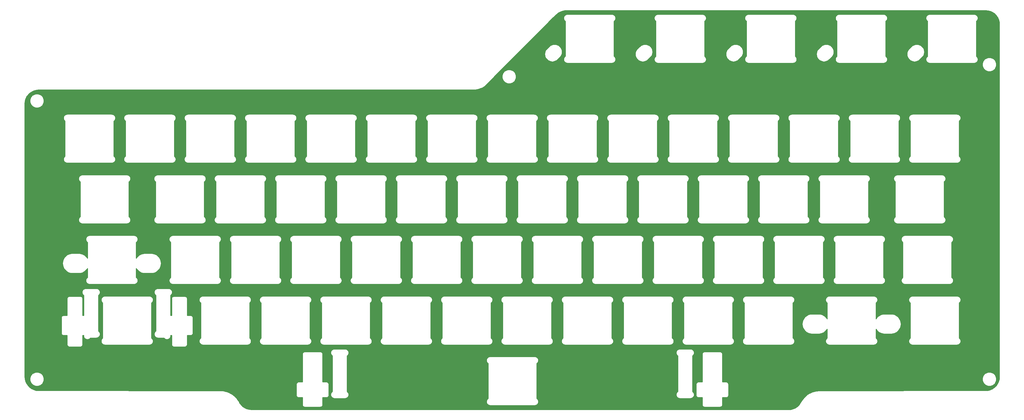
<source format=gbl>
G04 #@! TF.GenerationSoftware,KiCad,Pcbnew,(5.1.10)-1*
G04 #@! TF.CreationDate,2021-09-24T21:06:01-07:00*
G04 #@! TF.ProjectId,Atari130MXPlate,41746172-6931-4333-904d-58506c617465,C*
G04 #@! TF.SameCoordinates,Original*
G04 #@! TF.FileFunction,Copper,L2,Bot*
G04 #@! TF.FilePolarity,Positive*
%FSLAX46Y46*%
G04 Gerber Fmt 4.6, Leading zero omitted, Abs format (unit mm)*
G04 Created by KiCad (PCBNEW (5.1.10)-1) date 2021-09-24 21:06:01*
%MOMM*%
%LPD*%
G01*
G04 APERTURE LIST*
G04 #@! TA.AperFunction,NonConductor*
%ADD10C,0.254000*%
G04 #@! TD*
G04 #@! TA.AperFunction,NonConductor*
%ADD11C,0.100000*%
G04 #@! TD*
G04 APERTURE END LIST*
D10*
X336138083Y-22421173D02*
X336881891Y-22624656D01*
X337577905Y-22956638D01*
X338204130Y-23406626D01*
X338740777Y-23960403D01*
X339170871Y-24600451D01*
X339480829Y-25306553D01*
X339662065Y-26061457D01*
X339710001Y-26714220D01*
X339710000Y-137660608D01*
X339638827Y-138458083D01*
X339435344Y-139201890D01*
X339103363Y-139897904D01*
X338653374Y-140524130D01*
X338099597Y-141060777D01*
X337459549Y-141490871D01*
X336753447Y-141800829D01*
X335998543Y-141982065D01*
X335345678Y-142030008D01*
X283410967Y-142046975D01*
X283120351Y-142042913D01*
X283115734Y-142043220D01*
X283111127Y-142042849D01*
X283051309Y-142045565D01*
X282086467Y-142133373D01*
X282063751Y-142137297D01*
X282040765Y-142139146D01*
X281982155Y-142151391D01*
X281982149Y-142151392D01*
X281982146Y-142151393D01*
X281043757Y-142392330D01*
X281021954Y-142399837D01*
X280999564Y-142405337D01*
X280943661Y-142426796D01*
X280055863Y-142814666D01*
X280035545Y-142825560D01*
X280014319Y-142834570D01*
X279962578Y-142864684D01*
X279962565Y-142864691D01*
X279962560Y-142864695D01*
X279148199Y-143389514D01*
X279129882Y-143403518D01*
X279110371Y-143415805D01*
X279064100Y-143453812D01*
X278344119Y-144102085D01*
X278328277Y-144118838D01*
X278310981Y-144134086D01*
X278271382Y-144179002D01*
X277664310Y-144934049D01*
X277651354Y-144953113D01*
X277636714Y-144970936D01*
X277604806Y-145021606D01*
X277141915Y-145836440D01*
X276682871Y-146489592D01*
X276134747Y-147032007D01*
X275499236Y-147468782D01*
X274796418Y-147786117D01*
X274045133Y-147974826D01*
X273344074Y-148030000D01*
X104399392Y-148030000D01*
X103601917Y-147958827D01*
X102858110Y-147755344D01*
X102162096Y-147423363D01*
X101535870Y-146973374D01*
X100996800Y-146417097D01*
X100610263Y-145854682D01*
X100499732Y-145632026D01*
X100497352Y-145628065D01*
X100495574Y-145623794D01*
X100465813Y-145571833D01*
X99946667Y-144753836D01*
X99932793Y-144735425D01*
X99920640Y-144715826D01*
X99882955Y-144669292D01*
X99239705Y-143944820D01*
X99223066Y-143928865D01*
X99207936Y-143911460D01*
X99163296Y-143871549D01*
X98412490Y-143259240D01*
X98393506Y-143246145D01*
X98375796Y-143231390D01*
X98325349Y-143199130D01*
X98325348Y-143199129D01*
X98325344Y-143199127D01*
X97486306Y-142714736D01*
X97465481Y-142704848D01*
X97445630Y-142693109D01*
X97390685Y-142669335D01*
X97390675Y-142669330D01*
X97390671Y-142669329D01*
X96484978Y-142325316D01*
X96462842Y-142318885D01*
X96441369Y-142310471D01*
X96383319Y-142295784D01*
X95434272Y-142100998D01*
X95411392Y-142098189D01*
X95388850Y-142093316D01*
X95329198Y-142088099D01*
X94379870Y-142048335D01*
X94366212Y-142046986D01*
X37399497Y-142030009D01*
X36601917Y-141958827D01*
X35858110Y-141755344D01*
X35162096Y-141423363D01*
X34535870Y-140973374D01*
X33999223Y-140419597D01*
X33569129Y-139779549D01*
X33259171Y-139073447D01*
X33077935Y-138318543D01*
X33069955Y-138209872D01*
X34595000Y-138209872D01*
X34595000Y-138650128D01*
X34680890Y-139081925D01*
X34849369Y-139488669D01*
X35093962Y-139854729D01*
X35405271Y-140166038D01*
X35771331Y-140410631D01*
X36178075Y-140579110D01*
X36609872Y-140665000D01*
X37050128Y-140665000D01*
X37481925Y-140579110D01*
X37888669Y-140410631D01*
X38254729Y-140166038D01*
X38410767Y-140010000D01*
X118471638Y-140010000D01*
X118475000Y-140044135D01*
X118475001Y-143475855D01*
X118471638Y-143510000D01*
X118485057Y-143646244D01*
X118524798Y-143777252D01*
X118589333Y-143897989D01*
X118676183Y-144003817D01*
X118782011Y-144090667D01*
X118902748Y-144155202D01*
X119033756Y-144194943D01*
X119135865Y-144205000D01*
X119135866Y-144205000D01*
X119170000Y-144208362D01*
X119204135Y-144205000D01*
X120375000Y-144205000D01*
X120375001Y-146475855D01*
X120371638Y-146510000D01*
X120385057Y-146646244D01*
X120424798Y-146777252D01*
X120489333Y-146897989D01*
X120576183Y-147003817D01*
X120682011Y-147090667D01*
X120802748Y-147155202D01*
X120933756Y-147194943D01*
X121035865Y-147205000D01*
X121035866Y-147205000D01*
X121070000Y-147208362D01*
X121104135Y-147205000D01*
X126035866Y-147205000D01*
X126070000Y-147208362D01*
X126165480Y-147198958D01*
X126206244Y-147194943D01*
X126337252Y-147155202D01*
X126457989Y-147090667D01*
X126563817Y-147003817D01*
X126650667Y-146897989D01*
X126715202Y-146777252D01*
X126754943Y-146646244D01*
X126768362Y-146510000D01*
X126765000Y-146475865D01*
X126765000Y-144205000D01*
X127935866Y-144205000D01*
X127970000Y-144208362D01*
X128020705Y-144203368D01*
X128106244Y-144194943D01*
X128237252Y-144155202D01*
X128357989Y-144090667D01*
X128463817Y-144003817D01*
X128550667Y-143897989D01*
X128615202Y-143777252D01*
X128654943Y-143646244D01*
X128663038Y-143564051D01*
X128665000Y-143544135D01*
X128668362Y-143510000D01*
X128665000Y-143475865D01*
X128665000Y-140044135D01*
X128668362Y-140010000D01*
X128654943Y-139873756D01*
X128615202Y-139742748D01*
X128550667Y-139622011D01*
X128463817Y-139516183D01*
X128357989Y-139429333D01*
X128237252Y-139364798D01*
X128106244Y-139325057D01*
X128004135Y-139315000D01*
X128004134Y-139315000D01*
X127970000Y-139311638D01*
X127935865Y-139315000D01*
X126765000Y-139315000D01*
X126765000Y-130544135D01*
X126768362Y-130510000D01*
X126762829Y-130453818D01*
X126754943Y-130373756D01*
X126715202Y-130242748D01*
X126650667Y-130122011D01*
X126642835Y-130112468D01*
X126591983Y-130050503D01*
X129277872Y-130050503D01*
X129278312Y-130113491D01*
X129277872Y-130176479D01*
X129278819Y-130186137D01*
X129289019Y-130283186D01*
X129301692Y-130344926D01*
X129313489Y-130406765D01*
X129316293Y-130416055D01*
X129345149Y-130509274D01*
X129369547Y-130567313D01*
X129393158Y-130625752D01*
X129397714Y-130634320D01*
X129444127Y-130720158D01*
X129479361Y-130772394D01*
X129513842Y-130825086D01*
X129519975Y-130832607D01*
X129582177Y-130907796D01*
X129626864Y-130952171D01*
X129670941Y-130997182D01*
X129678418Y-131003368D01*
X129754039Y-131065044D01*
X129775000Y-131078971D01*
X129775001Y-142341087D01*
X129748253Y-142358859D01*
X129740783Y-142365039D01*
X129740779Y-142365041D01*
X129740776Y-142365044D01*
X129666024Y-142427769D01*
X129621944Y-142472783D01*
X129577259Y-142517157D01*
X129571125Y-142524677D01*
X129509979Y-142600727D01*
X129475495Y-142653423D01*
X129440262Y-142705659D01*
X129435706Y-142714228D01*
X129390496Y-142800707D01*
X129366897Y-142859116D01*
X129342491Y-142917177D01*
X129339687Y-142926463D01*
X129339684Y-142926471D01*
X129339682Y-142926479D01*
X129312134Y-143020078D01*
X129300329Y-143081959D01*
X129287663Y-143143663D01*
X129286716Y-143153321D01*
X129277872Y-143250503D01*
X129278312Y-143313491D01*
X129277872Y-143376479D01*
X129278819Y-143386137D01*
X129289019Y-143483186D01*
X129301692Y-143544926D01*
X129313489Y-143606765D01*
X129316293Y-143616055D01*
X129345149Y-143709274D01*
X129369547Y-143767313D01*
X129393158Y-143825752D01*
X129397714Y-143834320D01*
X129444127Y-143920158D01*
X129479361Y-143972394D01*
X129513842Y-144025086D01*
X129519975Y-144032607D01*
X129582177Y-144107796D01*
X129626864Y-144152171D01*
X129670941Y-144197182D01*
X129678418Y-144203368D01*
X129754039Y-144265044D01*
X129806490Y-144299893D01*
X129858488Y-144335496D01*
X129867009Y-144340102D01*
X129867016Y-144340107D01*
X129867023Y-144340110D01*
X129867025Y-144340111D01*
X129953186Y-144385923D01*
X130011398Y-144409916D01*
X130069315Y-144434739D01*
X130078585Y-144437609D01*
X130172003Y-144465814D01*
X130233775Y-144478046D01*
X130295415Y-144491147D01*
X130305053Y-144492160D01*
X130305060Y-144492161D01*
X130305066Y-144492161D01*
X130402183Y-144501683D01*
X130402187Y-144501683D01*
X130435865Y-144505000D01*
X133804135Y-144505000D01*
X133838310Y-144501634D01*
X133844797Y-144501634D01*
X133854448Y-144500620D01*
X133896545Y-144495898D01*
X133906244Y-144494943D01*
X133906938Y-144494733D01*
X133951423Y-144489743D01*
X134013035Y-144476648D01*
X134074832Y-144464411D01*
X134084096Y-144461544D01*
X134084100Y-144461543D01*
X134084103Y-144461542D01*
X134177118Y-144432036D01*
X134235052Y-144407205D01*
X134293252Y-144383217D01*
X134301785Y-144378604D01*
X134301790Y-144378602D01*
X134301794Y-144378599D01*
X134387302Y-144331591D01*
X134439271Y-144296007D01*
X134491747Y-144261141D01*
X134499224Y-144254956D01*
X134573976Y-144192231D01*
X134618037Y-144147237D01*
X134662742Y-144102843D01*
X134668875Y-144095323D01*
X134730021Y-144019273D01*
X134764516Y-143966559D01*
X134799738Y-143914340D01*
X134804294Y-143905772D01*
X134849504Y-143819293D01*
X134873114Y-143760855D01*
X134897509Y-143702823D01*
X134900314Y-143693534D01*
X134900316Y-143693529D01*
X134900317Y-143693524D01*
X134927866Y-143599922D01*
X134939665Y-143538073D01*
X134952337Y-143476337D01*
X134953284Y-143466679D01*
X134962128Y-143369496D01*
X134961688Y-143306508D01*
X134962128Y-143243521D01*
X134961181Y-143233863D01*
X134950981Y-143136815D01*
X134938310Y-143075088D01*
X134926511Y-143013235D01*
X134923707Y-143003945D01*
X134894851Y-142910726D01*
X134870453Y-142852687D01*
X134846842Y-142794248D01*
X134842286Y-142785680D01*
X134795873Y-142699842D01*
X134760629Y-142647591D01*
X134726158Y-142594914D01*
X134720025Y-142587393D01*
X134720024Y-142587391D01*
X134720020Y-142587387D01*
X134657823Y-142512204D01*
X134613136Y-142467829D01*
X134569059Y-142422818D01*
X134561582Y-142416632D01*
X134485961Y-142354956D01*
X134465000Y-142341029D01*
X134465000Y-132450503D01*
X178277872Y-132450503D01*
X178278312Y-132513491D01*
X178277872Y-132576479D01*
X178278819Y-132586137D01*
X178289019Y-132683186D01*
X178301692Y-132744926D01*
X178313489Y-132806765D01*
X178316293Y-132816055D01*
X178345149Y-132909274D01*
X178369547Y-132967313D01*
X178393158Y-133025752D01*
X178397714Y-133034320D01*
X178444127Y-133120158D01*
X178479361Y-133172394D01*
X178513842Y-133225086D01*
X178519975Y-133232607D01*
X178582177Y-133307796D01*
X178626864Y-133352171D01*
X178670941Y-133397182D01*
X178678418Y-133403368D01*
X178754039Y-133465044D01*
X178775000Y-133478971D01*
X178775001Y-144541087D01*
X178748253Y-144558859D01*
X178740783Y-144565039D01*
X178740779Y-144565041D01*
X178740776Y-144565044D01*
X178666024Y-144627769D01*
X178621944Y-144672783D01*
X178577259Y-144717157D01*
X178571125Y-144724677D01*
X178509979Y-144800727D01*
X178475495Y-144853423D01*
X178440262Y-144905659D01*
X178435706Y-144914228D01*
X178390496Y-145000707D01*
X178366897Y-145059116D01*
X178342491Y-145117177D01*
X178339687Y-145126463D01*
X178339684Y-145126471D01*
X178339682Y-145126479D01*
X178312134Y-145220078D01*
X178300329Y-145281959D01*
X178287663Y-145343663D01*
X178286716Y-145353321D01*
X178277872Y-145450503D01*
X178278312Y-145513491D01*
X178277872Y-145576479D01*
X178278819Y-145586137D01*
X178289019Y-145683186D01*
X178301692Y-145744926D01*
X178313489Y-145806765D01*
X178316293Y-145816055D01*
X178345149Y-145909274D01*
X178369547Y-145967313D01*
X178393158Y-146025752D01*
X178397714Y-146034320D01*
X178444127Y-146120158D01*
X178479361Y-146172394D01*
X178513842Y-146225086D01*
X178519975Y-146232607D01*
X178582177Y-146307796D01*
X178626864Y-146352171D01*
X178670941Y-146397182D01*
X178678418Y-146403368D01*
X178754039Y-146465044D01*
X178806490Y-146499893D01*
X178858488Y-146535496D01*
X178867009Y-146540102D01*
X178867016Y-146540107D01*
X178867023Y-146540110D01*
X178867025Y-146540111D01*
X178953186Y-146585923D01*
X179011398Y-146609916D01*
X179069315Y-146634739D01*
X179078585Y-146637609D01*
X179172003Y-146665814D01*
X179233775Y-146678046D01*
X179295415Y-146691147D01*
X179305053Y-146692160D01*
X179305060Y-146692161D01*
X179305066Y-146692161D01*
X179402183Y-146701683D01*
X179402187Y-146701683D01*
X179435865Y-146705000D01*
X193504135Y-146705000D01*
X193538310Y-146701634D01*
X193544797Y-146701634D01*
X193554448Y-146700620D01*
X193596545Y-146695898D01*
X193606244Y-146694943D01*
X193606938Y-146694733D01*
X193651423Y-146689743D01*
X193713035Y-146676648D01*
X193774832Y-146664411D01*
X193784096Y-146661544D01*
X193784100Y-146661543D01*
X193784103Y-146661542D01*
X193877118Y-146632036D01*
X193935052Y-146607205D01*
X193993252Y-146583217D01*
X194001785Y-146578604D01*
X194001790Y-146578602D01*
X194001794Y-146578599D01*
X194087302Y-146531591D01*
X194139271Y-146496007D01*
X194191747Y-146461141D01*
X194199224Y-146454956D01*
X194273976Y-146392231D01*
X194318037Y-146347237D01*
X194362742Y-146302843D01*
X194368875Y-146295323D01*
X194430021Y-146219273D01*
X194464516Y-146166559D01*
X194499738Y-146114340D01*
X194504294Y-146105772D01*
X194549504Y-146019293D01*
X194573114Y-145960855D01*
X194597509Y-145902823D01*
X194600314Y-145893534D01*
X194600316Y-145893529D01*
X194600317Y-145893524D01*
X194627866Y-145799922D01*
X194639665Y-145738073D01*
X194652337Y-145676337D01*
X194653284Y-145666679D01*
X194662128Y-145569496D01*
X194661688Y-145506509D01*
X194662128Y-145443521D01*
X194661181Y-145433863D01*
X194650981Y-145336815D01*
X194638310Y-145275088D01*
X194626511Y-145213235D01*
X194623707Y-145203945D01*
X194594851Y-145110726D01*
X194570453Y-145052687D01*
X194546842Y-144994248D01*
X194542286Y-144985680D01*
X194495873Y-144899842D01*
X194460629Y-144847591D01*
X194426158Y-144794914D01*
X194420025Y-144787393D01*
X194420024Y-144787391D01*
X194420020Y-144787387D01*
X194357823Y-144712204D01*
X194313136Y-144667829D01*
X194269059Y-144622818D01*
X194261582Y-144616632D01*
X194185961Y-144554956D01*
X194165000Y-144541029D01*
X194165000Y-133478912D01*
X194191747Y-133461141D01*
X194199224Y-133454956D01*
X194273976Y-133392231D01*
X194318037Y-133347237D01*
X194362742Y-133302843D01*
X194368875Y-133295323D01*
X194430021Y-133219273D01*
X194464516Y-133166559D01*
X194499738Y-133114340D01*
X194504294Y-133105772D01*
X194549504Y-133019293D01*
X194573114Y-132960855D01*
X194597509Y-132902823D01*
X194600314Y-132893534D01*
X194600316Y-132893529D01*
X194600317Y-132893524D01*
X194627866Y-132799922D01*
X194639665Y-132738073D01*
X194652337Y-132676337D01*
X194653284Y-132666679D01*
X194662128Y-132569496D01*
X194661688Y-132506509D01*
X194662128Y-132443521D01*
X194661181Y-132433863D01*
X194650981Y-132336815D01*
X194638310Y-132275088D01*
X194626511Y-132213235D01*
X194623707Y-132203945D01*
X194594851Y-132110726D01*
X194570453Y-132052687D01*
X194546842Y-131994248D01*
X194542286Y-131985680D01*
X194495873Y-131899842D01*
X194460629Y-131847591D01*
X194426158Y-131794914D01*
X194420025Y-131787393D01*
X194420024Y-131787391D01*
X194420020Y-131787387D01*
X194357823Y-131712204D01*
X194313136Y-131667829D01*
X194269059Y-131622818D01*
X194261582Y-131616632D01*
X194185961Y-131554956D01*
X194133492Y-131520095D01*
X194081511Y-131484504D01*
X194072991Y-131479898D01*
X194072984Y-131479893D01*
X194072977Y-131479890D01*
X194072975Y-131479889D01*
X193986814Y-131434077D01*
X193928602Y-131410084D01*
X193870685Y-131385261D01*
X193861415Y-131382391D01*
X193767997Y-131354186D01*
X193706233Y-131341956D01*
X193644586Y-131328853D01*
X193634946Y-131327840D01*
X193634940Y-131327839D01*
X193634935Y-131327839D01*
X193537817Y-131318317D01*
X193537813Y-131318317D01*
X193504135Y-131315000D01*
X179435865Y-131315000D01*
X179401690Y-131318366D01*
X179395203Y-131318366D01*
X179385551Y-131319380D01*
X179343451Y-131324102D01*
X179333756Y-131325057D01*
X179333063Y-131325267D01*
X179288577Y-131330257D01*
X179226965Y-131343352D01*
X179165168Y-131355589D01*
X179155904Y-131358456D01*
X179155900Y-131358457D01*
X179155897Y-131358458D01*
X179155898Y-131358458D01*
X179062883Y-131387964D01*
X179004987Y-131412778D01*
X178946747Y-131436783D01*
X178938220Y-131441394D01*
X178938211Y-131441398D01*
X178938204Y-131441403D01*
X178852698Y-131488409D01*
X178800691Y-131524019D01*
X178748253Y-131558859D01*
X178740783Y-131565039D01*
X178740779Y-131565041D01*
X178740776Y-131565044D01*
X178666024Y-131627769D01*
X178621944Y-131672783D01*
X178577259Y-131717157D01*
X178571125Y-131724677D01*
X178509979Y-131800727D01*
X178475495Y-131853423D01*
X178440262Y-131905659D01*
X178435706Y-131914228D01*
X178390496Y-132000707D01*
X178366897Y-132059116D01*
X178342491Y-132117177D01*
X178339687Y-132126463D01*
X178339684Y-132126471D01*
X178339682Y-132126479D01*
X178312134Y-132220078D01*
X178300329Y-132281959D01*
X178287663Y-132343663D01*
X178286716Y-132353321D01*
X178277872Y-132450503D01*
X134465000Y-132450503D01*
X134465000Y-131078912D01*
X134491747Y-131061141D01*
X134499224Y-131054956D01*
X134573976Y-130992231D01*
X134618037Y-130947237D01*
X134662742Y-130902843D01*
X134668875Y-130895323D01*
X134730021Y-130819273D01*
X134764516Y-130766559D01*
X134799738Y-130714340D01*
X134804294Y-130705772D01*
X134849504Y-130619293D01*
X134873114Y-130560855D01*
X134897509Y-130502823D01*
X134900314Y-130493534D01*
X134900316Y-130493529D01*
X134900317Y-130493524D01*
X134927866Y-130399922D01*
X134939665Y-130338073D01*
X134952337Y-130276337D01*
X134953284Y-130266679D01*
X134962128Y-130169496D01*
X134961688Y-130106508D01*
X134962079Y-130050503D01*
X237977872Y-130050503D01*
X237978312Y-130113491D01*
X237977872Y-130176479D01*
X237978819Y-130186137D01*
X237989019Y-130283186D01*
X238001692Y-130344926D01*
X238013489Y-130406765D01*
X238016293Y-130416055D01*
X238045149Y-130509274D01*
X238069547Y-130567313D01*
X238093158Y-130625752D01*
X238097714Y-130634320D01*
X238144127Y-130720158D01*
X238179361Y-130772394D01*
X238213842Y-130825086D01*
X238219975Y-130832607D01*
X238282177Y-130907796D01*
X238326864Y-130952171D01*
X238370941Y-130997182D01*
X238378418Y-131003368D01*
X238454039Y-131065044D01*
X238475000Y-131078971D01*
X238475001Y-142341087D01*
X238448253Y-142358859D01*
X238440783Y-142365039D01*
X238440779Y-142365041D01*
X238440776Y-142365044D01*
X238366024Y-142427769D01*
X238321944Y-142472783D01*
X238277259Y-142517157D01*
X238271125Y-142524677D01*
X238209979Y-142600727D01*
X238175495Y-142653423D01*
X238140262Y-142705659D01*
X238135706Y-142714228D01*
X238090496Y-142800707D01*
X238066897Y-142859116D01*
X238042491Y-142917177D01*
X238039687Y-142926463D01*
X238039684Y-142926471D01*
X238039682Y-142926479D01*
X238012134Y-143020078D01*
X238000329Y-143081959D01*
X237987663Y-143143663D01*
X237986716Y-143153321D01*
X237977872Y-143250503D01*
X237978312Y-143313491D01*
X237977872Y-143376479D01*
X237978819Y-143386137D01*
X237989019Y-143483186D01*
X238001692Y-143544926D01*
X238013489Y-143606765D01*
X238016293Y-143616055D01*
X238045149Y-143709274D01*
X238069547Y-143767313D01*
X238093158Y-143825752D01*
X238097714Y-143834320D01*
X238144127Y-143920158D01*
X238179361Y-143972394D01*
X238213842Y-144025086D01*
X238219975Y-144032607D01*
X238282177Y-144107796D01*
X238326864Y-144152171D01*
X238370941Y-144197182D01*
X238378418Y-144203368D01*
X238454039Y-144265044D01*
X238506490Y-144299893D01*
X238558488Y-144335496D01*
X238567009Y-144340102D01*
X238567016Y-144340107D01*
X238567023Y-144340110D01*
X238567025Y-144340111D01*
X238653186Y-144385923D01*
X238711398Y-144409916D01*
X238769315Y-144434739D01*
X238778585Y-144437609D01*
X238872003Y-144465814D01*
X238933775Y-144478046D01*
X238995415Y-144491147D01*
X239005053Y-144492160D01*
X239005060Y-144492161D01*
X239005066Y-144492161D01*
X239102183Y-144501683D01*
X239102187Y-144501683D01*
X239135865Y-144505000D01*
X242504135Y-144505000D01*
X242538310Y-144501634D01*
X242544797Y-144501634D01*
X242554448Y-144500620D01*
X242596545Y-144495898D01*
X242606244Y-144494943D01*
X242606938Y-144494733D01*
X242651423Y-144489743D01*
X242713035Y-144476648D01*
X242774832Y-144464411D01*
X242784096Y-144461544D01*
X242784100Y-144461543D01*
X242784103Y-144461542D01*
X242877118Y-144432036D01*
X242935052Y-144407205D01*
X242993252Y-144383217D01*
X243001785Y-144378604D01*
X243001790Y-144378602D01*
X243001794Y-144378599D01*
X243087302Y-144331591D01*
X243139271Y-144296007D01*
X243191747Y-144261141D01*
X243199224Y-144254956D01*
X243273976Y-144192231D01*
X243318037Y-144147237D01*
X243362742Y-144102843D01*
X243368875Y-144095323D01*
X243430021Y-144019273D01*
X243464516Y-143966559D01*
X243499738Y-143914340D01*
X243504294Y-143905772D01*
X243549504Y-143819293D01*
X243573114Y-143760855D01*
X243597509Y-143702823D01*
X243600314Y-143693534D01*
X243600316Y-143693529D01*
X243600317Y-143693524D01*
X243627866Y-143599922D01*
X243639665Y-143538073D01*
X243652337Y-143476337D01*
X243653284Y-143466679D01*
X243662128Y-143369496D01*
X243661688Y-143306509D01*
X243662128Y-143243521D01*
X243661181Y-143233863D01*
X243650981Y-143136815D01*
X243638310Y-143075088D01*
X243626511Y-143013235D01*
X243623707Y-143003945D01*
X243594851Y-142910726D01*
X243570453Y-142852687D01*
X243546842Y-142794248D01*
X243542286Y-142785680D01*
X243495873Y-142699842D01*
X243460629Y-142647591D01*
X243426158Y-142594914D01*
X243420025Y-142587393D01*
X243420024Y-142587391D01*
X243420020Y-142587387D01*
X243357823Y-142512204D01*
X243313136Y-142467829D01*
X243269059Y-142422818D01*
X243261582Y-142416632D01*
X243185961Y-142354956D01*
X243165000Y-142341029D01*
X243165000Y-140010000D01*
X244271638Y-140010000D01*
X244275000Y-140044135D01*
X244275001Y-143475855D01*
X244271638Y-143510000D01*
X244285057Y-143646244D01*
X244324798Y-143777252D01*
X244389333Y-143897989D01*
X244476183Y-144003817D01*
X244582011Y-144090667D01*
X244702748Y-144155202D01*
X244833756Y-144194943D01*
X244935865Y-144205000D01*
X244935866Y-144205000D01*
X244970000Y-144208362D01*
X245004135Y-144205000D01*
X246175000Y-144205000D01*
X246175001Y-146475855D01*
X246171638Y-146510000D01*
X246185057Y-146646244D01*
X246224798Y-146777252D01*
X246289333Y-146897989D01*
X246376183Y-147003817D01*
X246482011Y-147090667D01*
X246602748Y-147155202D01*
X246733756Y-147194943D01*
X246835865Y-147205000D01*
X246835866Y-147205000D01*
X246870000Y-147208362D01*
X246904135Y-147205000D01*
X251835866Y-147205000D01*
X251870000Y-147208362D01*
X251965480Y-147198958D01*
X252006244Y-147194943D01*
X252137252Y-147155202D01*
X252257989Y-147090667D01*
X252363817Y-147003817D01*
X252450667Y-146897989D01*
X252515202Y-146777252D01*
X252554943Y-146646244D01*
X252568362Y-146510000D01*
X252565000Y-146475865D01*
X252565000Y-144205000D01*
X253735866Y-144205000D01*
X253770000Y-144208362D01*
X253820705Y-144203368D01*
X253906244Y-144194943D01*
X254037252Y-144155202D01*
X254157989Y-144090667D01*
X254263817Y-144003817D01*
X254350667Y-143897989D01*
X254415202Y-143777252D01*
X254454943Y-143646244D01*
X254463038Y-143564051D01*
X254465000Y-143544135D01*
X254468362Y-143510000D01*
X254465000Y-143475865D01*
X254465000Y-140044135D01*
X254468362Y-140010000D01*
X254454943Y-139873756D01*
X254415202Y-139742748D01*
X254350667Y-139622011D01*
X254263817Y-139516183D01*
X254157989Y-139429333D01*
X254037252Y-139364798D01*
X253906244Y-139325057D01*
X253804135Y-139315000D01*
X253804134Y-139315000D01*
X253770000Y-139311638D01*
X253735865Y-139315000D01*
X252565000Y-139315000D01*
X252565000Y-138209872D01*
X334315000Y-138209872D01*
X334315000Y-138650128D01*
X334400890Y-139081925D01*
X334569369Y-139488669D01*
X334813962Y-139854729D01*
X335125271Y-140166038D01*
X335491331Y-140410631D01*
X335898075Y-140579110D01*
X336329872Y-140665000D01*
X336770128Y-140665000D01*
X337201925Y-140579110D01*
X337608669Y-140410631D01*
X337974729Y-140166038D01*
X338286038Y-139854729D01*
X338530631Y-139488669D01*
X338699110Y-139081925D01*
X338785000Y-138650128D01*
X338785000Y-138209872D01*
X338699110Y-137778075D01*
X338530631Y-137371331D01*
X338286038Y-137005271D01*
X337974729Y-136693962D01*
X337608669Y-136449369D01*
X337201925Y-136280890D01*
X336770128Y-136195000D01*
X336329872Y-136195000D01*
X335898075Y-136280890D01*
X335491331Y-136449369D01*
X335125271Y-136693962D01*
X334813962Y-137005271D01*
X334569369Y-137371331D01*
X334400890Y-137778075D01*
X334315000Y-138209872D01*
X252565000Y-138209872D01*
X252565000Y-130544135D01*
X252568362Y-130510000D01*
X252562829Y-130453818D01*
X252554943Y-130373756D01*
X252515202Y-130242748D01*
X252450667Y-130122011D01*
X252442835Y-130112468D01*
X252363817Y-130016183D01*
X252257989Y-129929333D01*
X252137252Y-129864798D01*
X252006244Y-129825057D01*
X251904135Y-129815000D01*
X251904134Y-129815000D01*
X251870000Y-129811638D01*
X251835865Y-129815000D01*
X246904134Y-129815000D01*
X246870000Y-129811638D01*
X246835865Y-129815000D01*
X246733756Y-129825057D01*
X246602748Y-129864798D01*
X246482011Y-129929333D01*
X246376183Y-130016183D01*
X246289333Y-130122011D01*
X246224798Y-130242748D01*
X246185057Y-130373756D01*
X246171638Y-130510000D01*
X246175000Y-130544135D01*
X246175001Y-139315000D01*
X245004134Y-139315000D01*
X244970000Y-139311638D01*
X244935865Y-139315000D01*
X244833756Y-139325057D01*
X244702748Y-139364798D01*
X244582011Y-139429333D01*
X244476183Y-139516183D01*
X244389333Y-139622011D01*
X244324798Y-139742748D01*
X244285057Y-139873756D01*
X244271638Y-140010000D01*
X243165000Y-140010000D01*
X243165000Y-131078912D01*
X243191747Y-131061141D01*
X243199224Y-131054956D01*
X243273976Y-130992231D01*
X243318037Y-130947237D01*
X243362742Y-130902843D01*
X243368875Y-130895323D01*
X243430021Y-130819273D01*
X243464516Y-130766559D01*
X243499738Y-130714340D01*
X243504294Y-130705772D01*
X243549504Y-130619293D01*
X243573114Y-130560855D01*
X243597509Y-130502823D01*
X243600314Y-130493534D01*
X243600316Y-130493529D01*
X243600317Y-130493524D01*
X243627866Y-130399922D01*
X243639665Y-130338073D01*
X243652337Y-130276337D01*
X243653284Y-130266679D01*
X243662128Y-130169496D01*
X243661688Y-130106508D01*
X243662128Y-130043521D01*
X243661181Y-130033863D01*
X243650981Y-129936815D01*
X243638310Y-129875088D01*
X243626511Y-129813235D01*
X243623707Y-129803945D01*
X243594851Y-129710726D01*
X243570453Y-129652687D01*
X243546842Y-129594248D01*
X243542286Y-129585680D01*
X243495873Y-129499842D01*
X243460629Y-129447591D01*
X243426158Y-129394914D01*
X243420025Y-129387393D01*
X243420024Y-129387391D01*
X243420020Y-129387387D01*
X243357823Y-129312204D01*
X243313136Y-129267829D01*
X243269059Y-129222818D01*
X243261582Y-129216632D01*
X243185961Y-129154956D01*
X243133492Y-129120095D01*
X243081511Y-129084504D01*
X243072991Y-129079898D01*
X243072984Y-129079893D01*
X243072977Y-129079890D01*
X243072975Y-129079889D01*
X242986814Y-129034077D01*
X242928602Y-129010084D01*
X242870685Y-128985261D01*
X242861415Y-128982391D01*
X242767997Y-128954186D01*
X242706233Y-128941956D01*
X242644586Y-128928853D01*
X242634946Y-128927840D01*
X242634940Y-128927839D01*
X242634935Y-128927839D01*
X242537817Y-128918317D01*
X242537813Y-128918317D01*
X242504135Y-128915000D01*
X239135865Y-128915000D01*
X239101690Y-128918366D01*
X239095203Y-128918366D01*
X239085551Y-128919380D01*
X239043451Y-128924102D01*
X239033756Y-128925057D01*
X239033063Y-128925267D01*
X238988577Y-128930257D01*
X238926965Y-128943352D01*
X238865168Y-128955589D01*
X238855904Y-128958456D01*
X238855900Y-128958457D01*
X238855897Y-128958458D01*
X238855898Y-128958458D01*
X238762883Y-128987964D01*
X238704987Y-129012778D01*
X238646747Y-129036783D01*
X238638220Y-129041394D01*
X238638211Y-129041398D01*
X238638204Y-129041403D01*
X238552698Y-129088409D01*
X238500691Y-129124019D01*
X238448253Y-129158859D01*
X238440783Y-129165039D01*
X238440779Y-129165041D01*
X238440776Y-129165044D01*
X238366024Y-129227769D01*
X238321944Y-129272783D01*
X238277259Y-129317157D01*
X238271125Y-129324677D01*
X238209979Y-129400727D01*
X238175495Y-129453423D01*
X238140262Y-129505659D01*
X238135706Y-129514228D01*
X238090496Y-129600707D01*
X238066897Y-129659116D01*
X238042491Y-129717177D01*
X238039687Y-129726463D01*
X238039684Y-129726471D01*
X238039682Y-129726479D01*
X238012134Y-129820078D01*
X238000329Y-129881959D01*
X237987663Y-129943663D01*
X237986716Y-129953321D01*
X237977872Y-130050503D01*
X134962079Y-130050503D01*
X134962128Y-130043521D01*
X134961181Y-130033863D01*
X134950981Y-129936815D01*
X134938310Y-129875088D01*
X134926511Y-129813235D01*
X134923707Y-129803945D01*
X134894851Y-129710726D01*
X134870453Y-129652687D01*
X134846842Y-129594248D01*
X134842286Y-129585680D01*
X134795873Y-129499842D01*
X134760629Y-129447591D01*
X134726158Y-129394914D01*
X134720025Y-129387393D01*
X134720024Y-129387391D01*
X134720020Y-129387387D01*
X134657823Y-129312204D01*
X134613136Y-129267829D01*
X134569059Y-129222818D01*
X134561582Y-129216632D01*
X134485961Y-129154956D01*
X134433492Y-129120095D01*
X134381511Y-129084504D01*
X134372991Y-129079898D01*
X134372984Y-129079893D01*
X134372977Y-129079890D01*
X134372975Y-129079889D01*
X134286814Y-129034077D01*
X134228602Y-129010084D01*
X134170685Y-128985261D01*
X134161415Y-128982391D01*
X134067997Y-128954186D01*
X134006233Y-128941956D01*
X133944586Y-128928853D01*
X133934946Y-128927840D01*
X133934940Y-128927839D01*
X133934935Y-128927839D01*
X133837817Y-128918317D01*
X133837813Y-128918317D01*
X133804135Y-128915000D01*
X130435865Y-128915000D01*
X130401690Y-128918366D01*
X130395203Y-128918366D01*
X130385551Y-128919380D01*
X130343451Y-128924102D01*
X130333756Y-128925057D01*
X130333063Y-128925267D01*
X130288577Y-128930257D01*
X130226965Y-128943352D01*
X130165168Y-128955589D01*
X130155904Y-128958456D01*
X130155900Y-128958457D01*
X130155897Y-128958458D01*
X130155898Y-128958458D01*
X130062883Y-128987964D01*
X130004987Y-129012778D01*
X129946747Y-129036783D01*
X129938220Y-129041394D01*
X129938211Y-129041398D01*
X129938204Y-129041403D01*
X129852698Y-129088409D01*
X129800691Y-129124019D01*
X129748253Y-129158859D01*
X129740783Y-129165039D01*
X129740779Y-129165041D01*
X129740776Y-129165044D01*
X129666024Y-129227769D01*
X129621944Y-129272783D01*
X129577259Y-129317157D01*
X129571125Y-129324677D01*
X129509979Y-129400727D01*
X129475495Y-129453423D01*
X129440262Y-129505659D01*
X129435706Y-129514228D01*
X129390496Y-129600707D01*
X129366897Y-129659116D01*
X129342491Y-129717177D01*
X129339687Y-129726463D01*
X129339684Y-129726471D01*
X129339682Y-129726479D01*
X129312134Y-129820078D01*
X129300329Y-129881959D01*
X129287663Y-129943663D01*
X129286716Y-129953321D01*
X129277872Y-130050503D01*
X126591983Y-130050503D01*
X126563817Y-130016183D01*
X126457989Y-129929333D01*
X126337252Y-129864798D01*
X126206244Y-129825057D01*
X126104135Y-129815000D01*
X126104134Y-129815000D01*
X126070000Y-129811638D01*
X126035865Y-129815000D01*
X121104134Y-129815000D01*
X121070000Y-129811638D01*
X121035865Y-129815000D01*
X120933756Y-129825057D01*
X120802748Y-129864798D01*
X120682011Y-129929333D01*
X120576183Y-130016183D01*
X120489333Y-130122011D01*
X120424798Y-130242748D01*
X120385057Y-130373756D01*
X120371638Y-130510000D01*
X120375000Y-130544135D01*
X120375001Y-139315000D01*
X119204134Y-139315000D01*
X119170000Y-139311638D01*
X119135865Y-139315000D01*
X119033756Y-139325057D01*
X118902748Y-139364798D01*
X118782011Y-139429333D01*
X118676183Y-139516183D01*
X118589333Y-139622011D01*
X118524798Y-139742748D01*
X118485057Y-139873756D01*
X118471638Y-140010000D01*
X38410767Y-140010000D01*
X38566038Y-139854729D01*
X38810631Y-139488669D01*
X38979110Y-139081925D01*
X39065000Y-138650128D01*
X39065000Y-138209872D01*
X38979110Y-137778075D01*
X38810631Y-137371331D01*
X38566038Y-137005271D01*
X38254729Y-136693962D01*
X37888669Y-136449369D01*
X37481925Y-136280890D01*
X37050128Y-136195000D01*
X36609872Y-136195000D01*
X36178075Y-136280890D01*
X35771331Y-136449369D01*
X35405271Y-136693962D01*
X35093962Y-137005271D01*
X34849369Y-137371331D01*
X34680890Y-137778075D01*
X34595000Y-138209872D01*
X33069955Y-138209872D01*
X33030000Y-137665793D01*
X33030000Y-119060000D01*
X44521638Y-119060000D01*
X44525001Y-119094145D01*
X44525000Y-123925865D01*
X44521638Y-123960000D01*
X44535057Y-124096244D01*
X44574798Y-124227252D01*
X44639333Y-124347989D01*
X44726183Y-124453817D01*
X44821936Y-124532399D01*
X44832011Y-124540667D01*
X44952748Y-124605202D01*
X45083756Y-124644943D01*
X45220000Y-124658362D01*
X45254134Y-124655000D01*
X46325001Y-124655000D01*
X46325000Y-127525865D01*
X46321638Y-127560000D01*
X46335057Y-127696244D01*
X46374798Y-127827252D01*
X46439333Y-127947989D01*
X46526183Y-128053817D01*
X46632011Y-128140667D01*
X46752748Y-128205202D01*
X46883756Y-128244943D01*
X47020000Y-128258362D01*
X47054134Y-128255000D01*
X50485866Y-128255000D01*
X50520000Y-128258362D01*
X50656244Y-128244943D01*
X50787252Y-128205202D01*
X50907989Y-128140667D01*
X51013817Y-128053817D01*
X51100667Y-127947989D01*
X51165202Y-127827252D01*
X51204943Y-127696244D01*
X51215000Y-127594135D01*
X51215000Y-127594134D01*
X51218362Y-127560000D01*
X51215000Y-127525865D01*
X51215000Y-124655000D01*
X51525000Y-124655000D01*
X51525000Y-124794134D01*
X51528366Y-124828309D01*
X51528366Y-124834797D01*
X51529380Y-124844448D01*
X51534102Y-124886552D01*
X51535057Y-124896243D01*
X51535267Y-124896936D01*
X51540257Y-124941423D01*
X51553352Y-125003035D01*
X51565589Y-125064832D01*
X51568458Y-125074102D01*
X51597964Y-125167118D01*
X51622795Y-125225052D01*
X51646783Y-125283252D01*
X51651396Y-125291785D01*
X51651398Y-125291790D01*
X51651401Y-125291794D01*
X51698409Y-125377302D01*
X51733993Y-125429271D01*
X51768859Y-125481747D01*
X51775044Y-125489224D01*
X51837769Y-125563976D01*
X51882763Y-125608037D01*
X51927157Y-125652742D01*
X51934677Y-125658875D01*
X52010727Y-125720021D01*
X52063441Y-125754516D01*
X52115660Y-125789738D01*
X52124228Y-125794294D01*
X52210707Y-125839504D01*
X52269145Y-125863114D01*
X52327177Y-125887509D01*
X52336466Y-125890314D01*
X52336471Y-125890316D01*
X52336476Y-125890317D01*
X52430078Y-125917866D01*
X52491927Y-125929665D01*
X52553663Y-125942337D01*
X52563321Y-125943284D01*
X52660504Y-125952128D01*
X52723492Y-125951688D01*
X52786479Y-125952128D01*
X52796137Y-125951181D01*
X52796141Y-125951181D01*
X52796145Y-125951180D01*
X52893186Y-125940981D01*
X52954926Y-125928308D01*
X53016765Y-125916511D01*
X53026053Y-125913708D01*
X53026059Y-125913706D01*
X53119274Y-125884851D01*
X53177313Y-125860453D01*
X53235752Y-125836842D01*
X53244320Y-125832286D01*
X53330158Y-125785873D01*
X53382394Y-125750639D01*
X53435086Y-125716158D01*
X53442607Y-125710025D01*
X53517796Y-125647823D01*
X53562171Y-125603136D01*
X53607182Y-125559059D01*
X53613368Y-125551582D01*
X53675044Y-125475961D01*
X53688971Y-125455000D01*
X55554135Y-125455000D01*
X55588310Y-125451634D01*
X55594797Y-125451634D01*
X55604448Y-125450620D01*
X55646545Y-125445898D01*
X55656244Y-125444943D01*
X55656938Y-125444733D01*
X55701423Y-125439743D01*
X55763035Y-125426648D01*
X55824832Y-125414411D01*
X55834096Y-125411544D01*
X55834100Y-125411543D01*
X55834103Y-125411542D01*
X55927118Y-125382036D01*
X55985052Y-125357205D01*
X56043252Y-125333217D01*
X56051785Y-125328604D01*
X56051790Y-125328602D01*
X56051794Y-125328599D01*
X56137302Y-125281591D01*
X56189271Y-125246007D01*
X56241747Y-125211141D01*
X56249224Y-125204956D01*
X56323976Y-125142231D01*
X56368037Y-125097237D01*
X56412742Y-125052843D01*
X56418875Y-125045323D01*
X56480021Y-124969273D01*
X56514516Y-124916559D01*
X56549738Y-124864340D01*
X56554294Y-124855772D01*
X56599504Y-124769293D01*
X56623114Y-124710855D01*
X56647509Y-124652823D01*
X56650314Y-124643534D01*
X56650316Y-124643529D01*
X56650317Y-124643524D01*
X56677866Y-124549922D01*
X56689665Y-124488073D01*
X56702337Y-124426337D01*
X56703284Y-124416679D01*
X56712128Y-124319496D01*
X56711688Y-124256509D01*
X56712128Y-124193521D01*
X56711181Y-124183863D01*
X56700981Y-124086815D01*
X56688310Y-124025088D01*
X56676511Y-123963235D01*
X56673707Y-123953945D01*
X56644851Y-123860726D01*
X56620453Y-123802687D01*
X56596842Y-123744248D01*
X56592286Y-123735680D01*
X56545873Y-123649842D01*
X56510629Y-123597591D01*
X56476158Y-123544914D01*
X56470025Y-123537393D01*
X56470024Y-123537391D01*
X56470020Y-123537387D01*
X56407823Y-123462204D01*
X56363136Y-123417829D01*
X56319059Y-123372818D01*
X56311582Y-123366632D01*
X56235961Y-123304956D01*
X56215000Y-123291029D01*
X56215000Y-113400503D01*
X57027872Y-113400503D01*
X57028312Y-113463491D01*
X57027872Y-113526479D01*
X57028819Y-113536137D01*
X57039019Y-113633186D01*
X57051692Y-113694926D01*
X57063489Y-113756765D01*
X57066293Y-113766055D01*
X57095149Y-113859274D01*
X57119547Y-113917313D01*
X57143158Y-113975752D01*
X57147714Y-113984320D01*
X57194127Y-114070158D01*
X57229361Y-114122394D01*
X57263842Y-114175086D01*
X57269975Y-114182607D01*
X57332177Y-114257796D01*
X57376864Y-114302171D01*
X57420941Y-114347182D01*
X57428418Y-114353368D01*
X57504039Y-114415044D01*
X57525000Y-114428971D01*
X57525001Y-125491087D01*
X57498253Y-125508859D01*
X57490783Y-125515039D01*
X57490779Y-125515041D01*
X57490776Y-125515044D01*
X57416024Y-125577769D01*
X57371944Y-125622783D01*
X57327259Y-125667157D01*
X57321125Y-125674677D01*
X57259979Y-125750727D01*
X57225495Y-125803423D01*
X57190262Y-125855659D01*
X57185706Y-125864228D01*
X57140496Y-125950707D01*
X57116897Y-126009116D01*
X57092491Y-126067177D01*
X57089687Y-126076463D01*
X57089684Y-126076471D01*
X57089682Y-126076479D01*
X57062134Y-126170078D01*
X57050329Y-126231959D01*
X57037663Y-126293663D01*
X57036716Y-126303321D01*
X57027872Y-126400503D01*
X57028312Y-126463491D01*
X57027872Y-126526479D01*
X57028819Y-126536137D01*
X57039019Y-126633186D01*
X57051692Y-126694926D01*
X57063489Y-126756765D01*
X57066293Y-126766055D01*
X57095149Y-126859274D01*
X57119547Y-126917313D01*
X57143158Y-126975752D01*
X57147714Y-126984320D01*
X57194127Y-127070158D01*
X57229361Y-127122394D01*
X57263842Y-127175086D01*
X57269975Y-127182607D01*
X57332177Y-127257796D01*
X57376864Y-127302171D01*
X57420941Y-127347182D01*
X57428418Y-127353368D01*
X57504039Y-127415044D01*
X57556490Y-127449893D01*
X57608488Y-127485496D01*
X57617009Y-127490102D01*
X57617016Y-127490107D01*
X57617023Y-127490110D01*
X57617025Y-127490111D01*
X57703186Y-127535923D01*
X57761398Y-127559916D01*
X57819315Y-127584739D01*
X57828585Y-127587609D01*
X57922003Y-127615814D01*
X57983775Y-127628046D01*
X58045415Y-127641147D01*
X58055053Y-127642160D01*
X58055060Y-127642161D01*
X58055066Y-127642161D01*
X58152183Y-127651683D01*
X58152187Y-127651683D01*
X58185865Y-127655000D01*
X72254135Y-127655000D01*
X72288310Y-127651634D01*
X72294797Y-127651634D01*
X72304448Y-127650620D01*
X72346545Y-127645898D01*
X72356244Y-127644943D01*
X72356938Y-127644733D01*
X72401423Y-127639743D01*
X72463035Y-127626648D01*
X72524832Y-127614411D01*
X72534096Y-127611544D01*
X72534100Y-127611543D01*
X72534103Y-127611542D01*
X72627118Y-127582036D01*
X72685052Y-127557205D01*
X72743252Y-127533217D01*
X72751785Y-127528604D01*
X72751790Y-127528602D01*
X72751794Y-127528599D01*
X72837302Y-127481591D01*
X72889271Y-127446007D01*
X72941747Y-127411141D01*
X72949224Y-127404956D01*
X73023976Y-127342231D01*
X73068037Y-127297237D01*
X73112742Y-127252843D01*
X73118875Y-127245323D01*
X73180021Y-127169273D01*
X73214516Y-127116559D01*
X73249738Y-127064340D01*
X73254294Y-127055772D01*
X73299504Y-126969293D01*
X73323114Y-126910855D01*
X73347509Y-126852823D01*
X73350314Y-126843534D01*
X73350316Y-126843529D01*
X73350317Y-126843524D01*
X73377866Y-126749922D01*
X73389665Y-126688073D01*
X73402337Y-126626337D01*
X73403284Y-126616679D01*
X73412128Y-126519496D01*
X73411688Y-126456509D01*
X73412128Y-126393521D01*
X73411181Y-126383863D01*
X73400981Y-126286815D01*
X73388310Y-126225088D01*
X73376511Y-126163235D01*
X73373707Y-126153945D01*
X73344851Y-126060726D01*
X73320453Y-126002687D01*
X73296842Y-125944248D01*
X73292286Y-125935680D01*
X73245873Y-125849842D01*
X73210629Y-125797591D01*
X73176158Y-125744914D01*
X73170025Y-125737393D01*
X73170024Y-125737391D01*
X73170020Y-125737387D01*
X73107823Y-125662204D01*
X73063136Y-125617829D01*
X73019059Y-125572818D01*
X73011582Y-125566632D01*
X72935961Y-125504956D01*
X72915000Y-125491029D01*
X72915000Y-114428912D01*
X72941747Y-114411141D01*
X72949224Y-114404956D01*
X73023976Y-114342231D01*
X73068037Y-114297237D01*
X73112742Y-114252843D01*
X73118875Y-114245323D01*
X73180021Y-114169273D01*
X73214516Y-114116559D01*
X73249738Y-114064340D01*
X73254294Y-114055772D01*
X73299504Y-113969293D01*
X73323114Y-113910855D01*
X73347509Y-113852823D01*
X73350314Y-113843534D01*
X73350316Y-113843529D01*
X73350317Y-113843524D01*
X73377866Y-113749922D01*
X73389665Y-113688073D01*
X73402337Y-113626337D01*
X73403284Y-113616679D01*
X73412128Y-113519496D01*
X73411688Y-113456508D01*
X73412128Y-113393521D01*
X73411181Y-113383863D01*
X73400981Y-113286815D01*
X73388310Y-113225088D01*
X73376511Y-113163235D01*
X73373707Y-113153945D01*
X73344851Y-113060726D01*
X73320453Y-113002687D01*
X73296842Y-112944248D01*
X73292286Y-112935680D01*
X73245873Y-112849842D01*
X73210629Y-112797591D01*
X73176158Y-112744914D01*
X73170025Y-112737393D01*
X73170024Y-112737391D01*
X73170020Y-112737387D01*
X73107823Y-112662204D01*
X73063136Y-112617829D01*
X73019059Y-112572818D01*
X73011582Y-112566632D01*
X72935961Y-112504956D01*
X72883492Y-112470095D01*
X72831511Y-112434504D01*
X72822991Y-112429898D01*
X72822984Y-112429893D01*
X72822977Y-112429890D01*
X72822975Y-112429889D01*
X72736814Y-112384077D01*
X72678602Y-112360084D01*
X72620685Y-112335261D01*
X72611415Y-112332391D01*
X72517997Y-112304186D01*
X72456233Y-112291956D01*
X72394586Y-112278853D01*
X72384946Y-112277840D01*
X72384940Y-112277839D01*
X72384935Y-112277839D01*
X72287817Y-112268317D01*
X72287813Y-112268317D01*
X72254135Y-112265000D01*
X58185865Y-112265000D01*
X58151690Y-112268366D01*
X58145203Y-112268366D01*
X58135551Y-112269380D01*
X58093451Y-112274102D01*
X58083756Y-112275057D01*
X58083063Y-112275267D01*
X58038577Y-112280257D01*
X57976965Y-112293352D01*
X57915168Y-112305589D01*
X57905904Y-112308456D01*
X57905900Y-112308457D01*
X57905897Y-112308458D01*
X57905898Y-112308458D01*
X57812883Y-112337964D01*
X57754987Y-112362778D01*
X57696747Y-112386783D01*
X57688220Y-112391394D01*
X57688211Y-112391398D01*
X57688204Y-112391403D01*
X57602698Y-112438409D01*
X57550691Y-112474019D01*
X57498253Y-112508859D01*
X57490783Y-112515039D01*
X57490779Y-112515041D01*
X57490776Y-112515044D01*
X57416024Y-112577769D01*
X57371944Y-112622783D01*
X57327259Y-112667157D01*
X57321125Y-112674677D01*
X57259979Y-112750727D01*
X57225495Y-112803423D01*
X57190262Y-112855659D01*
X57185706Y-112864228D01*
X57140496Y-112950707D01*
X57116897Y-113009116D01*
X57092491Y-113067177D01*
X57089687Y-113076463D01*
X57089684Y-113076471D01*
X57089682Y-113076479D01*
X57062134Y-113170078D01*
X57050329Y-113231959D01*
X57037663Y-113293663D01*
X57036716Y-113303321D01*
X57027872Y-113400503D01*
X56215000Y-113400503D01*
X56215000Y-112028912D01*
X56241747Y-112011141D01*
X56249224Y-112004956D01*
X56323976Y-111942231D01*
X56368037Y-111897237D01*
X56412742Y-111852843D01*
X56418875Y-111845323D01*
X56480021Y-111769273D01*
X56514516Y-111716559D01*
X56549738Y-111664340D01*
X56554294Y-111655772D01*
X56599504Y-111569293D01*
X56623114Y-111510855D01*
X56647509Y-111452823D01*
X56650314Y-111443534D01*
X56650316Y-111443529D01*
X56650317Y-111443524D01*
X56677866Y-111349922D01*
X56689665Y-111288073D01*
X56702337Y-111226337D01*
X56703284Y-111216679D01*
X56712128Y-111119496D01*
X56711688Y-111056508D01*
X56712079Y-111000503D01*
X73727872Y-111000503D01*
X73728312Y-111063491D01*
X73727872Y-111126479D01*
X73728819Y-111136137D01*
X73739019Y-111233186D01*
X73751692Y-111294926D01*
X73763489Y-111356765D01*
X73766293Y-111366055D01*
X73795149Y-111459274D01*
X73819547Y-111517313D01*
X73843158Y-111575752D01*
X73847714Y-111584320D01*
X73894127Y-111670158D01*
X73929361Y-111722394D01*
X73963842Y-111775086D01*
X73969975Y-111782607D01*
X74032177Y-111857796D01*
X74076864Y-111902171D01*
X74120941Y-111947182D01*
X74128418Y-111953368D01*
X74204039Y-112015044D01*
X74225000Y-112028971D01*
X74225001Y-123291087D01*
X74198253Y-123308859D01*
X74190783Y-123315039D01*
X74190779Y-123315041D01*
X74190776Y-123315044D01*
X74116024Y-123377769D01*
X74071944Y-123422783D01*
X74027259Y-123467157D01*
X74021125Y-123474677D01*
X73959979Y-123550727D01*
X73925495Y-123603423D01*
X73890262Y-123655659D01*
X73885706Y-123664228D01*
X73840496Y-123750707D01*
X73816897Y-123809116D01*
X73792491Y-123867177D01*
X73789687Y-123876463D01*
X73789684Y-123876471D01*
X73789682Y-123876479D01*
X73762134Y-123970078D01*
X73750329Y-124031959D01*
X73737663Y-124093663D01*
X73736716Y-124103321D01*
X73727872Y-124200503D01*
X73728312Y-124263491D01*
X73727872Y-124326479D01*
X73728819Y-124336137D01*
X73739019Y-124433186D01*
X73751692Y-124494926D01*
X73763489Y-124556765D01*
X73766293Y-124566055D01*
X73795149Y-124659274D01*
X73819547Y-124717313D01*
X73843158Y-124775752D01*
X73847714Y-124784320D01*
X73894127Y-124870158D01*
X73929361Y-124922394D01*
X73963842Y-124975086D01*
X73969975Y-124982607D01*
X74032177Y-125057796D01*
X74076864Y-125102171D01*
X74120941Y-125147182D01*
X74128418Y-125153368D01*
X74204039Y-125215044D01*
X74256490Y-125249893D01*
X74308488Y-125285496D01*
X74317009Y-125290102D01*
X74317016Y-125290107D01*
X74317023Y-125290110D01*
X74317025Y-125290111D01*
X74403186Y-125335923D01*
X74461398Y-125359916D01*
X74519315Y-125384739D01*
X74528585Y-125387609D01*
X74622003Y-125415814D01*
X74683775Y-125428046D01*
X74745415Y-125441147D01*
X74755053Y-125442160D01*
X74755060Y-125442161D01*
X74755066Y-125442161D01*
X74852183Y-125451683D01*
X74852187Y-125451683D01*
X74885865Y-125455000D01*
X76751088Y-125455000D01*
X76768859Y-125481747D01*
X76775044Y-125489224D01*
X76837769Y-125563976D01*
X76882763Y-125608037D01*
X76927157Y-125652742D01*
X76934677Y-125658875D01*
X77010727Y-125720021D01*
X77063441Y-125754516D01*
X77115660Y-125789738D01*
X77124228Y-125794294D01*
X77210707Y-125839504D01*
X77269145Y-125863114D01*
X77327177Y-125887509D01*
X77336466Y-125890314D01*
X77336471Y-125890316D01*
X77336476Y-125890317D01*
X77430078Y-125917866D01*
X77491927Y-125929665D01*
X77553663Y-125942337D01*
X77563321Y-125943284D01*
X77660504Y-125952128D01*
X77723492Y-125951688D01*
X77786479Y-125952128D01*
X77796137Y-125951181D01*
X77796141Y-125951181D01*
X77796145Y-125951180D01*
X77893186Y-125940981D01*
X77954926Y-125928308D01*
X78016765Y-125916511D01*
X78026053Y-125913708D01*
X78026059Y-125913706D01*
X78119274Y-125884851D01*
X78177313Y-125860453D01*
X78235752Y-125836842D01*
X78244320Y-125832286D01*
X78330158Y-125785873D01*
X78382394Y-125750639D01*
X78435086Y-125716158D01*
X78442607Y-125710025D01*
X78517796Y-125647823D01*
X78562171Y-125603136D01*
X78607182Y-125559059D01*
X78613368Y-125551582D01*
X78675044Y-125475961D01*
X78709893Y-125423510D01*
X78745496Y-125371512D01*
X78750102Y-125362991D01*
X78750107Y-125362984D01*
X78750111Y-125362975D01*
X78795923Y-125276814D01*
X78819916Y-125218602D01*
X78844739Y-125160685D01*
X78847609Y-125151415D01*
X78875814Y-125057997D01*
X78888046Y-124996225D01*
X78901147Y-124934585D01*
X78902160Y-124924947D01*
X78902161Y-124924940D01*
X78902161Y-124924934D01*
X78911683Y-124827817D01*
X78911683Y-124827813D01*
X78915000Y-124794135D01*
X78915000Y-124655000D01*
X79225000Y-124655000D01*
X79225001Y-127525855D01*
X79221638Y-127560000D01*
X79235057Y-127696244D01*
X79274798Y-127827252D01*
X79339333Y-127947989D01*
X79426183Y-128053817D01*
X79532011Y-128140667D01*
X79652748Y-128205202D01*
X79783756Y-128244943D01*
X79885865Y-128255000D01*
X79885866Y-128255000D01*
X79920000Y-128258362D01*
X79954135Y-128255000D01*
X83385865Y-128255000D01*
X83420000Y-128258362D01*
X83454134Y-128255000D01*
X83454135Y-128255000D01*
X83556244Y-128244943D01*
X83687252Y-128205202D01*
X83807989Y-128140667D01*
X83913817Y-128053817D01*
X84000667Y-127947989D01*
X84065202Y-127827252D01*
X84104943Y-127696244D01*
X84118362Y-127560000D01*
X84115000Y-127525865D01*
X84115000Y-124655000D01*
X85185865Y-124655000D01*
X85220000Y-124658362D01*
X85254134Y-124655000D01*
X85254135Y-124655000D01*
X85356244Y-124644943D01*
X85487252Y-124605202D01*
X85607989Y-124540667D01*
X85713817Y-124453817D01*
X85800667Y-124347989D01*
X85865202Y-124227252D01*
X85904943Y-124096244D01*
X85913711Y-124007219D01*
X85915000Y-123994135D01*
X85915000Y-123994134D01*
X85918362Y-123960000D01*
X85915000Y-123925865D01*
X85915000Y-119094134D01*
X85918362Y-119060000D01*
X85904943Y-118923756D01*
X85865202Y-118792748D01*
X85800667Y-118672011D01*
X85713817Y-118566183D01*
X85607989Y-118479333D01*
X85487252Y-118414798D01*
X85356244Y-118375057D01*
X85254135Y-118365000D01*
X85220000Y-118361638D01*
X85185866Y-118365000D01*
X84115000Y-118365000D01*
X84115000Y-113400503D01*
X87877872Y-113400503D01*
X87878312Y-113463491D01*
X87877872Y-113526479D01*
X87878819Y-113536137D01*
X87889019Y-113633186D01*
X87901692Y-113694926D01*
X87913489Y-113756765D01*
X87916293Y-113766055D01*
X87945149Y-113859274D01*
X87969547Y-113917313D01*
X87993158Y-113975752D01*
X87997714Y-113984320D01*
X88044127Y-114070158D01*
X88079361Y-114122394D01*
X88113842Y-114175086D01*
X88119975Y-114182607D01*
X88182177Y-114257796D01*
X88226864Y-114302171D01*
X88270941Y-114347182D01*
X88278418Y-114353368D01*
X88354039Y-114415044D01*
X88375000Y-114428971D01*
X88375001Y-125491087D01*
X88348253Y-125508859D01*
X88340783Y-125515039D01*
X88340779Y-125515041D01*
X88340776Y-125515044D01*
X88266024Y-125577769D01*
X88221944Y-125622783D01*
X88177259Y-125667157D01*
X88171125Y-125674677D01*
X88109979Y-125750727D01*
X88075495Y-125803423D01*
X88040262Y-125855659D01*
X88035706Y-125864228D01*
X87990496Y-125950707D01*
X87966897Y-126009116D01*
X87942491Y-126067177D01*
X87939687Y-126076463D01*
X87939684Y-126076471D01*
X87939682Y-126076479D01*
X87912134Y-126170078D01*
X87900329Y-126231959D01*
X87887663Y-126293663D01*
X87886716Y-126303321D01*
X87877872Y-126400503D01*
X87878312Y-126463491D01*
X87877872Y-126526479D01*
X87878819Y-126536137D01*
X87889019Y-126633186D01*
X87901692Y-126694926D01*
X87913489Y-126756765D01*
X87916293Y-126766055D01*
X87945149Y-126859274D01*
X87969547Y-126917313D01*
X87993158Y-126975752D01*
X87997714Y-126984320D01*
X88044127Y-127070158D01*
X88079361Y-127122394D01*
X88113842Y-127175086D01*
X88119975Y-127182607D01*
X88182177Y-127257796D01*
X88226864Y-127302171D01*
X88270941Y-127347182D01*
X88278418Y-127353368D01*
X88354039Y-127415044D01*
X88406490Y-127449893D01*
X88458488Y-127485496D01*
X88467009Y-127490102D01*
X88467016Y-127490107D01*
X88467023Y-127490110D01*
X88467025Y-127490111D01*
X88553186Y-127535923D01*
X88611398Y-127559916D01*
X88669315Y-127584739D01*
X88678585Y-127587609D01*
X88772003Y-127615814D01*
X88833775Y-127628046D01*
X88895415Y-127641147D01*
X88905053Y-127642160D01*
X88905060Y-127642161D01*
X88905066Y-127642161D01*
X89002183Y-127651683D01*
X89002187Y-127651683D01*
X89035865Y-127655000D01*
X103104135Y-127655000D01*
X103138310Y-127651634D01*
X103144797Y-127651634D01*
X103154448Y-127650620D01*
X103196545Y-127645898D01*
X103206244Y-127644943D01*
X103206938Y-127644733D01*
X103251423Y-127639743D01*
X103313035Y-127626648D01*
X103374832Y-127614411D01*
X103384096Y-127611544D01*
X103384100Y-127611543D01*
X103384103Y-127611542D01*
X103477118Y-127582036D01*
X103535052Y-127557205D01*
X103593252Y-127533217D01*
X103601785Y-127528604D01*
X103601790Y-127528602D01*
X103601794Y-127528599D01*
X103687302Y-127481591D01*
X103739271Y-127446007D01*
X103791747Y-127411141D01*
X103799224Y-127404956D01*
X103873976Y-127342231D01*
X103918037Y-127297237D01*
X103962742Y-127252843D01*
X103968875Y-127245323D01*
X104030021Y-127169273D01*
X104064516Y-127116559D01*
X104099738Y-127064340D01*
X104104294Y-127055772D01*
X104149504Y-126969293D01*
X104173114Y-126910855D01*
X104197509Y-126852823D01*
X104200314Y-126843534D01*
X104200316Y-126843529D01*
X104200317Y-126843524D01*
X104227866Y-126749922D01*
X104239665Y-126688073D01*
X104252337Y-126626337D01*
X104253284Y-126616679D01*
X104262128Y-126519496D01*
X104261688Y-126456509D01*
X104262128Y-126393521D01*
X104261181Y-126383863D01*
X104250981Y-126286815D01*
X104238310Y-126225088D01*
X104226511Y-126163235D01*
X104223707Y-126153945D01*
X104194851Y-126060726D01*
X104170453Y-126002687D01*
X104146842Y-125944248D01*
X104142286Y-125935680D01*
X104095873Y-125849842D01*
X104060629Y-125797591D01*
X104026158Y-125744914D01*
X104020025Y-125737393D01*
X104020024Y-125737391D01*
X104020020Y-125737387D01*
X103957823Y-125662204D01*
X103913136Y-125617829D01*
X103869059Y-125572818D01*
X103861582Y-125566632D01*
X103785961Y-125504956D01*
X103765000Y-125491029D01*
X103765000Y-114428912D01*
X103791747Y-114411141D01*
X103799224Y-114404956D01*
X103873976Y-114342231D01*
X103918037Y-114297237D01*
X103962742Y-114252843D01*
X103968875Y-114245323D01*
X104030021Y-114169273D01*
X104064516Y-114116559D01*
X104099738Y-114064340D01*
X104104294Y-114055772D01*
X104149504Y-113969293D01*
X104173114Y-113910855D01*
X104197509Y-113852823D01*
X104200314Y-113843534D01*
X104200316Y-113843529D01*
X104200317Y-113843524D01*
X104227866Y-113749922D01*
X104239665Y-113688073D01*
X104252337Y-113626337D01*
X104253284Y-113616679D01*
X104262128Y-113519496D01*
X104261688Y-113456508D01*
X104262079Y-113400503D01*
X106877872Y-113400503D01*
X106878312Y-113463491D01*
X106877872Y-113526479D01*
X106878819Y-113536137D01*
X106889019Y-113633186D01*
X106901692Y-113694926D01*
X106913489Y-113756765D01*
X106916293Y-113766055D01*
X106945149Y-113859274D01*
X106969547Y-113917313D01*
X106993158Y-113975752D01*
X106997714Y-113984320D01*
X107044127Y-114070158D01*
X107079361Y-114122394D01*
X107113842Y-114175086D01*
X107119975Y-114182607D01*
X107182177Y-114257796D01*
X107226864Y-114302171D01*
X107270941Y-114347182D01*
X107278418Y-114353368D01*
X107354039Y-114415044D01*
X107375000Y-114428971D01*
X107375001Y-125491087D01*
X107348253Y-125508859D01*
X107340783Y-125515039D01*
X107340779Y-125515041D01*
X107340776Y-125515044D01*
X107266024Y-125577769D01*
X107221944Y-125622783D01*
X107177259Y-125667157D01*
X107171125Y-125674677D01*
X107109979Y-125750727D01*
X107075495Y-125803423D01*
X107040262Y-125855659D01*
X107035706Y-125864228D01*
X106990496Y-125950707D01*
X106966897Y-126009116D01*
X106942491Y-126067177D01*
X106939687Y-126076463D01*
X106939684Y-126076471D01*
X106939682Y-126076479D01*
X106912134Y-126170078D01*
X106900329Y-126231959D01*
X106887663Y-126293663D01*
X106886716Y-126303321D01*
X106877872Y-126400503D01*
X106878312Y-126463491D01*
X106877872Y-126526479D01*
X106878819Y-126536137D01*
X106889019Y-126633186D01*
X106901692Y-126694926D01*
X106913489Y-126756765D01*
X106916293Y-126766055D01*
X106945149Y-126859274D01*
X106969547Y-126917313D01*
X106993158Y-126975752D01*
X106997714Y-126984320D01*
X107044127Y-127070158D01*
X107079361Y-127122394D01*
X107113842Y-127175086D01*
X107119975Y-127182607D01*
X107182177Y-127257796D01*
X107226864Y-127302171D01*
X107270941Y-127347182D01*
X107278418Y-127353368D01*
X107354039Y-127415044D01*
X107406490Y-127449893D01*
X107458488Y-127485496D01*
X107467009Y-127490102D01*
X107467016Y-127490107D01*
X107467023Y-127490110D01*
X107467025Y-127490111D01*
X107553186Y-127535923D01*
X107611398Y-127559916D01*
X107669315Y-127584739D01*
X107678585Y-127587609D01*
X107772003Y-127615814D01*
X107833775Y-127628046D01*
X107895415Y-127641147D01*
X107905053Y-127642160D01*
X107905060Y-127642161D01*
X107905066Y-127642161D01*
X108002183Y-127651683D01*
X108002187Y-127651683D01*
X108035865Y-127655000D01*
X122104135Y-127655000D01*
X122138310Y-127651634D01*
X122144797Y-127651634D01*
X122154448Y-127650620D01*
X122196545Y-127645898D01*
X122206244Y-127644943D01*
X122206938Y-127644733D01*
X122251423Y-127639743D01*
X122313035Y-127626648D01*
X122374832Y-127614411D01*
X122384096Y-127611544D01*
X122384100Y-127611543D01*
X122384103Y-127611542D01*
X122477118Y-127582036D01*
X122535052Y-127557205D01*
X122593252Y-127533217D01*
X122601785Y-127528604D01*
X122601790Y-127528602D01*
X122601794Y-127528599D01*
X122687302Y-127481591D01*
X122739271Y-127446007D01*
X122791747Y-127411141D01*
X122799224Y-127404956D01*
X122873976Y-127342231D01*
X122918037Y-127297237D01*
X122962742Y-127252843D01*
X122968875Y-127245323D01*
X123030021Y-127169273D01*
X123064516Y-127116559D01*
X123099738Y-127064340D01*
X123104294Y-127055772D01*
X123149504Y-126969293D01*
X123173114Y-126910855D01*
X123197509Y-126852823D01*
X123200314Y-126843534D01*
X123200316Y-126843529D01*
X123200317Y-126843524D01*
X123227866Y-126749922D01*
X123239665Y-126688073D01*
X123252337Y-126626337D01*
X123253284Y-126616679D01*
X123262128Y-126519496D01*
X123261688Y-126456509D01*
X123262128Y-126393521D01*
X123261181Y-126383863D01*
X123250981Y-126286815D01*
X123238310Y-126225088D01*
X123226511Y-126163235D01*
X123223707Y-126153945D01*
X123194851Y-126060726D01*
X123170453Y-126002687D01*
X123146842Y-125944248D01*
X123142286Y-125935680D01*
X123095873Y-125849842D01*
X123060629Y-125797591D01*
X123026158Y-125744914D01*
X123020025Y-125737393D01*
X123020024Y-125737391D01*
X123020020Y-125737387D01*
X122957823Y-125662204D01*
X122913136Y-125617829D01*
X122869059Y-125572818D01*
X122861582Y-125566632D01*
X122785961Y-125504956D01*
X122765000Y-125491029D01*
X122765000Y-114428912D01*
X122791747Y-114411141D01*
X122799224Y-114404956D01*
X122873976Y-114342231D01*
X122918037Y-114297237D01*
X122962742Y-114252843D01*
X122968875Y-114245323D01*
X123030021Y-114169273D01*
X123064516Y-114116559D01*
X123099738Y-114064340D01*
X123104294Y-114055772D01*
X123149504Y-113969293D01*
X123173114Y-113910855D01*
X123197509Y-113852823D01*
X123200314Y-113843534D01*
X123200316Y-113843529D01*
X123200317Y-113843524D01*
X123227866Y-113749922D01*
X123239665Y-113688073D01*
X123252337Y-113626337D01*
X123253284Y-113616679D01*
X123262128Y-113519496D01*
X123261688Y-113456508D01*
X123262079Y-113400503D01*
X125877872Y-113400503D01*
X125878312Y-113463491D01*
X125877872Y-113526479D01*
X125878819Y-113536137D01*
X125889019Y-113633186D01*
X125901692Y-113694926D01*
X125913489Y-113756765D01*
X125916293Y-113766055D01*
X125945149Y-113859274D01*
X125969547Y-113917313D01*
X125993158Y-113975752D01*
X125997714Y-113984320D01*
X126044127Y-114070158D01*
X126079361Y-114122394D01*
X126113842Y-114175086D01*
X126119975Y-114182607D01*
X126182177Y-114257796D01*
X126226864Y-114302171D01*
X126270941Y-114347182D01*
X126278418Y-114353368D01*
X126354039Y-114415044D01*
X126375000Y-114428971D01*
X126375001Y-125491087D01*
X126348253Y-125508859D01*
X126340783Y-125515039D01*
X126340779Y-125515041D01*
X126340776Y-125515044D01*
X126266024Y-125577769D01*
X126221944Y-125622783D01*
X126177259Y-125667157D01*
X126171125Y-125674677D01*
X126109979Y-125750727D01*
X126075495Y-125803423D01*
X126040262Y-125855659D01*
X126035706Y-125864228D01*
X125990496Y-125950707D01*
X125966897Y-126009116D01*
X125942491Y-126067177D01*
X125939687Y-126076463D01*
X125939684Y-126076471D01*
X125939682Y-126076479D01*
X125912134Y-126170078D01*
X125900329Y-126231959D01*
X125887663Y-126293663D01*
X125886716Y-126303321D01*
X125877872Y-126400503D01*
X125878312Y-126463491D01*
X125877872Y-126526479D01*
X125878819Y-126536137D01*
X125889019Y-126633186D01*
X125901692Y-126694926D01*
X125913489Y-126756765D01*
X125916293Y-126766055D01*
X125945149Y-126859274D01*
X125969547Y-126917313D01*
X125993158Y-126975752D01*
X125997714Y-126984320D01*
X126044127Y-127070158D01*
X126079361Y-127122394D01*
X126113842Y-127175086D01*
X126119975Y-127182607D01*
X126182177Y-127257796D01*
X126226864Y-127302171D01*
X126270941Y-127347182D01*
X126278418Y-127353368D01*
X126354039Y-127415044D01*
X126406490Y-127449893D01*
X126458488Y-127485496D01*
X126467009Y-127490102D01*
X126467016Y-127490107D01*
X126467023Y-127490110D01*
X126467025Y-127490111D01*
X126553186Y-127535923D01*
X126611398Y-127559916D01*
X126669315Y-127584739D01*
X126678585Y-127587609D01*
X126772003Y-127615814D01*
X126833775Y-127628046D01*
X126895415Y-127641147D01*
X126905053Y-127642160D01*
X126905060Y-127642161D01*
X126905066Y-127642161D01*
X127002183Y-127651683D01*
X127002187Y-127651683D01*
X127035865Y-127655000D01*
X141104135Y-127655000D01*
X141138310Y-127651634D01*
X141144797Y-127651634D01*
X141154448Y-127650620D01*
X141196545Y-127645898D01*
X141206244Y-127644943D01*
X141206938Y-127644733D01*
X141251423Y-127639743D01*
X141313035Y-127626648D01*
X141374832Y-127614411D01*
X141384096Y-127611544D01*
X141384100Y-127611543D01*
X141384103Y-127611542D01*
X141477118Y-127582036D01*
X141535052Y-127557205D01*
X141593252Y-127533217D01*
X141601785Y-127528604D01*
X141601790Y-127528602D01*
X141601794Y-127528599D01*
X141687302Y-127481591D01*
X141739271Y-127446007D01*
X141791747Y-127411141D01*
X141799224Y-127404956D01*
X141873976Y-127342231D01*
X141918037Y-127297237D01*
X141962742Y-127252843D01*
X141968875Y-127245323D01*
X142030021Y-127169273D01*
X142064516Y-127116559D01*
X142099738Y-127064340D01*
X142104294Y-127055772D01*
X142149504Y-126969293D01*
X142173114Y-126910855D01*
X142197509Y-126852823D01*
X142200314Y-126843534D01*
X142200316Y-126843529D01*
X142200317Y-126843524D01*
X142227866Y-126749922D01*
X142239665Y-126688073D01*
X142252337Y-126626337D01*
X142253284Y-126616679D01*
X142262128Y-126519496D01*
X142261688Y-126456509D01*
X142262128Y-126393521D01*
X142261181Y-126383863D01*
X142250981Y-126286815D01*
X142238310Y-126225088D01*
X142226511Y-126163235D01*
X142223707Y-126153945D01*
X142194851Y-126060726D01*
X142170453Y-126002687D01*
X142146842Y-125944248D01*
X142142286Y-125935680D01*
X142095873Y-125849842D01*
X142060629Y-125797591D01*
X142026158Y-125744914D01*
X142020025Y-125737393D01*
X142020024Y-125737391D01*
X142020020Y-125737387D01*
X141957823Y-125662204D01*
X141913136Y-125617829D01*
X141869059Y-125572818D01*
X141861582Y-125566632D01*
X141785961Y-125504956D01*
X141765000Y-125491029D01*
X141765000Y-114428912D01*
X141791747Y-114411141D01*
X141799224Y-114404956D01*
X141873976Y-114342231D01*
X141918037Y-114297237D01*
X141962742Y-114252843D01*
X141968875Y-114245323D01*
X142030021Y-114169273D01*
X142064516Y-114116559D01*
X142099738Y-114064340D01*
X142104294Y-114055772D01*
X142149504Y-113969293D01*
X142173114Y-113910855D01*
X142197509Y-113852823D01*
X142200314Y-113843534D01*
X142200316Y-113843529D01*
X142200317Y-113843524D01*
X142227866Y-113749922D01*
X142239665Y-113688073D01*
X142252337Y-113626337D01*
X142253284Y-113616679D01*
X142262128Y-113519496D01*
X142261688Y-113456509D01*
X142262079Y-113400503D01*
X144877872Y-113400503D01*
X144878312Y-113463491D01*
X144877872Y-113526479D01*
X144878819Y-113536137D01*
X144889019Y-113633186D01*
X144901692Y-113694926D01*
X144913489Y-113756765D01*
X144916293Y-113766055D01*
X144945149Y-113859274D01*
X144969547Y-113917313D01*
X144993158Y-113975752D01*
X144997714Y-113984320D01*
X145044127Y-114070158D01*
X145079361Y-114122394D01*
X145113842Y-114175086D01*
X145119975Y-114182607D01*
X145182177Y-114257796D01*
X145226864Y-114302171D01*
X145270941Y-114347182D01*
X145278418Y-114353368D01*
X145354039Y-114415044D01*
X145375000Y-114428971D01*
X145375001Y-125491087D01*
X145348253Y-125508859D01*
X145340783Y-125515039D01*
X145340779Y-125515041D01*
X145340776Y-125515044D01*
X145266024Y-125577769D01*
X145221944Y-125622783D01*
X145177259Y-125667157D01*
X145171125Y-125674677D01*
X145109979Y-125750727D01*
X145075495Y-125803423D01*
X145040262Y-125855659D01*
X145035706Y-125864228D01*
X144990496Y-125950707D01*
X144966897Y-126009116D01*
X144942491Y-126067177D01*
X144939687Y-126076463D01*
X144939684Y-126076471D01*
X144939682Y-126076479D01*
X144912134Y-126170078D01*
X144900329Y-126231959D01*
X144887663Y-126293663D01*
X144886716Y-126303321D01*
X144877872Y-126400503D01*
X144878312Y-126463491D01*
X144877872Y-126526479D01*
X144878819Y-126536137D01*
X144889019Y-126633186D01*
X144901692Y-126694926D01*
X144913489Y-126756765D01*
X144916293Y-126766055D01*
X144945149Y-126859274D01*
X144969547Y-126917313D01*
X144993158Y-126975752D01*
X144997714Y-126984320D01*
X145044127Y-127070158D01*
X145079361Y-127122394D01*
X145113842Y-127175086D01*
X145119975Y-127182607D01*
X145182177Y-127257796D01*
X145226864Y-127302171D01*
X145270941Y-127347182D01*
X145278418Y-127353368D01*
X145354039Y-127415044D01*
X145406490Y-127449893D01*
X145458488Y-127485496D01*
X145467009Y-127490102D01*
X145467016Y-127490107D01*
X145467023Y-127490110D01*
X145467025Y-127490111D01*
X145553186Y-127535923D01*
X145611398Y-127559916D01*
X145669315Y-127584739D01*
X145678585Y-127587609D01*
X145772003Y-127615814D01*
X145833775Y-127628046D01*
X145895415Y-127641147D01*
X145905053Y-127642160D01*
X145905060Y-127642161D01*
X145905066Y-127642161D01*
X146002183Y-127651683D01*
X146002187Y-127651683D01*
X146035865Y-127655000D01*
X160104135Y-127655000D01*
X160138310Y-127651634D01*
X160144797Y-127651634D01*
X160154448Y-127650620D01*
X160196545Y-127645898D01*
X160206244Y-127644943D01*
X160206938Y-127644733D01*
X160251423Y-127639743D01*
X160313035Y-127626648D01*
X160374832Y-127614411D01*
X160384096Y-127611544D01*
X160384100Y-127611543D01*
X160384103Y-127611542D01*
X160477118Y-127582036D01*
X160535052Y-127557205D01*
X160593252Y-127533217D01*
X160601785Y-127528604D01*
X160601790Y-127528602D01*
X160601794Y-127528599D01*
X160687302Y-127481591D01*
X160739271Y-127446007D01*
X160791747Y-127411141D01*
X160799224Y-127404956D01*
X160873976Y-127342231D01*
X160918037Y-127297237D01*
X160962742Y-127252843D01*
X160968875Y-127245323D01*
X161030021Y-127169273D01*
X161064516Y-127116559D01*
X161099738Y-127064340D01*
X161104294Y-127055772D01*
X161149504Y-126969293D01*
X161173114Y-126910855D01*
X161197509Y-126852823D01*
X161200314Y-126843534D01*
X161200316Y-126843529D01*
X161200317Y-126843524D01*
X161227866Y-126749922D01*
X161239665Y-126688073D01*
X161252337Y-126626337D01*
X161253284Y-126616679D01*
X161262128Y-126519496D01*
X161261688Y-126456509D01*
X161262128Y-126393521D01*
X161261181Y-126383863D01*
X161250981Y-126286815D01*
X161238310Y-126225088D01*
X161226511Y-126163235D01*
X161223707Y-126153945D01*
X161194851Y-126060726D01*
X161170453Y-126002687D01*
X161146842Y-125944248D01*
X161142286Y-125935680D01*
X161095873Y-125849842D01*
X161060629Y-125797591D01*
X161026158Y-125744914D01*
X161020025Y-125737393D01*
X161020024Y-125737391D01*
X161020020Y-125737387D01*
X160957823Y-125662204D01*
X160913136Y-125617829D01*
X160869059Y-125572818D01*
X160861582Y-125566632D01*
X160785961Y-125504956D01*
X160765000Y-125491029D01*
X160765000Y-114428912D01*
X160791747Y-114411141D01*
X160799224Y-114404956D01*
X160873976Y-114342231D01*
X160918037Y-114297237D01*
X160962742Y-114252843D01*
X160968875Y-114245323D01*
X161030021Y-114169273D01*
X161064516Y-114116559D01*
X161099738Y-114064340D01*
X161104294Y-114055772D01*
X161149504Y-113969293D01*
X161173114Y-113910855D01*
X161197509Y-113852823D01*
X161200314Y-113843534D01*
X161200316Y-113843529D01*
X161200317Y-113843524D01*
X161227866Y-113749922D01*
X161239665Y-113688073D01*
X161252337Y-113626337D01*
X161253284Y-113616679D01*
X161262128Y-113519496D01*
X161261688Y-113456509D01*
X161262079Y-113400503D01*
X163877872Y-113400503D01*
X163878312Y-113463491D01*
X163877872Y-113526479D01*
X163878819Y-113536137D01*
X163889019Y-113633186D01*
X163901692Y-113694926D01*
X163913489Y-113756765D01*
X163916293Y-113766055D01*
X163945149Y-113859274D01*
X163969547Y-113917313D01*
X163993158Y-113975752D01*
X163997714Y-113984320D01*
X164044127Y-114070158D01*
X164079361Y-114122394D01*
X164113842Y-114175086D01*
X164119975Y-114182607D01*
X164182177Y-114257796D01*
X164226864Y-114302171D01*
X164270941Y-114347182D01*
X164278418Y-114353368D01*
X164354039Y-114415044D01*
X164375000Y-114428971D01*
X164375001Y-125491087D01*
X164348253Y-125508859D01*
X164340783Y-125515039D01*
X164340779Y-125515041D01*
X164340776Y-125515044D01*
X164266024Y-125577769D01*
X164221944Y-125622783D01*
X164177259Y-125667157D01*
X164171125Y-125674677D01*
X164109979Y-125750727D01*
X164075495Y-125803423D01*
X164040262Y-125855659D01*
X164035706Y-125864228D01*
X163990496Y-125950707D01*
X163966897Y-126009116D01*
X163942491Y-126067177D01*
X163939687Y-126076463D01*
X163939684Y-126076471D01*
X163939682Y-126076479D01*
X163912134Y-126170078D01*
X163900329Y-126231959D01*
X163887663Y-126293663D01*
X163886716Y-126303321D01*
X163877872Y-126400503D01*
X163878312Y-126463491D01*
X163877872Y-126526479D01*
X163878819Y-126536137D01*
X163889019Y-126633186D01*
X163901692Y-126694926D01*
X163913489Y-126756765D01*
X163916293Y-126766055D01*
X163945149Y-126859274D01*
X163969547Y-126917313D01*
X163993158Y-126975752D01*
X163997714Y-126984320D01*
X164044127Y-127070158D01*
X164079361Y-127122394D01*
X164113842Y-127175086D01*
X164119975Y-127182607D01*
X164182177Y-127257796D01*
X164226864Y-127302171D01*
X164270941Y-127347182D01*
X164278418Y-127353368D01*
X164354039Y-127415044D01*
X164406490Y-127449893D01*
X164458488Y-127485496D01*
X164467009Y-127490102D01*
X164467016Y-127490107D01*
X164467023Y-127490110D01*
X164467025Y-127490111D01*
X164553186Y-127535923D01*
X164611398Y-127559916D01*
X164669315Y-127584739D01*
X164678585Y-127587609D01*
X164772003Y-127615814D01*
X164833775Y-127628046D01*
X164895415Y-127641147D01*
X164905053Y-127642160D01*
X164905060Y-127642161D01*
X164905066Y-127642161D01*
X165002183Y-127651683D01*
X165002187Y-127651683D01*
X165035865Y-127655000D01*
X179104135Y-127655000D01*
X179138310Y-127651634D01*
X179144797Y-127651634D01*
X179154448Y-127650620D01*
X179196545Y-127645898D01*
X179206244Y-127644943D01*
X179206938Y-127644733D01*
X179251423Y-127639743D01*
X179313035Y-127626648D01*
X179374832Y-127614411D01*
X179384096Y-127611544D01*
X179384100Y-127611543D01*
X179384103Y-127611542D01*
X179477118Y-127582036D01*
X179535052Y-127557205D01*
X179593252Y-127533217D01*
X179601785Y-127528604D01*
X179601790Y-127528602D01*
X179601794Y-127528599D01*
X179687302Y-127481591D01*
X179739271Y-127446007D01*
X179791747Y-127411141D01*
X179799224Y-127404956D01*
X179873976Y-127342231D01*
X179918037Y-127297237D01*
X179962742Y-127252843D01*
X179968875Y-127245323D01*
X180030021Y-127169273D01*
X180064516Y-127116559D01*
X180099738Y-127064340D01*
X180104294Y-127055772D01*
X180149504Y-126969293D01*
X180173114Y-126910855D01*
X180197509Y-126852823D01*
X180200314Y-126843534D01*
X180200316Y-126843529D01*
X180200317Y-126843524D01*
X180227866Y-126749922D01*
X180239665Y-126688073D01*
X180252337Y-126626337D01*
X180253284Y-126616679D01*
X180262128Y-126519496D01*
X180261688Y-126456509D01*
X180262128Y-126393521D01*
X180261181Y-126383863D01*
X180250981Y-126286815D01*
X180238310Y-126225088D01*
X180226511Y-126163235D01*
X180223707Y-126153945D01*
X180194851Y-126060726D01*
X180170453Y-126002687D01*
X180146842Y-125944248D01*
X180142286Y-125935680D01*
X180095873Y-125849842D01*
X180060629Y-125797591D01*
X180026158Y-125744914D01*
X180020025Y-125737393D01*
X180020024Y-125737391D01*
X180020020Y-125737387D01*
X179957823Y-125662204D01*
X179913136Y-125617829D01*
X179869059Y-125572818D01*
X179861582Y-125566632D01*
X179785961Y-125504956D01*
X179765000Y-125491029D01*
X179765000Y-114428912D01*
X179791747Y-114411141D01*
X179799224Y-114404956D01*
X179873976Y-114342231D01*
X179918037Y-114297237D01*
X179962742Y-114252843D01*
X179968875Y-114245323D01*
X180030021Y-114169273D01*
X180064516Y-114116559D01*
X180099738Y-114064340D01*
X180104294Y-114055772D01*
X180149504Y-113969293D01*
X180173114Y-113910855D01*
X180197509Y-113852823D01*
X180200314Y-113843534D01*
X180200316Y-113843529D01*
X180200317Y-113843524D01*
X180227866Y-113749922D01*
X180239665Y-113688073D01*
X180252337Y-113626337D01*
X180253284Y-113616679D01*
X180262128Y-113519496D01*
X180261688Y-113456509D01*
X180262079Y-113400503D01*
X182877872Y-113400503D01*
X182878312Y-113463491D01*
X182877872Y-113526479D01*
X182878819Y-113536137D01*
X182889019Y-113633186D01*
X182901692Y-113694926D01*
X182913489Y-113756765D01*
X182916293Y-113766055D01*
X182945149Y-113859274D01*
X182969547Y-113917313D01*
X182993158Y-113975752D01*
X182997714Y-113984320D01*
X183044127Y-114070158D01*
X183079361Y-114122394D01*
X183113842Y-114175086D01*
X183119975Y-114182607D01*
X183182177Y-114257796D01*
X183226864Y-114302171D01*
X183270941Y-114347182D01*
X183278418Y-114353368D01*
X183354039Y-114415044D01*
X183375000Y-114428971D01*
X183375001Y-125491087D01*
X183348253Y-125508859D01*
X183340783Y-125515039D01*
X183340779Y-125515041D01*
X183340776Y-125515044D01*
X183266024Y-125577769D01*
X183221944Y-125622783D01*
X183177259Y-125667157D01*
X183171125Y-125674677D01*
X183109979Y-125750727D01*
X183075495Y-125803423D01*
X183040262Y-125855659D01*
X183035706Y-125864228D01*
X182990496Y-125950707D01*
X182966897Y-126009116D01*
X182942491Y-126067177D01*
X182939687Y-126076463D01*
X182939684Y-126076471D01*
X182939682Y-126076479D01*
X182912134Y-126170078D01*
X182900329Y-126231959D01*
X182887663Y-126293663D01*
X182886716Y-126303321D01*
X182877872Y-126400503D01*
X182878312Y-126463491D01*
X182877872Y-126526479D01*
X182878819Y-126536137D01*
X182889019Y-126633186D01*
X182901692Y-126694926D01*
X182913489Y-126756765D01*
X182916293Y-126766055D01*
X182945149Y-126859274D01*
X182969547Y-126917313D01*
X182993158Y-126975752D01*
X182997714Y-126984320D01*
X183044127Y-127070158D01*
X183079361Y-127122394D01*
X183113842Y-127175086D01*
X183119975Y-127182607D01*
X183182177Y-127257796D01*
X183226864Y-127302171D01*
X183270941Y-127347182D01*
X183278418Y-127353368D01*
X183354039Y-127415044D01*
X183406490Y-127449893D01*
X183458488Y-127485496D01*
X183467009Y-127490102D01*
X183467016Y-127490107D01*
X183467023Y-127490110D01*
X183467025Y-127490111D01*
X183553186Y-127535923D01*
X183611398Y-127559916D01*
X183669315Y-127584739D01*
X183678585Y-127587609D01*
X183772003Y-127615814D01*
X183833775Y-127628046D01*
X183895415Y-127641147D01*
X183905053Y-127642160D01*
X183905060Y-127642161D01*
X183905066Y-127642161D01*
X184002183Y-127651683D01*
X184002187Y-127651683D01*
X184035865Y-127655000D01*
X198104135Y-127655000D01*
X198138310Y-127651634D01*
X198144797Y-127651634D01*
X198154448Y-127650620D01*
X198196545Y-127645898D01*
X198206244Y-127644943D01*
X198206938Y-127644733D01*
X198251423Y-127639743D01*
X198313035Y-127626648D01*
X198374832Y-127614411D01*
X198384096Y-127611544D01*
X198384100Y-127611543D01*
X198384103Y-127611542D01*
X198477118Y-127582036D01*
X198535052Y-127557205D01*
X198593252Y-127533217D01*
X198601785Y-127528604D01*
X198601790Y-127528602D01*
X198601794Y-127528599D01*
X198687302Y-127481591D01*
X198739271Y-127446007D01*
X198791747Y-127411141D01*
X198799224Y-127404956D01*
X198873976Y-127342231D01*
X198918037Y-127297237D01*
X198962742Y-127252843D01*
X198968875Y-127245323D01*
X199030021Y-127169273D01*
X199064516Y-127116559D01*
X199099738Y-127064340D01*
X199104294Y-127055772D01*
X199149504Y-126969293D01*
X199173114Y-126910855D01*
X199197509Y-126852823D01*
X199200314Y-126843534D01*
X199200316Y-126843529D01*
X199200317Y-126843524D01*
X199227866Y-126749922D01*
X199239665Y-126688073D01*
X199252337Y-126626337D01*
X199253284Y-126616679D01*
X199262128Y-126519496D01*
X199261688Y-126456509D01*
X199262128Y-126393521D01*
X199261181Y-126383863D01*
X199250981Y-126286815D01*
X199238310Y-126225088D01*
X199226511Y-126163235D01*
X199223707Y-126153945D01*
X199194851Y-126060726D01*
X199170453Y-126002687D01*
X199146842Y-125944248D01*
X199142286Y-125935680D01*
X199095873Y-125849842D01*
X199060629Y-125797591D01*
X199026158Y-125744914D01*
X199020025Y-125737393D01*
X199020024Y-125737391D01*
X199020020Y-125737387D01*
X198957823Y-125662204D01*
X198913136Y-125617829D01*
X198869059Y-125572818D01*
X198861582Y-125566632D01*
X198785961Y-125504956D01*
X198765000Y-125491029D01*
X198765000Y-114428912D01*
X198791747Y-114411141D01*
X198799224Y-114404956D01*
X198873976Y-114342231D01*
X198918037Y-114297237D01*
X198962742Y-114252843D01*
X198968875Y-114245323D01*
X199030021Y-114169273D01*
X199064516Y-114116559D01*
X199099738Y-114064340D01*
X199104294Y-114055772D01*
X199149504Y-113969293D01*
X199173114Y-113910855D01*
X199197509Y-113852823D01*
X199200314Y-113843534D01*
X199200316Y-113843529D01*
X199200317Y-113843524D01*
X199227866Y-113749922D01*
X199239665Y-113688073D01*
X199252337Y-113626337D01*
X199253284Y-113616679D01*
X199262128Y-113519496D01*
X199261688Y-113456509D01*
X199262079Y-113400503D01*
X201877872Y-113400503D01*
X201878312Y-113463491D01*
X201877872Y-113526479D01*
X201878819Y-113536137D01*
X201889019Y-113633186D01*
X201901692Y-113694926D01*
X201913489Y-113756765D01*
X201916293Y-113766055D01*
X201945149Y-113859274D01*
X201969547Y-113917313D01*
X201993158Y-113975752D01*
X201997714Y-113984320D01*
X202044127Y-114070158D01*
X202079361Y-114122394D01*
X202113842Y-114175086D01*
X202119975Y-114182607D01*
X202182177Y-114257796D01*
X202226864Y-114302171D01*
X202270941Y-114347182D01*
X202278418Y-114353368D01*
X202354039Y-114415044D01*
X202375000Y-114428971D01*
X202375001Y-125491087D01*
X202348253Y-125508859D01*
X202340783Y-125515039D01*
X202340779Y-125515041D01*
X202340776Y-125515044D01*
X202266024Y-125577769D01*
X202221944Y-125622783D01*
X202177259Y-125667157D01*
X202171125Y-125674677D01*
X202109979Y-125750727D01*
X202075495Y-125803423D01*
X202040262Y-125855659D01*
X202035706Y-125864228D01*
X201990496Y-125950707D01*
X201966897Y-126009116D01*
X201942491Y-126067177D01*
X201939687Y-126076463D01*
X201939684Y-126076471D01*
X201939682Y-126076479D01*
X201912134Y-126170078D01*
X201900329Y-126231959D01*
X201887663Y-126293663D01*
X201886716Y-126303321D01*
X201877872Y-126400503D01*
X201878312Y-126463491D01*
X201877872Y-126526479D01*
X201878819Y-126536137D01*
X201889019Y-126633186D01*
X201901692Y-126694926D01*
X201913489Y-126756765D01*
X201916293Y-126766055D01*
X201945149Y-126859274D01*
X201969547Y-126917313D01*
X201993158Y-126975752D01*
X201997714Y-126984320D01*
X202044127Y-127070158D01*
X202079361Y-127122394D01*
X202113842Y-127175086D01*
X202119975Y-127182607D01*
X202182177Y-127257796D01*
X202226864Y-127302171D01*
X202270941Y-127347182D01*
X202278418Y-127353368D01*
X202354039Y-127415044D01*
X202406490Y-127449893D01*
X202458488Y-127485496D01*
X202467009Y-127490102D01*
X202467016Y-127490107D01*
X202467023Y-127490110D01*
X202467025Y-127490111D01*
X202553186Y-127535923D01*
X202611398Y-127559916D01*
X202669315Y-127584739D01*
X202678585Y-127587609D01*
X202772003Y-127615814D01*
X202833775Y-127628046D01*
X202895415Y-127641147D01*
X202905053Y-127642160D01*
X202905060Y-127642161D01*
X202905066Y-127642161D01*
X203002183Y-127651683D01*
X203002187Y-127651683D01*
X203035865Y-127655000D01*
X217104135Y-127655000D01*
X217138310Y-127651634D01*
X217144797Y-127651634D01*
X217154448Y-127650620D01*
X217196545Y-127645898D01*
X217206244Y-127644943D01*
X217206938Y-127644733D01*
X217251423Y-127639743D01*
X217313035Y-127626648D01*
X217374832Y-127614411D01*
X217384096Y-127611544D01*
X217384100Y-127611543D01*
X217384103Y-127611542D01*
X217477118Y-127582036D01*
X217535052Y-127557205D01*
X217593252Y-127533217D01*
X217601785Y-127528604D01*
X217601790Y-127528602D01*
X217601794Y-127528599D01*
X217687302Y-127481591D01*
X217739271Y-127446007D01*
X217791747Y-127411141D01*
X217799224Y-127404956D01*
X217873976Y-127342231D01*
X217918037Y-127297237D01*
X217962742Y-127252843D01*
X217968875Y-127245323D01*
X218030021Y-127169273D01*
X218064516Y-127116559D01*
X218099738Y-127064340D01*
X218104294Y-127055772D01*
X218149504Y-126969293D01*
X218173114Y-126910855D01*
X218197509Y-126852823D01*
X218200314Y-126843534D01*
X218200316Y-126843529D01*
X218200317Y-126843524D01*
X218227866Y-126749922D01*
X218239665Y-126688073D01*
X218252337Y-126626337D01*
X218253284Y-126616679D01*
X218262128Y-126519496D01*
X218261688Y-126456509D01*
X218262128Y-126393521D01*
X218261181Y-126383863D01*
X218250981Y-126286815D01*
X218238310Y-126225088D01*
X218226511Y-126163235D01*
X218223707Y-126153945D01*
X218194851Y-126060726D01*
X218170453Y-126002687D01*
X218146842Y-125944248D01*
X218142286Y-125935680D01*
X218095873Y-125849842D01*
X218060629Y-125797591D01*
X218026158Y-125744914D01*
X218020025Y-125737393D01*
X218020024Y-125737391D01*
X218020020Y-125737387D01*
X217957823Y-125662204D01*
X217913136Y-125617829D01*
X217869059Y-125572818D01*
X217861582Y-125566632D01*
X217785961Y-125504956D01*
X217765000Y-125491029D01*
X217765000Y-114428912D01*
X217791747Y-114411141D01*
X217799224Y-114404956D01*
X217873976Y-114342231D01*
X217918037Y-114297237D01*
X217962742Y-114252843D01*
X217968875Y-114245323D01*
X218030021Y-114169273D01*
X218064516Y-114116559D01*
X218099738Y-114064340D01*
X218104294Y-114055772D01*
X218149504Y-113969293D01*
X218173114Y-113910855D01*
X218197509Y-113852823D01*
X218200314Y-113843534D01*
X218200316Y-113843529D01*
X218200317Y-113843524D01*
X218227866Y-113749922D01*
X218239665Y-113688073D01*
X218252337Y-113626337D01*
X218253284Y-113616679D01*
X218262128Y-113519496D01*
X218261688Y-113456509D01*
X218262079Y-113400503D01*
X220877872Y-113400503D01*
X220878312Y-113463491D01*
X220877872Y-113526479D01*
X220878819Y-113536137D01*
X220889019Y-113633186D01*
X220901692Y-113694926D01*
X220913489Y-113756765D01*
X220916293Y-113766055D01*
X220945149Y-113859274D01*
X220969547Y-113917313D01*
X220993158Y-113975752D01*
X220997714Y-113984320D01*
X221044127Y-114070158D01*
X221079361Y-114122394D01*
X221113842Y-114175086D01*
X221119975Y-114182607D01*
X221182177Y-114257796D01*
X221226864Y-114302171D01*
X221270941Y-114347182D01*
X221278418Y-114353368D01*
X221354039Y-114415044D01*
X221375000Y-114428971D01*
X221375001Y-125491087D01*
X221348253Y-125508859D01*
X221340783Y-125515039D01*
X221340779Y-125515041D01*
X221340776Y-125515044D01*
X221266024Y-125577769D01*
X221221944Y-125622783D01*
X221177259Y-125667157D01*
X221171125Y-125674677D01*
X221109979Y-125750727D01*
X221075495Y-125803423D01*
X221040262Y-125855659D01*
X221035706Y-125864228D01*
X220990496Y-125950707D01*
X220966897Y-126009116D01*
X220942491Y-126067177D01*
X220939687Y-126076463D01*
X220939684Y-126076471D01*
X220939682Y-126076479D01*
X220912134Y-126170078D01*
X220900329Y-126231959D01*
X220887663Y-126293663D01*
X220886716Y-126303321D01*
X220877872Y-126400503D01*
X220878312Y-126463491D01*
X220877872Y-126526479D01*
X220878819Y-126536137D01*
X220889019Y-126633186D01*
X220901692Y-126694926D01*
X220913489Y-126756765D01*
X220916293Y-126766055D01*
X220945149Y-126859274D01*
X220969547Y-126917313D01*
X220993158Y-126975752D01*
X220997714Y-126984320D01*
X221044127Y-127070158D01*
X221079361Y-127122394D01*
X221113842Y-127175086D01*
X221119975Y-127182607D01*
X221182177Y-127257796D01*
X221226864Y-127302171D01*
X221270941Y-127347182D01*
X221278418Y-127353368D01*
X221354039Y-127415044D01*
X221406490Y-127449893D01*
X221458488Y-127485496D01*
X221467009Y-127490102D01*
X221467016Y-127490107D01*
X221467023Y-127490110D01*
X221467025Y-127490111D01*
X221553186Y-127535923D01*
X221611398Y-127559916D01*
X221669315Y-127584739D01*
X221678585Y-127587609D01*
X221772003Y-127615814D01*
X221833775Y-127628046D01*
X221895415Y-127641147D01*
X221905053Y-127642160D01*
X221905060Y-127642161D01*
X221905066Y-127642161D01*
X222002183Y-127651683D01*
X222002187Y-127651683D01*
X222035865Y-127655000D01*
X236104135Y-127655000D01*
X236138310Y-127651634D01*
X236144797Y-127651634D01*
X236154448Y-127650620D01*
X236196545Y-127645898D01*
X236206244Y-127644943D01*
X236206938Y-127644733D01*
X236251423Y-127639743D01*
X236313035Y-127626648D01*
X236374832Y-127614411D01*
X236384096Y-127611544D01*
X236384100Y-127611543D01*
X236384103Y-127611542D01*
X236477118Y-127582036D01*
X236535052Y-127557205D01*
X236593252Y-127533217D01*
X236601785Y-127528604D01*
X236601790Y-127528602D01*
X236601794Y-127528599D01*
X236687302Y-127481591D01*
X236739271Y-127446007D01*
X236791747Y-127411141D01*
X236799224Y-127404956D01*
X236873976Y-127342231D01*
X236918037Y-127297237D01*
X236962742Y-127252843D01*
X236968875Y-127245323D01*
X237030021Y-127169273D01*
X237064516Y-127116559D01*
X237099738Y-127064340D01*
X237104294Y-127055772D01*
X237149504Y-126969293D01*
X237173114Y-126910855D01*
X237197509Y-126852823D01*
X237200314Y-126843534D01*
X237200316Y-126843529D01*
X237200317Y-126843524D01*
X237227866Y-126749922D01*
X237239665Y-126688073D01*
X237252337Y-126626337D01*
X237253284Y-126616679D01*
X237262128Y-126519496D01*
X237261688Y-126456509D01*
X237262128Y-126393521D01*
X237261181Y-126383863D01*
X237250981Y-126286815D01*
X237238310Y-126225088D01*
X237226511Y-126163235D01*
X237223707Y-126153945D01*
X237194851Y-126060726D01*
X237170453Y-126002687D01*
X237146842Y-125944248D01*
X237142286Y-125935680D01*
X237095873Y-125849842D01*
X237060629Y-125797591D01*
X237026158Y-125744914D01*
X237020025Y-125737393D01*
X237020024Y-125737391D01*
X237020020Y-125737387D01*
X236957823Y-125662204D01*
X236913136Y-125617829D01*
X236869059Y-125572818D01*
X236861582Y-125566632D01*
X236785961Y-125504956D01*
X236765000Y-125491029D01*
X236765000Y-114428912D01*
X236791747Y-114411141D01*
X236799224Y-114404956D01*
X236873976Y-114342231D01*
X236918037Y-114297237D01*
X236962742Y-114252843D01*
X236968875Y-114245323D01*
X237030021Y-114169273D01*
X237064516Y-114116559D01*
X237099738Y-114064340D01*
X237104294Y-114055772D01*
X237149504Y-113969293D01*
X237173114Y-113910855D01*
X237197509Y-113852823D01*
X237200314Y-113843534D01*
X237200316Y-113843529D01*
X237200317Y-113843524D01*
X237227866Y-113749922D01*
X237239665Y-113688073D01*
X237252337Y-113626337D01*
X237253284Y-113616679D01*
X237262128Y-113519496D01*
X237261688Y-113456509D01*
X237262079Y-113400503D01*
X239877872Y-113400503D01*
X239878312Y-113463491D01*
X239877872Y-113526479D01*
X239878819Y-113536137D01*
X239889019Y-113633186D01*
X239901692Y-113694926D01*
X239913489Y-113756765D01*
X239916293Y-113766055D01*
X239945149Y-113859274D01*
X239969547Y-113917313D01*
X239993158Y-113975752D01*
X239997714Y-113984320D01*
X240044127Y-114070158D01*
X240079361Y-114122394D01*
X240113842Y-114175086D01*
X240119975Y-114182607D01*
X240182177Y-114257796D01*
X240226864Y-114302171D01*
X240270941Y-114347182D01*
X240278418Y-114353368D01*
X240354039Y-114415044D01*
X240375000Y-114428971D01*
X240375001Y-125491087D01*
X240348253Y-125508859D01*
X240340783Y-125515039D01*
X240340779Y-125515041D01*
X240340776Y-125515044D01*
X240266024Y-125577769D01*
X240221944Y-125622783D01*
X240177259Y-125667157D01*
X240171125Y-125674677D01*
X240109979Y-125750727D01*
X240075495Y-125803423D01*
X240040262Y-125855659D01*
X240035706Y-125864228D01*
X239990496Y-125950707D01*
X239966897Y-126009116D01*
X239942491Y-126067177D01*
X239939687Y-126076463D01*
X239939684Y-126076471D01*
X239939682Y-126076479D01*
X239912134Y-126170078D01*
X239900329Y-126231959D01*
X239887663Y-126293663D01*
X239886716Y-126303321D01*
X239877872Y-126400503D01*
X239878312Y-126463491D01*
X239877872Y-126526479D01*
X239878819Y-126536137D01*
X239889019Y-126633186D01*
X239901692Y-126694926D01*
X239913489Y-126756765D01*
X239916293Y-126766055D01*
X239945149Y-126859274D01*
X239969547Y-126917313D01*
X239993158Y-126975752D01*
X239997714Y-126984320D01*
X240044127Y-127070158D01*
X240079361Y-127122394D01*
X240113842Y-127175086D01*
X240119975Y-127182607D01*
X240182177Y-127257796D01*
X240226864Y-127302171D01*
X240270941Y-127347182D01*
X240278418Y-127353368D01*
X240354039Y-127415044D01*
X240406490Y-127449893D01*
X240458488Y-127485496D01*
X240467009Y-127490102D01*
X240467016Y-127490107D01*
X240467023Y-127490110D01*
X240467025Y-127490111D01*
X240553186Y-127535923D01*
X240611398Y-127559916D01*
X240669315Y-127584739D01*
X240678585Y-127587609D01*
X240772003Y-127615814D01*
X240833775Y-127628046D01*
X240895415Y-127641147D01*
X240905053Y-127642160D01*
X240905060Y-127642161D01*
X240905066Y-127642161D01*
X241002183Y-127651683D01*
X241002187Y-127651683D01*
X241035865Y-127655000D01*
X255104135Y-127655000D01*
X255138310Y-127651634D01*
X255144797Y-127651634D01*
X255154448Y-127650620D01*
X255196545Y-127645898D01*
X255206244Y-127644943D01*
X255206938Y-127644733D01*
X255251423Y-127639743D01*
X255313035Y-127626648D01*
X255374832Y-127614411D01*
X255384096Y-127611544D01*
X255384100Y-127611543D01*
X255384103Y-127611542D01*
X255477118Y-127582036D01*
X255535052Y-127557205D01*
X255593252Y-127533217D01*
X255601785Y-127528604D01*
X255601790Y-127528602D01*
X255601794Y-127528599D01*
X255687302Y-127481591D01*
X255739271Y-127446007D01*
X255791747Y-127411141D01*
X255799224Y-127404956D01*
X255873976Y-127342231D01*
X255918037Y-127297237D01*
X255962742Y-127252843D01*
X255968875Y-127245323D01*
X256030021Y-127169273D01*
X256064516Y-127116559D01*
X256099738Y-127064340D01*
X256104294Y-127055772D01*
X256149504Y-126969293D01*
X256173114Y-126910855D01*
X256197509Y-126852823D01*
X256200314Y-126843534D01*
X256200316Y-126843529D01*
X256200317Y-126843524D01*
X256227866Y-126749922D01*
X256239665Y-126688073D01*
X256252337Y-126626337D01*
X256253284Y-126616679D01*
X256262128Y-126519496D01*
X256261688Y-126456509D01*
X256262128Y-126393521D01*
X256261181Y-126383863D01*
X256250981Y-126286815D01*
X256238310Y-126225088D01*
X256226511Y-126163235D01*
X256223707Y-126153945D01*
X256194851Y-126060726D01*
X256170453Y-126002687D01*
X256146842Y-125944248D01*
X256142286Y-125935680D01*
X256095873Y-125849842D01*
X256060629Y-125797591D01*
X256026158Y-125744914D01*
X256020025Y-125737393D01*
X256020024Y-125737391D01*
X256020020Y-125737387D01*
X255957823Y-125662204D01*
X255913136Y-125617829D01*
X255869059Y-125572818D01*
X255861582Y-125566632D01*
X255785961Y-125504956D01*
X255765000Y-125491029D01*
X255765000Y-114428912D01*
X255791747Y-114411141D01*
X255799224Y-114404956D01*
X255873976Y-114342231D01*
X255918037Y-114297237D01*
X255962742Y-114252843D01*
X255968875Y-114245323D01*
X256030021Y-114169273D01*
X256064516Y-114116559D01*
X256099738Y-114064340D01*
X256104294Y-114055772D01*
X256149504Y-113969293D01*
X256173114Y-113910855D01*
X256197509Y-113852823D01*
X256200314Y-113843534D01*
X256200316Y-113843529D01*
X256200317Y-113843524D01*
X256227866Y-113749922D01*
X256239665Y-113688073D01*
X256252337Y-113626337D01*
X256253284Y-113616679D01*
X256262128Y-113519496D01*
X256261688Y-113456509D01*
X256262079Y-113400503D01*
X258877872Y-113400503D01*
X258878312Y-113463491D01*
X258877872Y-113526479D01*
X258878819Y-113536137D01*
X258889019Y-113633186D01*
X258901692Y-113694926D01*
X258913489Y-113756765D01*
X258916293Y-113766055D01*
X258945149Y-113859274D01*
X258969547Y-113917313D01*
X258993158Y-113975752D01*
X258997714Y-113984320D01*
X259044127Y-114070158D01*
X259079361Y-114122394D01*
X259113842Y-114175086D01*
X259119975Y-114182607D01*
X259182177Y-114257796D01*
X259226864Y-114302171D01*
X259270941Y-114347182D01*
X259278418Y-114353368D01*
X259354039Y-114415044D01*
X259375000Y-114428971D01*
X259375001Y-125491087D01*
X259348253Y-125508859D01*
X259340783Y-125515039D01*
X259340779Y-125515041D01*
X259340776Y-125515044D01*
X259266024Y-125577769D01*
X259221944Y-125622783D01*
X259177259Y-125667157D01*
X259171125Y-125674677D01*
X259109979Y-125750727D01*
X259075495Y-125803423D01*
X259040262Y-125855659D01*
X259035706Y-125864228D01*
X258990496Y-125950707D01*
X258966897Y-126009116D01*
X258942491Y-126067177D01*
X258939687Y-126076463D01*
X258939684Y-126076471D01*
X258939682Y-126076479D01*
X258912134Y-126170078D01*
X258900329Y-126231959D01*
X258887663Y-126293663D01*
X258886716Y-126303321D01*
X258877872Y-126400503D01*
X258878312Y-126463491D01*
X258877872Y-126526479D01*
X258878819Y-126536137D01*
X258889019Y-126633186D01*
X258901692Y-126694926D01*
X258913489Y-126756765D01*
X258916293Y-126766055D01*
X258945149Y-126859274D01*
X258969547Y-126917313D01*
X258993158Y-126975752D01*
X258997714Y-126984320D01*
X259044127Y-127070158D01*
X259079361Y-127122394D01*
X259113842Y-127175086D01*
X259119975Y-127182607D01*
X259182177Y-127257796D01*
X259226864Y-127302171D01*
X259270941Y-127347182D01*
X259278418Y-127353368D01*
X259354039Y-127415044D01*
X259406490Y-127449893D01*
X259458488Y-127485496D01*
X259467009Y-127490102D01*
X259467016Y-127490107D01*
X259467023Y-127490110D01*
X259467025Y-127490111D01*
X259553186Y-127535923D01*
X259611398Y-127559916D01*
X259669315Y-127584739D01*
X259678585Y-127587609D01*
X259772003Y-127615814D01*
X259833775Y-127628046D01*
X259895415Y-127641147D01*
X259905053Y-127642160D01*
X259905060Y-127642161D01*
X259905066Y-127642161D01*
X260002183Y-127651683D01*
X260002187Y-127651683D01*
X260035865Y-127655000D01*
X274104135Y-127655000D01*
X274138310Y-127651634D01*
X274144797Y-127651634D01*
X274154448Y-127650620D01*
X274196545Y-127645898D01*
X274206244Y-127644943D01*
X274206938Y-127644733D01*
X274251423Y-127639743D01*
X274313035Y-127626648D01*
X274374832Y-127614411D01*
X274384096Y-127611544D01*
X274384100Y-127611543D01*
X274384103Y-127611542D01*
X274477118Y-127582036D01*
X274535052Y-127557205D01*
X274593252Y-127533217D01*
X274601785Y-127528604D01*
X274601790Y-127528602D01*
X274601794Y-127528599D01*
X274687302Y-127481591D01*
X274739271Y-127446007D01*
X274791747Y-127411141D01*
X274799224Y-127404956D01*
X274873976Y-127342231D01*
X274918037Y-127297237D01*
X274962742Y-127252843D01*
X274968875Y-127245323D01*
X275030021Y-127169273D01*
X275064516Y-127116559D01*
X275099738Y-127064340D01*
X275104294Y-127055772D01*
X275149504Y-126969293D01*
X275173114Y-126910855D01*
X275197509Y-126852823D01*
X275200314Y-126843534D01*
X275200316Y-126843529D01*
X275200317Y-126843524D01*
X275227866Y-126749922D01*
X275239665Y-126688073D01*
X275252337Y-126626337D01*
X275253284Y-126616679D01*
X275262128Y-126519496D01*
X275261688Y-126456508D01*
X275262128Y-126393521D01*
X275261181Y-126383863D01*
X275250981Y-126286815D01*
X275238310Y-126225088D01*
X275226511Y-126163235D01*
X275223707Y-126153945D01*
X275194851Y-126060726D01*
X275170453Y-126002687D01*
X275146842Y-125944248D01*
X275142286Y-125935680D01*
X275095873Y-125849842D01*
X275060629Y-125797591D01*
X275026158Y-125744914D01*
X275020025Y-125737393D01*
X275020024Y-125737391D01*
X275020020Y-125737387D01*
X274957823Y-125662204D01*
X274913136Y-125617829D01*
X274869059Y-125572818D01*
X274861582Y-125566632D01*
X274785961Y-125504956D01*
X274765000Y-125491029D01*
X274765000Y-121060000D01*
X277644832Y-121060000D01*
X277705362Y-121674567D01*
X277884624Y-122265517D01*
X278175731Y-122810140D01*
X278567495Y-123287505D01*
X279044860Y-123679269D01*
X279589483Y-123970376D01*
X280180433Y-124149638D01*
X280640998Y-124195000D01*
X282949002Y-124195000D01*
X283409567Y-124149638D01*
X284000517Y-123970376D01*
X284545140Y-123679269D01*
X285022505Y-123287505D01*
X285414269Y-122810140D01*
X285500001Y-122649747D01*
X285500001Y-125491087D01*
X285473253Y-125508859D01*
X285465783Y-125515039D01*
X285465779Y-125515041D01*
X285465776Y-125515044D01*
X285391024Y-125577769D01*
X285346944Y-125622783D01*
X285302259Y-125667157D01*
X285296125Y-125674677D01*
X285234979Y-125750727D01*
X285200495Y-125803423D01*
X285165262Y-125855659D01*
X285160706Y-125864228D01*
X285115496Y-125950707D01*
X285091897Y-126009116D01*
X285067491Y-126067177D01*
X285064687Y-126076463D01*
X285064684Y-126076471D01*
X285064682Y-126076479D01*
X285037134Y-126170078D01*
X285025329Y-126231959D01*
X285012663Y-126293663D01*
X285011716Y-126303321D01*
X285002872Y-126400503D01*
X285003312Y-126463491D01*
X285002872Y-126526479D01*
X285003819Y-126536137D01*
X285014019Y-126633186D01*
X285026692Y-126694926D01*
X285038489Y-126756765D01*
X285041293Y-126766055D01*
X285070149Y-126859274D01*
X285094547Y-126917313D01*
X285118158Y-126975752D01*
X285122714Y-126984320D01*
X285169127Y-127070158D01*
X285204361Y-127122394D01*
X285238842Y-127175086D01*
X285244975Y-127182607D01*
X285307177Y-127257796D01*
X285351864Y-127302171D01*
X285395941Y-127347182D01*
X285403418Y-127353368D01*
X285479039Y-127415044D01*
X285531490Y-127449893D01*
X285583488Y-127485496D01*
X285592009Y-127490102D01*
X285592016Y-127490107D01*
X285592023Y-127490110D01*
X285592025Y-127490111D01*
X285678186Y-127535923D01*
X285736398Y-127559916D01*
X285794315Y-127584739D01*
X285803585Y-127587609D01*
X285897003Y-127615814D01*
X285958775Y-127628046D01*
X286020415Y-127641147D01*
X286030053Y-127642160D01*
X286030060Y-127642161D01*
X286030066Y-127642161D01*
X286127183Y-127651683D01*
X286127187Y-127651683D01*
X286160865Y-127655000D01*
X300229135Y-127655000D01*
X300263310Y-127651634D01*
X300269797Y-127651634D01*
X300279448Y-127650620D01*
X300321545Y-127645898D01*
X300331244Y-127644943D01*
X300331938Y-127644733D01*
X300376423Y-127639743D01*
X300438035Y-127626648D01*
X300499832Y-127614411D01*
X300509096Y-127611544D01*
X300509100Y-127611543D01*
X300509103Y-127611542D01*
X300602118Y-127582036D01*
X300660052Y-127557205D01*
X300718252Y-127533217D01*
X300726785Y-127528604D01*
X300726790Y-127528602D01*
X300726794Y-127528599D01*
X300812302Y-127481591D01*
X300864271Y-127446007D01*
X300916747Y-127411141D01*
X300924224Y-127404956D01*
X300998976Y-127342231D01*
X301043037Y-127297237D01*
X301087742Y-127252843D01*
X301093875Y-127245323D01*
X301155021Y-127169273D01*
X301189516Y-127116559D01*
X301224738Y-127064340D01*
X301229294Y-127055772D01*
X301274504Y-126969293D01*
X301298114Y-126910855D01*
X301322509Y-126852823D01*
X301325314Y-126843534D01*
X301325316Y-126843529D01*
X301325317Y-126843524D01*
X301352866Y-126749922D01*
X301364665Y-126688073D01*
X301377337Y-126626337D01*
X301378284Y-126616679D01*
X301387128Y-126519496D01*
X301386688Y-126456508D01*
X301387128Y-126393521D01*
X301386181Y-126383863D01*
X301375981Y-126286815D01*
X301363310Y-126225088D01*
X301351511Y-126163235D01*
X301348707Y-126153945D01*
X301319851Y-126060726D01*
X301295453Y-126002687D01*
X301271842Y-125944248D01*
X301267286Y-125935680D01*
X301220873Y-125849842D01*
X301185629Y-125797591D01*
X301151158Y-125744914D01*
X301145025Y-125737393D01*
X301145024Y-125737391D01*
X301145020Y-125737387D01*
X301082823Y-125662204D01*
X301038136Y-125617829D01*
X300994059Y-125572818D01*
X300986582Y-125566632D01*
X300910961Y-125504956D01*
X300890000Y-125491029D01*
X300890000Y-122649749D01*
X300975731Y-122810140D01*
X301367495Y-123287505D01*
X301844860Y-123679269D01*
X302389483Y-123970376D01*
X302980433Y-124149638D01*
X303440998Y-124195000D01*
X305749002Y-124195000D01*
X306209567Y-124149638D01*
X306800517Y-123970376D01*
X307345140Y-123679269D01*
X307822505Y-123287505D01*
X308214269Y-122810140D01*
X308505376Y-122265517D01*
X308684638Y-121674567D01*
X308745168Y-121060000D01*
X308684638Y-120445433D01*
X308505376Y-119854483D01*
X308214269Y-119309860D01*
X307822505Y-118832495D01*
X307345140Y-118440731D01*
X306800517Y-118149624D01*
X306209567Y-117970362D01*
X305749002Y-117925000D01*
X303440998Y-117925000D01*
X302980433Y-117970362D01*
X302389483Y-118149624D01*
X301844860Y-118440731D01*
X301367495Y-118832495D01*
X300975731Y-119309860D01*
X300890000Y-119470251D01*
X300890000Y-114428912D01*
X300916747Y-114411141D01*
X300924224Y-114404956D01*
X300998976Y-114342231D01*
X301043037Y-114297237D01*
X301087742Y-114252843D01*
X301093875Y-114245323D01*
X301155021Y-114169273D01*
X301189516Y-114116559D01*
X301224738Y-114064340D01*
X301229294Y-114055772D01*
X301274504Y-113969293D01*
X301298114Y-113910855D01*
X301322509Y-113852823D01*
X301325314Y-113843534D01*
X301325316Y-113843529D01*
X301325317Y-113843524D01*
X301352866Y-113749922D01*
X301364665Y-113688073D01*
X301377337Y-113626337D01*
X301378284Y-113616679D01*
X301387128Y-113519496D01*
X301386688Y-113456508D01*
X301387079Y-113400503D01*
X311177872Y-113400503D01*
X311178312Y-113463491D01*
X311177872Y-113526479D01*
X311178819Y-113536137D01*
X311189019Y-113633186D01*
X311201692Y-113694926D01*
X311213489Y-113756765D01*
X311216293Y-113766055D01*
X311245149Y-113859274D01*
X311269547Y-113917313D01*
X311293158Y-113975752D01*
X311297714Y-113984320D01*
X311344127Y-114070158D01*
X311379361Y-114122394D01*
X311413842Y-114175086D01*
X311419975Y-114182607D01*
X311482177Y-114257796D01*
X311526864Y-114302171D01*
X311570941Y-114347182D01*
X311578418Y-114353368D01*
X311654039Y-114415044D01*
X311675000Y-114428971D01*
X311675001Y-125491087D01*
X311648253Y-125508859D01*
X311640783Y-125515039D01*
X311640779Y-125515041D01*
X311640776Y-125515044D01*
X311566024Y-125577769D01*
X311521944Y-125622783D01*
X311477259Y-125667157D01*
X311471125Y-125674677D01*
X311409979Y-125750727D01*
X311375495Y-125803423D01*
X311340262Y-125855659D01*
X311335706Y-125864228D01*
X311290496Y-125950707D01*
X311266897Y-126009116D01*
X311242491Y-126067177D01*
X311239687Y-126076463D01*
X311239684Y-126076471D01*
X311239682Y-126076479D01*
X311212134Y-126170078D01*
X311200329Y-126231959D01*
X311187663Y-126293663D01*
X311186716Y-126303321D01*
X311177872Y-126400503D01*
X311178312Y-126463491D01*
X311177872Y-126526479D01*
X311178819Y-126536137D01*
X311189019Y-126633186D01*
X311201692Y-126694926D01*
X311213489Y-126756765D01*
X311216293Y-126766055D01*
X311245149Y-126859274D01*
X311269547Y-126917313D01*
X311293158Y-126975752D01*
X311297714Y-126984320D01*
X311344127Y-127070158D01*
X311379361Y-127122394D01*
X311413842Y-127175086D01*
X311419975Y-127182607D01*
X311482177Y-127257796D01*
X311526864Y-127302171D01*
X311570941Y-127347182D01*
X311578418Y-127353368D01*
X311654039Y-127415044D01*
X311706490Y-127449893D01*
X311758488Y-127485496D01*
X311767009Y-127490102D01*
X311767016Y-127490107D01*
X311767023Y-127490110D01*
X311767025Y-127490111D01*
X311853186Y-127535923D01*
X311911398Y-127559916D01*
X311969315Y-127584739D01*
X311978585Y-127587609D01*
X312072003Y-127615814D01*
X312133775Y-127628046D01*
X312195415Y-127641147D01*
X312205053Y-127642160D01*
X312205060Y-127642161D01*
X312205066Y-127642161D01*
X312302183Y-127651683D01*
X312302187Y-127651683D01*
X312335865Y-127655000D01*
X326404135Y-127655000D01*
X326438310Y-127651634D01*
X326444797Y-127651634D01*
X326454448Y-127650620D01*
X326496545Y-127645898D01*
X326506244Y-127644943D01*
X326506938Y-127644733D01*
X326551423Y-127639743D01*
X326613035Y-127626648D01*
X326674832Y-127614411D01*
X326684096Y-127611544D01*
X326684100Y-127611543D01*
X326684103Y-127611542D01*
X326777118Y-127582036D01*
X326835052Y-127557205D01*
X326893252Y-127533217D01*
X326901785Y-127528604D01*
X326901790Y-127528602D01*
X326901794Y-127528599D01*
X326987302Y-127481591D01*
X327039271Y-127446007D01*
X327091747Y-127411141D01*
X327099224Y-127404956D01*
X327173976Y-127342231D01*
X327218037Y-127297237D01*
X327262742Y-127252843D01*
X327268875Y-127245323D01*
X327330021Y-127169273D01*
X327364516Y-127116559D01*
X327399738Y-127064340D01*
X327404294Y-127055772D01*
X327449504Y-126969293D01*
X327473114Y-126910855D01*
X327497509Y-126852823D01*
X327500314Y-126843534D01*
X327500316Y-126843529D01*
X327500317Y-126843524D01*
X327527866Y-126749922D01*
X327539665Y-126688073D01*
X327552337Y-126626337D01*
X327553284Y-126616679D01*
X327562128Y-126519496D01*
X327561688Y-126456508D01*
X327562128Y-126393521D01*
X327561181Y-126383863D01*
X327550981Y-126286815D01*
X327538310Y-126225088D01*
X327526511Y-126163235D01*
X327523707Y-126153945D01*
X327494851Y-126060726D01*
X327470453Y-126002687D01*
X327446842Y-125944248D01*
X327442286Y-125935680D01*
X327395873Y-125849842D01*
X327360629Y-125797591D01*
X327326158Y-125744914D01*
X327320025Y-125737393D01*
X327320024Y-125737391D01*
X327320020Y-125737387D01*
X327257823Y-125662204D01*
X327213136Y-125617829D01*
X327169059Y-125572818D01*
X327161582Y-125566632D01*
X327085961Y-125504956D01*
X327065000Y-125491029D01*
X327065000Y-114428912D01*
X327091747Y-114411141D01*
X327099224Y-114404956D01*
X327173976Y-114342231D01*
X327218037Y-114297237D01*
X327262742Y-114252843D01*
X327268875Y-114245323D01*
X327330021Y-114169273D01*
X327364516Y-114116559D01*
X327399738Y-114064340D01*
X327404294Y-114055772D01*
X327449504Y-113969293D01*
X327473114Y-113910855D01*
X327497509Y-113852823D01*
X327500314Y-113843534D01*
X327500316Y-113843529D01*
X327500317Y-113843524D01*
X327527866Y-113749922D01*
X327539665Y-113688073D01*
X327552337Y-113626337D01*
X327553284Y-113616679D01*
X327562128Y-113519496D01*
X327561688Y-113456508D01*
X327562128Y-113393521D01*
X327561181Y-113383863D01*
X327550981Y-113286815D01*
X327538310Y-113225088D01*
X327526511Y-113163235D01*
X327523707Y-113153945D01*
X327494851Y-113060726D01*
X327470453Y-113002687D01*
X327446842Y-112944248D01*
X327442286Y-112935680D01*
X327395873Y-112849842D01*
X327360629Y-112797591D01*
X327326158Y-112744914D01*
X327320025Y-112737393D01*
X327320024Y-112737391D01*
X327320020Y-112737387D01*
X327257823Y-112662204D01*
X327213136Y-112617829D01*
X327169059Y-112572818D01*
X327161582Y-112566632D01*
X327085961Y-112504956D01*
X327033492Y-112470095D01*
X326981511Y-112434504D01*
X326972991Y-112429898D01*
X326972984Y-112429893D01*
X326972977Y-112429890D01*
X326972975Y-112429889D01*
X326886814Y-112384077D01*
X326828602Y-112360084D01*
X326770685Y-112335261D01*
X326761415Y-112332391D01*
X326667997Y-112304186D01*
X326606233Y-112291956D01*
X326544586Y-112278853D01*
X326534946Y-112277840D01*
X326534940Y-112277839D01*
X326534935Y-112277839D01*
X326437817Y-112268317D01*
X326437813Y-112268317D01*
X326404135Y-112265000D01*
X312335865Y-112265000D01*
X312301690Y-112268366D01*
X312295203Y-112268366D01*
X312285551Y-112269380D01*
X312243451Y-112274102D01*
X312233756Y-112275057D01*
X312233063Y-112275267D01*
X312188577Y-112280257D01*
X312126965Y-112293352D01*
X312065168Y-112305589D01*
X312055904Y-112308456D01*
X312055900Y-112308457D01*
X312055897Y-112308458D01*
X312055898Y-112308458D01*
X311962883Y-112337964D01*
X311904987Y-112362778D01*
X311846747Y-112386783D01*
X311838220Y-112391394D01*
X311838211Y-112391398D01*
X311838204Y-112391403D01*
X311752698Y-112438409D01*
X311700691Y-112474019D01*
X311648253Y-112508859D01*
X311640783Y-112515039D01*
X311640779Y-112515041D01*
X311640776Y-112515044D01*
X311566024Y-112577769D01*
X311521944Y-112622783D01*
X311477259Y-112667157D01*
X311471125Y-112674677D01*
X311409979Y-112750727D01*
X311375495Y-112803423D01*
X311340262Y-112855659D01*
X311335706Y-112864228D01*
X311290496Y-112950707D01*
X311266897Y-113009116D01*
X311242491Y-113067177D01*
X311239687Y-113076463D01*
X311239684Y-113076471D01*
X311239682Y-113076479D01*
X311212134Y-113170078D01*
X311200329Y-113231959D01*
X311187663Y-113293663D01*
X311186716Y-113303321D01*
X311177872Y-113400503D01*
X301387079Y-113400503D01*
X301387128Y-113393521D01*
X301386181Y-113383863D01*
X301375981Y-113286815D01*
X301363310Y-113225088D01*
X301351511Y-113163235D01*
X301348707Y-113153945D01*
X301319851Y-113060726D01*
X301295453Y-113002687D01*
X301271842Y-112944248D01*
X301267286Y-112935680D01*
X301220873Y-112849842D01*
X301185629Y-112797591D01*
X301151158Y-112744914D01*
X301145025Y-112737393D01*
X301145024Y-112737391D01*
X301145020Y-112737387D01*
X301082823Y-112662204D01*
X301038136Y-112617829D01*
X300994059Y-112572818D01*
X300986582Y-112566632D01*
X300910961Y-112504956D01*
X300858492Y-112470095D01*
X300806511Y-112434504D01*
X300797991Y-112429898D01*
X300797984Y-112429893D01*
X300797977Y-112429890D01*
X300797975Y-112429889D01*
X300711814Y-112384077D01*
X300653602Y-112360084D01*
X300595685Y-112335261D01*
X300586415Y-112332391D01*
X300492997Y-112304186D01*
X300431233Y-112291956D01*
X300369586Y-112278853D01*
X300359946Y-112277840D01*
X300359940Y-112277839D01*
X300359935Y-112277839D01*
X300262817Y-112268317D01*
X300262813Y-112268317D01*
X300229135Y-112265000D01*
X286160865Y-112265000D01*
X286126690Y-112268366D01*
X286120203Y-112268366D01*
X286110551Y-112269380D01*
X286068451Y-112274102D01*
X286058756Y-112275057D01*
X286058063Y-112275267D01*
X286013577Y-112280257D01*
X285951965Y-112293352D01*
X285890168Y-112305589D01*
X285880904Y-112308456D01*
X285880900Y-112308457D01*
X285880897Y-112308458D01*
X285880898Y-112308458D01*
X285787883Y-112337964D01*
X285729987Y-112362778D01*
X285671747Y-112386783D01*
X285663220Y-112391394D01*
X285663211Y-112391398D01*
X285663204Y-112391403D01*
X285577698Y-112438409D01*
X285525691Y-112474019D01*
X285473253Y-112508859D01*
X285465783Y-112515039D01*
X285465779Y-112515041D01*
X285465776Y-112515044D01*
X285391024Y-112577769D01*
X285346944Y-112622783D01*
X285302259Y-112667157D01*
X285296125Y-112674677D01*
X285234979Y-112750727D01*
X285200495Y-112803423D01*
X285165262Y-112855659D01*
X285160706Y-112864228D01*
X285115496Y-112950707D01*
X285091897Y-113009116D01*
X285067491Y-113067177D01*
X285064687Y-113076463D01*
X285064684Y-113076471D01*
X285064682Y-113076479D01*
X285037134Y-113170078D01*
X285025329Y-113231959D01*
X285012663Y-113293663D01*
X285011716Y-113303321D01*
X285002872Y-113400503D01*
X285003312Y-113463491D01*
X285002872Y-113526479D01*
X285003819Y-113536137D01*
X285014019Y-113633186D01*
X285026692Y-113694926D01*
X285038489Y-113756765D01*
X285041293Y-113766055D01*
X285070149Y-113859274D01*
X285094547Y-113917313D01*
X285118158Y-113975752D01*
X285122714Y-113984320D01*
X285169127Y-114070158D01*
X285204361Y-114122394D01*
X285238842Y-114175086D01*
X285244975Y-114182607D01*
X285307177Y-114257796D01*
X285351864Y-114302171D01*
X285395941Y-114347182D01*
X285403418Y-114353368D01*
X285479039Y-114415044D01*
X285500000Y-114428971D01*
X285500000Y-119470252D01*
X285414269Y-119309860D01*
X285022505Y-118832495D01*
X284545140Y-118440731D01*
X284000517Y-118149624D01*
X283409567Y-117970362D01*
X282949002Y-117925000D01*
X280640998Y-117925000D01*
X280180433Y-117970362D01*
X279589483Y-118149624D01*
X279044860Y-118440731D01*
X278567495Y-118832495D01*
X278175731Y-119309860D01*
X277884624Y-119854483D01*
X277705362Y-120445433D01*
X277644832Y-121060000D01*
X274765000Y-121060000D01*
X274765000Y-114428912D01*
X274791747Y-114411141D01*
X274799224Y-114404956D01*
X274873976Y-114342231D01*
X274918037Y-114297237D01*
X274962742Y-114252843D01*
X274968875Y-114245323D01*
X275030021Y-114169273D01*
X275064516Y-114116559D01*
X275099738Y-114064340D01*
X275104294Y-114055772D01*
X275149504Y-113969293D01*
X275173114Y-113910855D01*
X275197509Y-113852823D01*
X275200314Y-113843534D01*
X275200316Y-113843529D01*
X275200317Y-113843524D01*
X275227866Y-113749922D01*
X275239665Y-113688073D01*
X275252337Y-113626337D01*
X275253284Y-113616679D01*
X275262128Y-113519496D01*
X275261688Y-113456508D01*
X275262128Y-113393521D01*
X275261181Y-113383863D01*
X275250981Y-113286815D01*
X275238310Y-113225088D01*
X275226511Y-113163235D01*
X275223707Y-113153945D01*
X275194851Y-113060726D01*
X275170453Y-113002687D01*
X275146842Y-112944248D01*
X275142286Y-112935680D01*
X275095873Y-112849842D01*
X275060629Y-112797591D01*
X275026158Y-112744914D01*
X275020025Y-112737393D01*
X275020024Y-112737391D01*
X275020020Y-112737387D01*
X274957823Y-112662204D01*
X274913136Y-112617829D01*
X274869059Y-112572818D01*
X274861582Y-112566632D01*
X274785961Y-112504956D01*
X274733492Y-112470095D01*
X274681511Y-112434504D01*
X274672991Y-112429898D01*
X274672984Y-112429893D01*
X274672977Y-112429890D01*
X274672975Y-112429889D01*
X274586814Y-112384077D01*
X274528602Y-112360084D01*
X274470685Y-112335261D01*
X274461415Y-112332391D01*
X274367997Y-112304186D01*
X274306233Y-112291956D01*
X274244586Y-112278853D01*
X274234946Y-112277840D01*
X274234940Y-112277839D01*
X274234935Y-112277839D01*
X274137817Y-112268317D01*
X274137813Y-112268317D01*
X274104135Y-112265000D01*
X260035865Y-112265000D01*
X260001690Y-112268366D01*
X259995203Y-112268366D01*
X259985551Y-112269380D01*
X259943451Y-112274102D01*
X259933756Y-112275057D01*
X259933063Y-112275267D01*
X259888577Y-112280257D01*
X259826965Y-112293352D01*
X259765168Y-112305589D01*
X259755904Y-112308456D01*
X259755900Y-112308457D01*
X259755897Y-112308458D01*
X259755898Y-112308458D01*
X259662883Y-112337964D01*
X259604987Y-112362778D01*
X259546747Y-112386783D01*
X259538220Y-112391394D01*
X259538211Y-112391398D01*
X259538204Y-112391403D01*
X259452698Y-112438409D01*
X259400691Y-112474019D01*
X259348253Y-112508859D01*
X259340783Y-112515039D01*
X259340779Y-112515041D01*
X259340776Y-112515044D01*
X259266024Y-112577769D01*
X259221944Y-112622783D01*
X259177259Y-112667157D01*
X259171125Y-112674677D01*
X259109979Y-112750727D01*
X259075495Y-112803423D01*
X259040262Y-112855659D01*
X259035706Y-112864228D01*
X258990496Y-112950707D01*
X258966897Y-113009116D01*
X258942491Y-113067177D01*
X258939687Y-113076463D01*
X258939684Y-113076471D01*
X258939682Y-113076479D01*
X258912134Y-113170078D01*
X258900329Y-113231959D01*
X258887663Y-113293663D01*
X258886716Y-113303321D01*
X258877872Y-113400503D01*
X256262079Y-113400503D01*
X256262128Y-113393521D01*
X256261181Y-113383863D01*
X256250981Y-113286815D01*
X256238310Y-113225088D01*
X256226511Y-113163235D01*
X256223707Y-113153945D01*
X256194851Y-113060726D01*
X256170453Y-113002687D01*
X256146842Y-112944248D01*
X256142286Y-112935680D01*
X256095873Y-112849842D01*
X256060629Y-112797591D01*
X256026158Y-112744914D01*
X256020025Y-112737393D01*
X256020024Y-112737391D01*
X256020020Y-112737387D01*
X255957823Y-112662204D01*
X255913136Y-112617829D01*
X255869059Y-112572818D01*
X255861582Y-112566632D01*
X255785961Y-112504956D01*
X255733492Y-112470095D01*
X255681511Y-112434504D01*
X255672991Y-112429898D01*
X255672984Y-112429893D01*
X255672977Y-112429890D01*
X255672975Y-112429889D01*
X255586814Y-112384077D01*
X255528602Y-112360084D01*
X255470685Y-112335261D01*
X255461415Y-112332391D01*
X255367997Y-112304186D01*
X255306233Y-112291956D01*
X255244586Y-112278853D01*
X255234946Y-112277840D01*
X255234940Y-112277839D01*
X255234935Y-112277839D01*
X255137817Y-112268317D01*
X255137813Y-112268317D01*
X255104135Y-112265000D01*
X241035865Y-112265000D01*
X241001690Y-112268366D01*
X240995203Y-112268366D01*
X240985551Y-112269380D01*
X240943451Y-112274102D01*
X240933756Y-112275057D01*
X240933063Y-112275267D01*
X240888577Y-112280257D01*
X240826965Y-112293352D01*
X240765168Y-112305589D01*
X240755904Y-112308456D01*
X240755900Y-112308457D01*
X240755897Y-112308458D01*
X240755898Y-112308458D01*
X240662883Y-112337964D01*
X240604987Y-112362778D01*
X240546747Y-112386783D01*
X240538220Y-112391394D01*
X240538211Y-112391398D01*
X240538204Y-112391403D01*
X240452698Y-112438409D01*
X240400691Y-112474019D01*
X240348253Y-112508859D01*
X240340783Y-112515039D01*
X240340779Y-112515041D01*
X240340776Y-112515044D01*
X240266024Y-112577769D01*
X240221944Y-112622783D01*
X240177259Y-112667157D01*
X240171125Y-112674677D01*
X240109979Y-112750727D01*
X240075495Y-112803423D01*
X240040262Y-112855659D01*
X240035706Y-112864228D01*
X239990496Y-112950707D01*
X239966897Y-113009116D01*
X239942491Y-113067177D01*
X239939687Y-113076463D01*
X239939684Y-113076471D01*
X239939682Y-113076479D01*
X239912134Y-113170078D01*
X239900329Y-113231959D01*
X239887663Y-113293663D01*
X239886716Y-113303321D01*
X239877872Y-113400503D01*
X237262079Y-113400503D01*
X237262128Y-113393521D01*
X237261181Y-113383863D01*
X237250981Y-113286815D01*
X237238310Y-113225088D01*
X237226511Y-113163235D01*
X237223707Y-113153945D01*
X237194851Y-113060726D01*
X237170453Y-113002687D01*
X237146842Y-112944248D01*
X237142286Y-112935680D01*
X237095873Y-112849842D01*
X237060629Y-112797591D01*
X237026158Y-112744914D01*
X237020025Y-112737393D01*
X237020024Y-112737391D01*
X237020020Y-112737387D01*
X236957823Y-112662204D01*
X236913136Y-112617829D01*
X236869059Y-112572818D01*
X236861582Y-112566632D01*
X236785961Y-112504956D01*
X236733492Y-112470095D01*
X236681511Y-112434504D01*
X236672991Y-112429898D01*
X236672984Y-112429893D01*
X236672977Y-112429890D01*
X236672975Y-112429889D01*
X236586814Y-112384077D01*
X236528602Y-112360084D01*
X236470685Y-112335261D01*
X236461415Y-112332391D01*
X236367997Y-112304186D01*
X236306233Y-112291956D01*
X236244586Y-112278853D01*
X236234946Y-112277840D01*
X236234940Y-112277839D01*
X236234935Y-112277839D01*
X236137817Y-112268317D01*
X236137813Y-112268317D01*
X236104135Y-112265000D01*
X222035865Y-112265000D01*
X222001690Y-112268366D01*
X221995203Y-112268366D01*
X221985551Y-112269380D01*
X221943451Y-112274102D01*
X221933756Y-112275057D01*
X221933063Y-112275267D01*
X221888577Y-112280257D01*
X221826965Y-112293352D01*
X221765168Y-112305589D01*
X221755904Y-112308456D01*
X221755900Y-112308457D01*
X221755897Y-112308458D01*
X221755898Y-112308458D01*
X221662883Y-112337964D01*
X221604987Y-112362778D01*
X221546747Y-112386783D01*
X221538220Y-112391394D01*
X221538211Y-112391398D01*
X221538204Y-112391403D01*
X221452698Y-112438409D01*
X221400691Y-112474019D01*
X221348253Y-112508859D01*
X221340783Y-112515039D01*
X221340779Y-112515041D01*
X221340776Y-112515044D01*
X221266024Y-112577769D01*
X221221944Y-112622783D01*
X221177259Y-112667157D01*
X221171125Y-112674677D01*
X221109979Y-112750727D01*
X221075495Y-112803423D01*
X221040262Y-112855659D01*
X221035706Y-112864228D01*
X220990496Y-112950707D01*
X220966897Y-113009116D01*
X220942491Y-113067177D01*
X220939687Y-113076463D01*
X220939684Y-113076471D01*
X220939682Y-113076479D01*
X220912134Y-113170078D01*
X220900329Y-113231959D01*
X220887663Y-113293663D01*
X220886716Y-113303321D01*
X220877872Y-113400503D01*
X218262079Y-113400503D01*
X218262128Y-113393521D01*
X218261181Y-113383863D01*
X218250981Y-113286815D01*
X218238310Y-113225088D01*
X218226511Y-113163235D01*
X218223707Y-113153945D01*
X218194851Y-113060726D01*
X218170453Y-113002687D01*
X218146842Y-112944248D01*
X218142286Y-112935680D01*
X218095873Y-112849842D01*
X218060629Y-112797591D01*
X218026158Y-112744914D01*
X218020025Y-112737393D01*
X218020024Y-112737391D01*
X218020020Y-112737387D01*
X217957823Y-112662204D01*
X217913136Y-112617829D01*
X217869059Y-112572818D01*
X217861582Y-112566632D01*
X217785961Y-112504956D01*
X217733492Y-112470095D01*
X217681511Y-112434504D01*
X217672991Y-112429898D01*
X217672984Y-112429893D01*
X217672977Y-112429890D01*
X217672975Y-112429889D01*
X217586814Y-112384077D01*
X217528602Y-112360084D01*
X217470685Y-112335261D01*
X217461415Y-112332391D01*
X217367997Y-112304186D01*
X217306233Y-112291956D01*
X217244586Y-112278853D01*
X217234946Y-112277840D01*
X217234940Y-112277839D01*
X217234935Y-112277839D01*
X217137817Y-112268317D01*
X217137813Y-112268317D01*
X217104135Y-112265000D01*
X203035865Y-112265000D01*
X203001690Y-112268366D01*
X202995203Y-112268366D01*
X202985551Y-112269380D01*
X202943451Y-112274102D01*
X202933756Y-112275057D01*
X202933063Y-112275267D01*
X202888577Y-112280257D01*
X202826965Y-112293352D01*
X202765168Y-112305589D01*
X202755904Y-112308456D01*
X202755900Y-112308457D01*
X202755897Y-112308458D01*
X202755898Y-112308458D01*
X202662883Y-112337964D01*
X202604987Y-112362778D01*
X202546747Y-112386783D01*
X202538220Y-112391394D01*
X202538211Y-112391398D01*
X202538204Y-112391403D01*
X202452698Y-112438409D01*
X202400691Y-112474019D01*
X202348253Y-112508859D01*
X202340783Y-112515039D01*
X202340779Y-112515041D01*
X202340776Y-112515044D01*
X202266024Y-112577769D01*
X202221944Y-112622783D01*
X202177259Y-112667157D01*
X202171125Y-112674677D01*
X202109979Y-112750727D01*
X202075495Y-112803423D01*
X202040262Y-112855659D01*
X202035706Y-112864228D01*
X201990496Y-112950707D01*
X201966897Y-113009116D01*
X201942491Y-113067177D01*
X201939687Y-113076463D01*
X201939684Y-113076471D01*
X201939682Y-113076479D01*
X201912134Y-113170078D01*
X201900329Y-113231959D01*
X201887663Y-113293663D01*
X201886716Y-113303321D01*
X201877872Y-113400503D01*
X199262079Y-113400503D01*
X199262128Y-113393521D01*
X199261181Y-113383863D01*
X199250981Y-113286815D01*
X199238310Y-113225088D01*
X199226511Y-113163235D01*
X199223707Y-113153945D01*
X199194851Y-113060726D01*
X199170453Y-113002687D01*
X199146842Y-112944248D01*
X199142286Y-112935680D01*
X199095873Y-112849842D01*
X199060629Y-112797591D01*
X199026158Y-112744914D01*
X199020025Y-112737393D01*
X199020024Y-112737391D01*
X199020020Y-112737387D01*
X198957823Y-112662204D01*
X198913136Y-112617829D01*
X198869059Y-112572818D01*
X198861582Y-112566632D01*
X198785961Y-112504956D01*
X198733492Y-112470095D01*
X198681511Y-112434504D01*
X198672991Y-112429898D01*
X198672984Y-112429893D01*
X198672977Y-112429890D01*
X198672975Y-112429889D01*
X198586814Y-112384077D01*
X198528602Y-112360084D01*
X198470685Y-112335261D01*
X198461415Y-112332391D01*
X198367997Y-112304186D01*
X198306233Y-112291956D01*
X198244586Y-112278853D01*
X198234946Y-112277840D01*
X198234940Y-112277839D01*
X198234935Y-112277839D01*
X198137817Y-112268317D01*
X198137813Y-112268317D01*
X198104135Y-112265000D01*
X184035865Y-112265000D01*
X184001690Y-112268366D01*
X183995203Y-112268366D01*
X183985551Y-112269380D01*
X183943451Y-112274102D01*
X183933756Y-112275057D01*
X183933063Y-112275267D01*
X183888577Y-112280257D01*
X183826965Y-112293352D01*
X183765168Y-112305589D01*
X183755904Y-112308456D01*
X183755900Y-112308457D01*
X183755897Y-112308458D01*
X183755898Y-112308458D01*
X183662883Y-112337964D01*
X183604987Y-112362778D01*
X183546747Y-112386783D01*
X183538220Y-112391394D01*
X183538211Y-112391398D01*
X183538204Y-112391403D01*
X183452698Y-112438409D01*
X183400691Y-112474019D01*
X183348253Y-112508859D01*
X183340783Y-112515039D01*
X183340779Y-112515041D01*
X183340776Y-112515044D01*
X183266024Y-112577769D01*
X183221944Y-112622783D01*
X183177259Y-112667157D01*
X183171125Y-112674677D01*
X183109979Y-112750727D01*
X183075495Y-112803423D01*
X183040262Y-112855659D01*
X183035706Y-112864228D01*
X182990496Y-112950707D01*
X182966897Y-113009116D01*
X182942491Y-113067177D01*
X182939687Y-113076463D01*
X182939684Y-113076471D01*
X182939682Y-113076479D01*
X182912134Y-113170078D01*
X182900329Y-113231959D01*
X182887663Y-113293663D01*
X182886716Y-113303321D01*
X182877872Y-113400503D01*
X180262079Y-113400503D01*
X180262128Y-113393521D01*
X180261181Y-113383863D01*
X180250981Y-113286815D01*
X180238310Y-113225088D01*
X180226511Y-113163235D01*
X180223707Y-113153945D01*
X180194851Y-113060726D01*
X180170453Y-113002687D01*
X180146842Y-112944248D01*
X180142286Y-112935680D01*
X180095873Y-112849842D01*
X180060629Y-112797591D01*
X180026158Y-112744914D01*
X180020025Y-112737393D01*
X180020024Y-112737391D01*
X180020020Y-112737387D01*
X179957823Y-112662204D01*
X179913136Y-112617829D01*
X179869059Y-112572818D01*
X179861582Y-112566632D01*
X179785961Y-112504956D01*
X179733492Y-112470095D01*
X179681511Y-112434504D01*
X179672991Y-112429898D01*
X179672984Y-112429893D01*
X179672977Y-112429890D01*
X179672975Y-112429889D01*
X179586814Y-112384077D01*
X179528602Y-112360084D01*
X179470685Y-112335261D01*
X179461415Y-112332391D01*
X179367997Y-112304186D01*
X179306233Y-112291956D01*
X179244586Y-112278853D01*
X179234946Y-112277840D01*
X179234940Y-112277839D01*
X179234935Y-112277839D01*
X179137817Y-112268317D01*
X179137813Y-112268317D01*
X179104135Y-112265000D01*
X165035865Y-112265000D01*
X165001690Y-112268366D01*
X164995203Y-112268366D01*
X164985551Y-112269380D01*
X164943451Y-112274102D01*
X164933756Y-112275057D01*
X164933063Y-112275267D01*
X164888577Y-112280257D01*
X164826965Y-112293352D01*
X164765168Y-112305589D01*
X164755904Y-112308456D01*
X164755900Y-112308457D01*
X164755897Y-112308458D01*
X164755898Y-112308458D01*
X164662883Y-112337964D01*
X164604987Y-112362778D01*
X164546747Y-112386783D01*
X164538220Y-112391394D01*
X164538211Y-112391398D01*
X164538204Y-112391403D01*
X164452698Y-112438409D01*
X164400691Y-112474019D01*
X164348253Y-112508859D01*
X164340783Y-112515039D01*
X164340779Y-112515041D01*
X164340776Y-112515044D01*
X164266024Y-112577769D01*
X164221944Y-112622783D01*
X164177259Y-112667157D01*
X164171125Y-112674677D01*
X164109979Y-112750727D01*
X164075495Y-112803423D01*
X164040262Y-112855659D01*
X164035706Y-112864228D01*
X163990496Y-112950707D01*
X163966897Y-113009116D01*
X163942491Y-113067177D01*
X163939687Y-113076463D01*
X163939684Y-113076471D01*
X163939682Y-113076479D01*
X163912134Y-113170078D01*
X163900329Y-113231959D01*
X163887663Y-113293663D01*
X163886716Y-113303321D01*
X163877872Y-113400503D01*
X161262079Y-113400503D01*
X161262128Y-113393521D01*
X161261181Y-113383863D01*
X161250981Y-113286815D01*
X161238310Y-113225088D01*
X161226511Y-113163235D01*
X161223707Y-113153945D01*
X161194851Y-113060726D01*
X161170453Y-113002687D01*
X161146842Y-112944248D01*
X161142286Y-112935680D01*
X161095873Y-112849842D01*
X161060629Y-112797591D01*
X161026158Y-112744914D01*
X161020025Y-112737393D01*
X161020024Y-112737391D01*
X161020020Y-112737387D01*
X160957823Y-112662204D01*
X160913136Y-112617829D01*
X160869059Y-112572818D01*
X160861582Y-112566632D01*
X160785961Y-112504956D01*
X160733492Y-112470095D01*
X160681511Y-112434504D01*
X160672991Y-112429898D01*
X160672984Y-112429893D01*
X160672977Y-112429890D01*
X160672975Y-112429889D01*
X160586814Y-112384077D01*
X160528602Y-112360084D01*
X160470685Y-112335261D01*
X160461415Y-112332391D01*
X160367997Y-112304186D01*
X160306233Y-112291956D01*
X160244586Y-112278853D01*
X160234946Y-112277840D01*
X160234940Y-112277839D01*
X160234935Y-112277839D01*
X160137817Y-112268317D01*
X160137813Y-112268317D01*
X160104135Y-112265000D01*
X146035865Y-112265000D01*
X146001690Y-112268366D01*
X145995203Y-112268366D01*
X145985551Y-112269380D01*
X145943451Y-112274102D01*
X145933756Y-112275057D01*
X145933063Y-112275267D01*
X145888577Y-112280257D01*
X145826965Y-112293352D01*
X145765168Y-112305589D01*
X145755904Y-112308456D01*
X145755900Y-112308457D01*
X145755897Y-112308458D01*
X145755898Y-112308458D01*
X145662883Y-112337964D01*
X145604987Y-112362778D01*
X145546747Y-112386783D01*
X145538220Y-112391394D01*
X145538211Y-112391398D01*
X145538204Y-112391403D01*
X145452698Y-112438409D01*
X145400691Y-112474019D01*
X145348253Y-112508859D01*
X145340783Y-112515039D01*
X145340779Y-112515041D01*
X145340776Y-112515044D01*
X145266024Y-112577769D01*
X145221944Y-112622783D01*
X145177259Y-112667157D01*
X145171125Y-112674677D01*
X145109979Y-112750727D01*
X145075495Y-112803423D01*
X145040262Y-112855659D01*
X145035706Y-112864228D01*
X144990496Y-112950707D01*
X144966897Y-113009116D01*
X144942491Y-113067177D01*
X144939687Y-113076463D01*
X144939684Y-113076471D01*
X144939682Y-113076479D01*
X144912134Y-113170078D01*
X144900329Y-113231959D01*
X144887663Y-113293663D01*
X144886716Y-113303321D01*
X144877872Y-113400503D01*
X142262079Y-113400503D01*
X142262128Y-113393521D01*
X142261181Y-113383863D01*
X142250981Y-113286815D01*
X142238310Y-113225088D01*
X142226511Y-113163235D01*
X142223707Y-113153945D01*
X142194851Y-113060726D01*
X142170453Y-113002687D01*
X142146842Y-112944248D01*
X142142286Y-112935680D01*
X142095873Y-112849842D01*
X142060629Y-112797591D01*
X142026158Y-112744914D01*
X142020025Y-112737393D01*
X142020024Y-112737391D01*
X142020020Y-112737387D01*
X141957823Y-112662204D01*
X141913136Y-112617829D01*
X141869059Y-112572818D01*
X141861582Y-112566632D01*
X141785961Y-112504956D01*
X141733492Y-112470095D01*
X141681511Y-112434504D01*
X141672991Y-112429898D01*
X141672984Y-112429893D01*
X141672977Y-112429890D01*
X141672975Y-112429889D01*
X141586814Y-112384077D01*
X141528602Y-112360084D01*
X141470685Y-112335261D01*
X141461415Y-112332391D01*
X141367997Y-112304186D01*
X141306233Y-112291956D01*
X141244586Y-112278853D01*
X141234946Y-112277840D01*
X141234940Y-112277839D01*
X141234935Y-112277839D01*
X141137817Y-112268317D01*
X141137813Y-112268317D01*
X141104135Y-112265000D01*
X127035865Y-112265000D01*
X127001690Y-112268366D01*
X126995203Y-112268366D01*
X126985551Y-112269380D01*
X126943451Y-112274102D01*
X126933756Y-112275057D01*
X126933063Y-112275267D01*
X126888577Y-112280257D01*
X126826965Y-112293352D01*
X126765168Y-112305589D01*
X126755904Y-112308456D01*
X126755900Y-112308457D01*
X126755897Y-112308458D01*
X126755898Y-112308458D01*
X126662883Y-112337964D01*
X126604987Y-112362778D01*
X126546747Y-112386783D01*
X126538220Y-112391394D01*
X126538211Y-112391398D01*
X126538204Y-112391403D01*
X126452698Y-112438409D01*
X126400691Y-112474019D01*
X126348253Y-112508859D01*
X126340783Y-112515039D01*
X126340779Y-112515041D01*
X126340776Y-112515044D01*
X126266024Y-112577769D01*
X126221944Y-112622783D01*
X126177259Y-112667157D01*
X126171125Y-112674677D01*
X126109979Y-112750727D01*
X126075495Y-112803423D01*
X126040262Y-112855659D01*
X126035706Y-112864228D01*
X125990496Y-112950707D01*
X125966897Y-113009116D01*
X125942491Y-113067177D01*
X125939687Y-113076463D01*
X125939684Y-113076471D01*
X125939682Y-113076479D01*
X125912134Y-113170078D01*
X125900329Y-113231959D01*
X125887663Y-113293663D01*
X125886716Y-113303321D01*
X125877872Y-113400503D01*
X123262079Y-113400503D01*
X123262128Y-113393521D01*
X123261181Y-113383863D01*
X123250981Y-113286815D01*
X123238310Y-113225088D01*
X123226511Y-113163235D01*
X123223707Y-113153945D01*
X123194851Y-113060726D01*
X123170453Y-113002687D01*
X123146842Y-112944248D01*
X123142286Y-112935680D01*
X123095873Y-112849842D01*
X123060629Y-112797591D01*
X123026158Y-112744914D01*
X123020025Y-112737393D01*
X123020024Y-112737391D01*
X123020020Y-112737387D01*
X122957823Y-112662204D01*
X122913136Y-112617829D01*
X122869059Y-112572818D01*
X122861582Y-112566632D01*
X122785961Y-112504956D01*
X122733492Y-112470095D01*
X122681511Y-112434504D01*
X122672991Y-112429898D01*
X122672984Y-112429893D01*
X122672977Y-112429890D01*
X122672975Y-112429889D01*
X122586814Y-112384077D01*
X122528602Y-112360084D01*
X122470685Y-112335261D01*
X122461415Y-112332391D01*
X122367997Y-112304186D01*
X122306233Y-112291956D01*
X122244586Y-112278853D01*
X122234946Y-112277840D01*
X122234940Y-112277839D01*
X122234935Y-112277839D01*
X122137817Y-112268317D01*
X122137813Y-112268317D01*
X122104135Y-112265000D01*
X108035865Y-112265000D01*
X108001690Y-112268366D01*
X107995203Y-112268366D01*
X107985551Y-112269380D01*
X107943451Y-112274102D01*
X107933756Y-112275057D01*
X107933063Y-112275267D01*
X107888577Y-112280257D01*
X107826965Y-112293352D01*
X107765168Y-112305589D01*
X107755904Y-112308456D01*
X107755900Y-112308457D01*
X107755897Y-112308458D01*
X107755898Y-112308458D01*
X107662883Y-112337964D01*
X107604987Y-112362778D01*
X107546747Y-112386783D01*
X107538220Y-112391394D01*
X107538211Y-112391398D01*
X107538204Y-112391403D01*
X107452698Y-112438409D01*
X107400691Y-112474019D01*
X107348253Y-112508859D01*
X107340783Y-112515039D01*
X107340779Y-112515041D01*
X107340776Y-112515044D01*
X107266024Y-112577769D01*
X107221944Y-112622783D01*
X107177259Y-112667157D01*
X107171125Y-112674677D01*
X107109979Y-112750727D01*
X107075495Y-112803423D01*
X107040262Y-112855659D01*
X107035706Y-112864228D01*
X106990496Y-112950707D01*
X106966897Y-113009116D01*
X106942491Y-113067177D01*
X106939687Y-113076463D01*
X106939684Y-113076471D01*
X106939682Y-113076479D01*
X106912134Y-113170078D01*
X106900329Y-113231959D01*
X106887663Y-113293663D01*
X106886716Y-113303321D01*
X106877872Y-113400503D01*
X104262079Y-113400503D01*
X104262128Y-113393521D01*
X104261181Y-113383863D01*
X104250981Y-113286815D01*
X104238310Y-113225088D01*
X104226511Y-113163235D01*
X104223707Y-113153945D01*
X104194851Y-113060726D01*
X104170453Y-113002687D01*
X104146842Y-112944248D01*
X104142286Y-112935680D01*
X104095873Y-112849842D01*
X104060629Y-112797591D01*
X104026158Y-112744914D01*
X104020025Y-112737393D01*
X104020024Y-112737391D01*
X104020020Y-112737387D01*
X103957823Y-112662204D01*
X103913136Y-112617829D01*
X103869059Y-112572818D01*
X103861582Y-112566632D01*
X103785961Y-112504956D01*
X103733492Y-112470095D01*
X103681511Y-112434504D01*
X103672991Y-112429898D01*
X103672984Y-112429893D01*
X103672977Y-112429890D01*
X103672975Y-112429889D01*
X103586814Y-112384077D01*
X103528602Y-112360084D01*
X103470685Y-112335261D01*
X103461415Y-112332391D01*
X103367997Y-112304186D01*
X103306233Y-112291956D01*
X103244586Y-112278853D01*
X103234946Y-112277840D01*
X103234940Y-112277839D01*
X103234935Y-112277839D01*
X103137817Y-112268317D01*
X103137813Y-112268317D01*
X103104135Y-112265000D01*
X89035865Y-112265000D01*
X89001690Y-112268366D01*
X88995203Y-112268366D01*
X88985551Y-112269380D01*
X88943451Y-112274102D01*
X88933756Y-112275057D01*
X88933063Y-112275267D01*
X88888577Y-112280257D01*
X88826965Y-112293352D01*
X88765168Y-112305589D01*
X88755904Y-112308456D01*
X88755900Y-112308457D01*
X88755897Y-112308458D01*
X88755898Y-112308458D01*
X88662883Y-112337964D01*
X88604987Y-112362778D01*
X88546747Y-112386783D01*
X88538220Y-112391394D01*
X88538211Y-112391398D01*
X88538204Y-112391403D01*
X88452698Y-112438409D01*
X88400691Y-112474019D01*
X88348253Y-112508859D01*
X88340783Y-112515039D01*
X88340779Y-112515041D01*
X88340776Y-112515044D01*
X88266024Y-112577769D01*
X88221944Y-112622783D01*
X88177259Y-112667157D01*
X88171125Y-112674677D01*
X88109979Y-112750727D01*
X88075495Y-112803423D01*
X88040262Y-112855659D01*
X88035706Y-112864228D01*
X87990496Y-112950707D01*
X87966897Y-113009116D01*
X87942491Y-113067177D01*
X87939687Y-113076463D01*
X87939684Y-113076471D01*
X87939682Y-113076479D01*
X87912134Y-113170078D01*
X87900329Y-113231959D01*
X87887663Y-113293663D01*
X87886716Y-113303321D01*
X87877872Y-113400503D01*
X84115000Y-113400503D01*
X84115000Y-113094135D01*
X84118362Y-113060000D01*
X84104943Y-112923756D01*
X84065202Y-112792748D01*
X84000667Y-112672011D01*
X83913817Y-112566183D01*
X83807989Y-112479333D01*
X83687252Y-112414798D01*
X83556244Y-112375057D01*
X83454135Y-112365000D01*
X83454134Y-112365000D01*
X83420000Y-112361638D01*
X83385865Y-112365000D01*
X79954135Y-112365000D01*
X79920000Y-112361638D01*
X79885866Y-112365000D01*
X79885865Y-112365000D01*
X79783756Y-112375057D01*
X79652748Y-112414798D01*
X79532011Y-112479333D01*
X79426183Y-112566183D01*
X79339333Y-112672011D01*
X79274798Y-112792748D01*
X79235057Y-112923756D01*
X79221638Y-113060000D01*
X79225001Y-113094145D01*
X79225000Y-118365000D01*
X78915000Y-118365000D01*
X78915000Y-112028912D01*
X78941747Y-112011141D01*
X78949224Y-112004956D01*
X79023976Y-111942231D01*
X79068037Y-111897237D01*
X79112742Y-111852843D01*
X79118875Y-111845323D01*
X79180021Y-111769273D01*
X79214516Y-111716559D01*
X79249738Y-111664340D01*
X79254294Y-111655772D01*
X79299504Y-111569293D01*
X79323114Y-111510855D01*
X79347509Y-111452823D01*
X79350314Y-111443534D01*
X79350316Y-111443529D01*
X79350317Y-111443524D01*
X79377866Y-111349922D01*
X79389665Y-111288073D01*
X79402337Y-111226337D01*
X79403284Y-111216679D01*
X79412128Y-111119496D01*
X79411688Y-111056509D01*
X79412128Y-110993521D01*
X79411181Y-110983863D01*
X79400981Y-110886815D01*
X79388310Y-110825088D01*
X79376511Y-110763235D01*
X79373707Y-110753945D01*
X79344851Y-110660726D01*
X79320453Y-110602687D01*
X79296842Y-110544248D01*
X79292286Y-110535680D01*
X79245873Y-110449842D01*
X79210629Y-110397591D01*
X79176158Y-110344914D01*
X79170025Y-110337393D01*
X79170024Y-110337391D01*
X79170020Y-110337387D01*
X79107823Y-110262204D01*
X79063136Y-110217829D01*
X79019059Y-110172818D01*
X79011582Y-110166632D01*
X78935961Y-110104956D01*
X78883492Y-110070095D01*
X78831511Y-110034504D01*
X78822991Y-110029898D01*
X78822984Y-110029893D01*
X78822977Y-110029890D01*
X78822975Y-110029889D01*
X78736814Y-109984077D01*
X78678602Y-109960084D01*
X78620685Y-109935261D01*
X78611415Y-109932391D01*
X78517997Y-109904186D01*
X78456233Y-109891956D01*
X78394586Y-109878853D01*
X78384946Y-109877840D01*
X78384940Y-109877839D01*
X78384935Y-109877839D01*
X78287817Y-109868317D01*
X78287813Y-109868317D01*
X78254135Y-109865000D01*
X74885865Y-109865000D01*
X74851690Y-109868366D01*
X74845203Y-109868366D01*
X74835551Y-109869380D01*
X74793451Y-109874102D01*
X74783756Y-109875057D01*
X74783063Y-109875267D01*
X74738577Y-109880257D01*
X74676965Y-109893352D01*
X74615168Y-109905589D01*
X74605904Y-109908456D01*
X74605900Y-109908457D01*
X74605897Y-109908458D01*
X74605898Y-109908458D01*
X74512883Y-109937964D01*
X74454987Y-109962778D01*
X74396747Y-109986783D01*
X74388220Y-109991394D01*
X74388211Y-109991398D01*
X74388204Y-109991403D01*
X74302698Y-110038409D01*
X74250691Y-110074019D01*
X74198253Y-110108859D01*
X74190783Y-110115039D01*
X74190779Y-110115041D01*
X74190776Y-110115044D01*
X74116024Y-110177769D01*
X74071944Y-110222783D01*
X74027259Y-110267157D01*
X74021125Y-110274677D01*
X73959979Y-110350727D01*
X73925495Y-110403423D01*
X73890262Y-110455659D01*
X73885706Y-110464228D01*
X73840496Y-110550707D01*
X73816897Y-110609116D01*
X73792491Y-110667177D01*
X73789687Y-110676463D01*
X73789684Y-110676471D01*
X73789682Y-110676479D01*
X73762134Y-110770078D01*
X73750329Y-110831959D01*
X73737663Y-110893663D01*
X73736716Y-110903321D01*
X73727872Y-111000503D01*
X56712079Y-111000503D01*
X56712128Y-110993521D01*
X56711181Y-110983863D01*
X56700981Y-110886815D01*
X56688310Y-110825088D01*
X56676511Y-110763235D01*
X56673707Y-110753945D01*
X56644851Y-110660726D01*
X56620453Y-110602687D01*
X56596842Y-110544248D01*
X56592286Y-110535680D01*
X56545873Y-110449842D01*
X56510629Y-110397591D01*
X56476158Y-110344914D01*
X56470025Y-110337393D01*
X56470024Y-110337391D01*
X56470020Y-110337387D01*
X56407823Y-110262204D01*
X56363136Y-110217829D01*
X56319059Y-110172818D01*
X56311582Y-110166632D01*
X56235961Y-110104956D01*
X56183492Y-110070095D01*
X56131511Y-110034504D01*
X56122991Y-110029898D01*
X56122984Y-110029893D01*
X56122977Y-110029890D01*
X56122975Y-110029889D01*
X56036814Y-109984077D01*
X55978602Y-109960084D01*
X55920685Y-109935261D01*
X55911415Y-109932391D01*
X55817997Y-109904186D01*
X55756233Y-109891956D01*
X55694586Y-109878853D01*
X55684946Y-109877840D01*
X55684940Y-109877839D01*
X55684935Y-109877839D01*
X55587817Y-109868317D01*
X55587813Y-109868317D01*
X55554135Y-109865000D01*
X52185865Y-109865000D01*
X52151690Y-109868366D01*
X52145203Y-109868366D01*
X52135551Y-109869380D01*
X52093451Y-109874102D01*
X52083756Y-109875057D01*
X52083063Y-109875267D01*
X52038577Y-109880257D01*
X51976965Y-109893352D01*
X51915168Y-109905589D01*
X51905904Y-109908456D01*
X51905900Y-109908457D01*
X51905897Y-109908458D01*
X51905898Y-109908458D01*
X51812883Y-109937964D01*
X51754987Y-109962778D01*
X51696747Y-109986783D01*
X51688220Y-109991394D01*
X51688211Y-109991398D01*
X51688204Y-109991403D01*
X51602698Y-110038409D01*
X51550691Y-110074019D01*
X51498253Y-110108859D01*
X51490783Y-110115039D01*
X51490779Y-110115041D01*
X51490776Y-110115044D01*
X51416024Y-110177769D01*
X51371944Y-110222783D01*
X51327259Y-110267157D01*
X51321125Y-110274677D01*
X51259979Y-110350727D01*
X51225495Y-110403423D01*
X51190262Y-110455659D01*
X51185706Y-110464228D01*
X51140496Y-110550707D01*
X51116897Y-110609116D01*
X51092491Y-110667177D01*
X51089687Y-110676463D01*
X51089684Y-110676471D01*
X51089682Y-110676479D01*
X51062134Y-110770078D01*
X51050329Y-110831959D01*
X51037663Y-110893663D01*
X51036716Y-110903321D01*
X51027872Y-111000503D01*
X51028312Y-111063491D01*
X51027872Y-111126479D01*
X51028819Y-111136137D01*
X51039019Y-111233186D01*
X51051692Y-111294926D01*
X51063489Y-111356765D01*
X51066293Y-111366055D01*
X51095149Y-111459274D01*
X51119547Y-111517313D01*
X51143158Y-111575752D01*
X51147714Y-111584320D01*
X51194127Y-111670158D01*
X51229361Y-111722394D01*
X51263842Y-111775086D01*
X51269975Y-111782607D01*
X51332177Y-111857796D01*
X51376864Y-111902171D01*
X51420941Y-111947182D01*
X51428418Y-111953368D01*
X51504039Y-112015044D01*
X51525000Y-112028971D01*
X51525001Y-118365000D01*
X51215000Y-118365000D01*
X51215000Y-113094135D01*
X51218362Y-113060000D01*
X51204943Y-112923756D01*
X51165202Y-112792748D01*
X51100667Y-112672011D01*
X51013817Y-112566183D01*
X50907989Y-112479333D01*
X50787252Y-112414798D01*
X50656244Y-112375057D01*
X50554135Y-112365000D01*
X50520000Y-112361638D01*
X50485866Y-112365000D01*
X47054134Y-112365000D01*
X47020000Y-112361638D01*
X46985865Y-112365000D01*
X46883756Y-112375057D01*
X46752748Y-112414798D01*
X46632011Y-112479333D01*
X46526183Y-112566183D01*
X46439333Y-112672011D01*
X46374798Y-112792748D01*
X46335057Y-112923756D01*
X46321638Y-113060000D01*
X46325000Y-113094135D01*
X46325001Y-118365000D01*
X45254135Y-118365000D01*
X45220000Y-118361638D01*
X45185866Y-118365000D01*
X45185865Y-118365000D01*
X45083756Y-118375057D01*
X44952748Y-118414798D01*
X44832011Y-118479333D01*
X44726183Y-118566183D01*
X44639333Y-118672011D01*
X44574798Y-118792748D01*
X44535057Y-118923756D01*
X44521638Y-119060000D01*
X33030000Y-119060000D01*
X33030000Y-101960000D01*
X44859832Y-101960000D01*
X44920362Y-102574567D01*
X45099624Y-103165517D01*
X45390731Y-103710140D01*
X45782495Y-104187505D01*
X46259860Y-104579269D01*
X46804483Y-104870376D01*
X47395433Y-105049638D01*
X47855998Y-105095000D01*
X50164002Y-105095000D01*
X50624567Y-105049638D01*
X51215517Y-104870376D01*
X51760140Y-104579269D01*
X52237505Y-104187505D01*
X52629269Y-103710140D01*
X52715001Y-103549747D01*
X52715001Y-106391087D01*
X52688253Y-106408859D01*
X52680783Y-106415039D01*
X52680779Y-106415041D01*
X52680776Y-106415044D01*
X52606024Y-106477769D01*
X52561944Y-106522783D01*
X52517259Y-106567157D01*
X52511125Y-106574677D01*
X52449979Y-106650727D01*
X52415495Y-106703423D01*
X52380262Y-106755659D01*
X52375706Y-106764228D01*
X52330496Y-106850707D01*
X52306897Y-106909116D01*
X52282491Y-106967177D01*
X52279687Y-106976463D01*
X52279684Y-106976471D01*
X52279682Y-106976479D01*
X52252134Y-107070078D01*
X52240329Y-107131959D01*
X52227663Y-107193663D01*
X52226716Y-107203321D01*
X52217872Y-107300503D01*
X52218312Y-107363491D01*
X52217872Y-107426479D01*
X52218819Y-107436137D01*
X52229019Y-107533186D01*
X52241692Y-107594926D01*
X52253489Y-107656765D01*
X52256293Y-107666055D01*
X52285149Y-107759274D01*
X52309547Y-107817313D01*
X52333158Y-107875752D01*
X52337714Y-107884320D01*
X52384127Y-107970158D01*
X52419361Y-108022394D01*
X52453842Y-108075086D01*
X52459975Y-108082607D01*
X52522177Y-108157796D01*
X52566864Y-108202171D01*
X52610941Y-108247182D01*
X52618418Y-108253368D01*
X52694039Y-108315044D01*
X52746490Y-108349893D01*
X52798488Y-108385496D01*
X52807009Y-108390102D01*
X52807016Y-108390107D01*
X52807023Y-108390110D01*
X52807025Y-108390111D01*
X52893186Y-108435923D01*
X52951398Y-108459916D01*
X53009315Y-108484739D01*
X53018585Y-108487609D01*
X53112003Y-108515814D01*
X53173775Y-108528046D01*
X53235415Y-108541147D01*
X53245053Y-108542160D01*
X53245060Y-108542161D01*
X53245066Y-108542161D01*
X53342183Y-108551683D01*
X53342187Y-108551683D01*
X53375865Y-108555000D01*
X67444135Y-108555000D01*
X67478310Y-108551634D01*
X67484797Y-108551634D01*
X67494448Y-108550620D01*
X67536545Y-108545898D01*
X67546244Y-108544943D01*
X67546938Y-108544733D01*
X67591423Y-108539743D01*
X67653035Y-108526648D01*
X67714832Y-108514411D01*
X67724096Y-108511544D01*
X67724100Y-108511543D01*
X67724103Y-108511542D01*
X67817118Y-108482036D01*
X67875052Y-108457205D01*
X67933252Y-108433217D01*
X67941785Y-108428604D01*
X67941790Y-108428602D01*
X67941794Y-108428599D01*
X68027302Y-108381591D01*
X68079271Y-108346007D01*
X68131747Y-108311141D01*
X68139224Y-108304956D01*
X68213976Y-108242231D01*
X68258037Y-108197237D01*
X68302742Y-108152843D01*
X68308875Y-108145323D01*
X68370021Y-108069273D01*
X68404516Y-108016559D01*
X68439738Y-107964340D01*
X68444294Y-107955772D01*
X68489504Y-107869293D01*
X68513114Y-107810855D01*
X68537509Y-107752823D01*
X68540314Y-107743534D01*
X68540316Y-107743529D01*
X68540317Y-107743524D01*
X68567866Y-107649922D01*
X68579665Y-107588073D01*
X68592337Y-107526337D01*
X68593284Y-107516679D01*
X68602128Y-107419496D01*
X68601688Y-107356509D01*
X68602128Y-107293521D01*
X68601181Y-107283863D01*
X68590981Y-107186815D01*
X68578310Y-107125088D01*
X68566511Y-107063235D01*
X68563707Y-107053945D01*
X68534851Y-106960726D01*
X68510453Y-106902687D01*
X68486842Y-106844248D01*
X68482286Y-106835680D01*
X68435873Y-106749842D01*
X68400629Y-106697591D01*
X68366158Y-106644914D01*
X68360025Y-106637393D01*
X68360024Y-106637391D01*
X68360020Y-106637387D01*
X68297823Y-106562204D01*
X68253136Y-106517829D01*
X68209059Y-106472818D01*
X68201582Y-106466632D01*
X68125961Y-106404956D01*
X68105000Y-106391029D01*
X68105000Y-103549749D01*
X68190731Y-103710140D01*
X68582495Y-104187505D01*
X69059860Y-104579269D01*
X69604483Y-104870376D01*
X70195433Y-105049638D01*
X70655998Y-105095000D01*
X72964002Y-105095000D01*
X73424567Y-105049638D01*
X74015517Y-104870376D01*
X74560140Y-104579269D01*
X75037505Y-104187505D01*
X75429269Y-103710140D01*
X75720376Y-103165517D01*
X75899638Y-102574567D01*
X75960168Y-101960000D01*
X75899638Y-101345433D01*
X75720376Y-100754483D01*
X75429269Y-100209860D01*
X75037505Y-99732495D01*
X74560140Y-99340731D01*
X74015517Y-99049624D01*
X73424567Y-98870362D01*
X72964002Y-98825000D01*
X70655998Y-98825000D01*
X70195433Y-98870362D01*
X69604483Y-99049624D01*
X69059860Y-99340731D01*
X68582495Y-99732495D01*
X68190731Y-100209860D01*
X68105000Y-100370251D01*
X68105000Y-95328912D01*
X68131747Y-95311141D01*
X68139224Y-95304956D01*
X68213976Y-95242231D01*
X68258037Y-95197237D01*
X68302742Y-95152843D01*
X68308875Y-95145323D01*
X68370021Y-95069273D01*
X68404516Y-95016559D01*
X68439738Y-94964340D01*
X68444294Y-94955772D01*
X68489504Y-94869293D01*
X68513114Y-94810855D01*
X68537509Y-94752823D01*
X68540314Y-94743534D01*
X68540316Y-94743529D01*
X68540317Y-94743524D01*
X68567866Y-94649922D01*
X68579665Y-94588073D01*
X68592337Y-94526337D01*
X68593284Y-94516679D01*
X68602128Y-94419496D01*
X68601688Y-94356508D01*
X68602079Y-94300503D01*
X78417872Y-94300503D01*
X78418312Y-94363491D01*
X78417872Y-94426479D01*
X78418819Y-94436137D01*
X78429019Y-94533186D01*
X78441692Y-94594926D01*
X78453489Y-94656765D01*
X78456293Y-94666055D01*
X78485149Y-94759274D01*
X78509547Y-94817313D01*
X78533158Y-94875752D01*
X78537714Y-94884320D01*
X78584127Y-94970158D01*
X78619361Y-95022394D01*
X78653842Y-95075086D01*
X78659975Y-95082607D01*
X78722177Y-95157796D01*
X78766864Y-95202171D01*
X78810941Y-95247182D01*
X78818418Y-95253368D01*
X78894039Y-95315044D01*
X78915000Y-95328971D01*
X78915001Y-106391087D01*
X78888253Y-106408859D01*
X78880783Y-106415039D01*
X78880779Y-106415041D01*
X78880776Y-106415044D01*
X78806024Y-106477769D01*
X78761944Y-106522783D01*
X78717259Y-106567157D01*
X78711125Y-106574677D01*
X78649979Y-106650727D01*
X78615495Y-106703423D01*
X78580262Y-106755659D01*
X78575706Y-106764228D01*
X78530496Y-106850707D01*
X78506897Y-106909116D01*
X78482491Y-106967177D01*
X78479687Y-106976463D01*
X78479684Y-106976471D01*
X78479682Y-106976479D01*
X78452134Y-107070078D01*
X78440329Y-107131959D01*
X78427663Y-107193663D01*
X78426716Y-107203321D01*
X78417872Y-107300503D01*
X78418312Y-107363491D01*
X78417872Y-107426479D01*
X78418819Y-107436137D01*
X78429019Y-107533186D01*
X78441692Y-107594926D01*
X78453489Y-107656765D01*
X78456293Y-107666055D01*
X78485149Y-107759274D01*
X78509547Y-107817313D01*
X78533158Y-107875752D01*
X78537714Y-107884320D01*
X78584127Y-107970158D01*
X78619361Y-108022394D01*
X78653842Y-108075086D01*
X78659975Y-108082607D01*
X78722177Y-108157796D01*
X78766864Y-108202171D01*
X78810941Y-108247182D01*
X78818418Y-108253368D01*
X78894039Y-108315044D01*
X78946490Y-108349893D01*
X78998488Y-108385496D01*
X79007009Y-108390102D01*
X79007016Y-108390107D01*
X79007023Y-108390110D01*
X79007025Y-108390111D01*
X79093186Y-108435923D01*
X79151398Y-108459916D01*
X79209315Y-108484739D01*
X79218585Y-108487609D01*
X79312003Y-108515814D01*
X79373775Y-108528046D01*
X79435415Y-108541147D01*
X79445053Y-108542160D01*
X79445060Y-108542161D01*
X79445066Y-108542161D01*
X79542183Y-108551683D01*
X79542187Y-108551683D01*
X79575865Y-108555000D01*
X93644135Y-108555000D01*
X93678310Y-108551634D01*
X93684797Y-108551634D01*
X93694448Y-108550620D01*
X93736545Y-108545898D01*
X93746244Y-108544943D01*
X93746938Y-108544733D01*
X93791423Y-108539743D01*
X93853035Y-108526648D01*
X93914832Y-108514411D01*
X93924096Y-108511544D01*
X93924100Y-108511543D01*
X93924103Y-108511542D01*
X94017118Y-108482036D01*
X94075052Y-108457205D01*
X94133252Y-108433217D01*
X94141785Y-108428604D01*
X94141790Y-108428602D01*
X94141794Y-108428599D01*
X94227302Y-108381591D01*
X94279271Y-108346007D01*
X94331747Y-108311141D01*
X94339224Y-108304956D01*
X94413976Y-108242231D01*
X94458037Y-108197237D01*
X94502742Y-108152843D01*
X94508875Y-108145323D01*
X94570021Y-108069273D01*
X94604516Y-108016559D01*
X94639738Y-107964340D01*
X94644294Y-107955772D01*
X94689504Y-107869293D01*
X94713114Y-107810855D01*
X94737509Y-107752823D01*
X94740314Y-107743534D01*
X94740316Y-107743529D01*
X94740317Y-107743524D01*
X94767866Y-107649922D01*
X94779665Y-107588073D01*
X94792337Y-107526337D01*
X94793284Y-107516679D01*
X94802128Y-107419496D01*
X94801688Y-107356509D01*
X94802128Y-107293521D01*
X94801181Y-107283863D01*
X94790981Y-107186815D01*
X94778310Y-107125088D01*
X94766511Y-107063235D01*
X94763707Y-107053945D01*
X94734851Y-106960726D01*
X94710453Y-106902687D01*
X94686842Y-106844248D01*
X94682286Y-106835680D01*
X94635873Y-106749842D01*
X94600629Y-106697591D01*
X94566158Y-106644914D01*
X94560025Y-106637393D01*
X94560024Y-106637391D01*
X94560020Y-106637387D01*
X94497823Y-106562204D01*
X94453136Y-106517829D01*
X94409059Y-106472818D01*
X94401582Y-106466632D01*
X94325961Y-106404956D01*
X94305000Y-106391029D01*
X94305000Y-95328912D01*
X94331747Y-95311141D01*
X94339224Y-95304956D01*
X94413976Y-95242231D01*
X94458037Y-95197237D01*
X94502742Y-95152843D01*
X94508875Y-95145323D01*
X94570021Y-95069273D01*
X94604516Y-95016559D01*
X94639738Y-94964340D01*
X94644294Y-94955772D01*
X94689504Y-94869293D01*
X94713114Y-94810855D01*
X94737509Y-94752823D01*
X94740314Y-94743534D01*
X94740316Y-94743529D01*
X94740317Y-94743524D01*
X94767866Y-94649922D01*
X94779665Y-94588073D01*
X94792337Y-94526337D01*
X94793284Y-94516679D01*
X94802128Y-94419496D01*
X94801688Y-94356508D01*
X94802079Y-94300503D01*
X97417872Y-94300503D01*
X97418312Y-94363491D01*
X97417872Y-94426479D01*
X97418819Y-94436137D01*
X97429019Y-94533186D01*
X97441692Y-94594926D01*
X97453489Y-94656765D01*
X97456293Y-94666055D01*
X97485149Y-94759274D01*
X97509547Y-94817313D01*
X97533158Y-94875752D01*
X97537714Y-94884320D01*
X97584127Y-94970158D01*
X97619361Y-95022394D01*
X97653842Y-95075086D01*
X97659975Y-95082607D01*
X97722177Y-95157796D01*
X97766864Y-95202171D01*
X97810941Y-95247182D01*
X97818418Y-95253368D01*
X97894039Y-95315044D01*
X97915000Y-95328971D01*
X97915001Y-106391087D01*
X97888253Y-106408859D01*
X97880783Y-106415039D01*
X97880779Y-106415041D01*
X97880776Y-106415044D01*
X97806024Y-106477769D01*
X97761944Y-106522783D01*
X97717259Y-106567157D01*
X97711125Y-106574677D01*
X97649979Y-106650727D01*
X97615495Y-106703423D01*
X97580262Y-106755659D01*
X97575706Y-106764228D01*
X97530496Y-106850707D01*
X97506897Y-106909116D01*
X97482491Y-106967177D01*
X97479687Y-106976463D01*
X97479684Y-106976471D01*
X97479682Y-106976479D01*
X97452134Y-107070078D01*
X97440329Y-107131959D01*
X97427663Y-107193663D01*
X97426716Y-107203321D01*
X97417872Y-107300503D01*
X97418312Y-107363491D01*
X97417872Y-107426479D01*
X97418819Y-107436137D01*
X97429019Y-107533186D01*
X97441692Y-107594926D01*
X97453489Y-107656765D01*
X97456293Y-107666055D01*
X97485149Y-107759274D01*
X97509547Y-107817313D01*
X97533158Y-107875752D01*
X97537714Y-107884320D01*
X97584127Y-107970158D01*
X97619361Y-108022394D01*
X97653842Y-108075086D01*
X97659975Y-108082607D01*
X97722177Y-108157796D01*
X97766864Y-108202171D01*
X97810941Y-108247182D01*
X97818418Y-108253368D01*
X97894039Y-108315044D01*
X97946490Y-108349893D01*
X97998488Y-108385496D01*
X98007009Y-108390102D01*
X98007016Y-108390107D01*
X98007023Y-108390110D01*
X98007025Y-108390111D01*
X98093186Y-108435923D01*
X98151398Y-108459916D01*
X98209315Y-108484739D01*
X98218585Y-108487609D01*
X98312003Y-108515814D01*
X98373775Y-108528046D01*
X98435415Y-108541147D01*
X98445053Y-108542160D01*
X98445060Y-108542161D01*
X98445066Y-108542161D01*
X98542183Y-108551683D01*
X98542187Y-108551683D01*
X98575865Y-108555000D01*
X112644135Y-108555000D01*
X112678310Y-108551634D01*
X112684797Y-108551634D01*
X112694448Y-108550620D01*
X112736545Y-108545898D01*
X112746244Y-108544943D01*
X112746938Y-108544733D01*
X112791423Y-108539743D01*
X112853035Y-108526648D01*
X112914832Y-108514411D01*
X112924096Y-108511544D01*
X112924100Y-108511543D01*
X112924103Y-108511542D01*
X113017118Y-108482036D01*
X113075052Y-108457205D01*
X113133252Y-108433217D01*
X113141785Y-108428604D01*
X113141790Y-108428602D01*
X113141794Y-108428599D01*
X113227302Y-108381591D01*
X113279271Y-108346007D01*
X113331747Y-108311141D01*
X113339224Y-108304956D01*
X113413976Y-108242231D01*
X113458037Y-108197237D01*
X113502742Y-108152843D01*
X113508875Y-108145323D01*
X113570021Y-108069273D01*
X113604516Y-108016559D01*
X113639738Y-107964340D01*
X113644294Y-107955772D01*
X113689504Y-107869293D01*
X113713114Y-107810855D01*
X113737509Y-107752823D01*
X113740314Y-107743534D01*
X113740316Y-107743529D01*
X113740317Y-107743524D01*
X113767866Y-107649922D01*
X113779665Y-107588073D01*
X113792337Y-107526337D01*
X113793284Y-107516679D01*
X113802128Y-107419496D01*
X113801688Y-107356509D01*
X113802128Y-107293521D01*
X113801181Y-107283863D01*
X113790981Y-107186815D01*
X113778310Y-107125088D01*
X113766511Y-107063235D01*
X113763707Y-107053945D01*
X113734851Y-106960726D01*
X113710453Y-106902687D01*
X113686842Y-106844248D01*
X113682286Y-106835680D01*
X113635873Y-106749842D01*
X113600629Y-106697591D01*
X113566158Y-106644914D01*
X113560025Y-106637393D01*
X113560024Y-106637391D01*
X113560020Y-106637387D01*
X113497823Y-106562204D01*
X113453136Y-106517829D01*
X113409059Y-106472818D01*
X113401582Y-106466632D01*
X113325961Y-106404956D01*
X113305000Y-106391029D01*
X113305000Y-95328912D01*
X113331747Y-95311141D01*
X113339224Y-95304956D01*
X113413976Y-95242231D01*
X113458037Y-95197237D01*
X113502742Y-95152843D01*
X113508875Y-95145323D01*
X113570021Y-95069273D01*
X113604516Y-95016559D01*
X113639738Y-94964340D01*
X113644294Y-94955772D01*
X113689504Y-94869293D01*
X113713114Y-94810855D01*
X113737509Y-94752823D01*
X113740314Y-94743534D01*
X113740316Y-94743529D01*
X113740317Y-94743524D01*
X113767866Y-94649922D01*
X113779665Y-94588073D01*
X113792337Y-94526337D01*
X113793284Y-94516679D01*
X113802128Y-94419496D01*
X113801688Y-94356508D01*
X113802079Y-94300503D01*
X116417872Y-94300503D01*
X116418312Y-94363491D01*
X116417872Y-94426479D01*
X116418819Y-94436137D01*
X116429019Y-94533186D01*
X116441692Y-94594926D01*
X116453489Y-94656765D01*
X116456293Y-94666055D01*
X116485149Y-94759274D01*
X116509547Y-94817313D01*
X116533158Y-94875752D01*
X116537714Y-94884320D01*
X116584127Y-94970158D01*
X116619361Y-95022394D01*
X116653842Y-95075086D01*
X116659975Y-95082607D01*
X116722177Y-95157796D01*
X116766864Y-95202171D01*
X116810941Y-95247182D01*
X116818418Y-95253368D01*
X116894039Y-95315044D01*
X116915000Y-95328971D01*
X116915001Y-106391087D01*
X116888253Y-106408859D01*
X116880783Y-106415039D01*
X116880779Y-106415041D01*
X116880776Y-106415044D01*
X116806024Y-106477769D01*
X116761944Y-106522783D01*
X116717259Y-106567157D01*
X116711125Y-106574677D01*
X116649979Y-106650727D01*
X116615495Y-106703423D01*
X116580262Y-106755659D01*
X116575706Y-106764228D01*
X116530496Y-106850707D01*
X116506897Y-106909116D01*
X116482491Y-106967177D01*
X116479687Y-106976463D01*
X116479684Y-106976471D01*
X116479682Y-106976479D01*
X116452134Y-107070078D01*
X116440329Y-107131959D01*
X116427663Y-107193663D01*
X116426716Y-107203321D01*
X116417872Y-107300503D01*
X116418312Y-107363491D01*
X116417872Y-107426479D01*
X116418819Y-107436137D01*
X116429019Y-107533186D01*
X116441692Y-107594926D01*
X116453489Y-107656765D01*
X116456293Y-107666055D01*
X116485149Y-107759274D01*
X116509547Y-107817313D01*
X116533158Y-107875752D01*
X116537714Y-107884320D01*
X116584127Y-107970158D01*
X116619361Y-108022394D01*
X116653842Y-108075086D01*
X116659975Y-108082607D01*
X116722177Y-108157796D01*
X116766864Y-108202171D01*
X116810941Y-108247182D01*
X116818418Y-108253368D01*
X116894039Y-108315044D01*
X116946490Y-108349893D01*
X116998488Y-108385496D01*
X117007009Y-108390102D01*
X117007016Y-108390107D01*
X117007023Y-108390110D01*
X117007025Y-108390111D01*
X117093186Y-108435923D01*
X117151398Y-108459916D01*
X117209315Y-108484739D01*
X117218585Y-108487609D01*
X117312003Y-108515814D01*
X117373775Y-108528046D01*
X117435415Y-108541147D01*
X117445053Y-108542160D01*
X117445060Y-108542161D01*
X117445066Y-108542161D01*
X117542183Y-108551683D01*
X117542187Y-108551683D01*
X117575865Y-108555000D01*
X131644135Y-108555000D01*
X131678310Y-108551634D01*
X131684797Y-108551634D01*
X131694448Y-108550620D01*
X131736545Y-108545898D01*
X131746244Y-108544943D01*
X131746938Y-108544733D01*
X131791423Y-108539743D01*
X131853035Y-108526648D01*
X131914832Y-108514411D01*
X131924096Y-108511544D01*
X131924100Y-108511543D01*
X131924103Y-108511542D01*
X132017118Y-108482036D01*
X132075052Y-108457205D01*
X132133252Y-108433217D01*
X132141785Y-108428604D01*
X132141790Y-108428602D01*
X132141794Y-108428599D01*
X132227302Y-108381591D01*
X132279271Y-108346007D01*
X132331747Y-108311141D01*
X132339224Y-108304956D01*
X132413976Y-108242231D01*
X132458037Y-108197237D01*
X132502742Y-108152843D01*
X132508875Y-108145323D01*
X132570021Y-108069273D01*
X132604516Y-108016559D01*
X132639738Y-107964340D01*
X132644294Y-107955772D01*
X132689504Y-107869293D01*
X132713114Y-107810855D01*
X132737509Y-107752823D01*
X132740314Y-107743534D01*
X132740316Y-107743529D01*
X132740317Y-107743524D01*
X132767866Y-107649922D01*
X132779665Y-107588073D01*
X132792337Y-107526337D01*
X132793284Y-107516679D01*
X132802128Y-107419496D01*
X132801688Y-107356509D01*
X132802128Y-107293521D01*
X132801181Y-107283863D01*
X132790981Y-107186815D01*
X132778310Y-107125088D01*
X132766511Y-107063235D01*
X132763707Y-107053945D01*
X132734851Y-106960726D01*
X132710453Y-106902687D01*
X132686842Y-106844248D01*
X132682286Y-106835680D01*
X132635873Y-106749842D01*
X132600629Y-106697591D01*
X132566158Y-106644914D01*
X132560025Y-106637393D01*
X132560024Y-106637391D01*
X132560020Y-106637387D01*
X132497823Y-106562204D01*
X132453136Y-106517829D01*
X132409059Y-106472818D01*
X132401582Y-106466632D01*
X132325961Y-106404956D01*
X132305000Y-106391029D01*
X132305000Y-95328912D01*
X132331747Y-95311141D01*
X132339224Y-95304956D01*
X132413976Y-95242231D01*
X132458037Y-95197237D01*
X132502742Y-95152843D01*
X132508875Y-95145323D01*
X132570021Y-95069273D01*
X132604516Y-95016559D01*
X132639738Y-94964340D01*
X132644294Y-94955772D01*
X132689504Y-94869293D01*
X132713114Y-94810855D01*
X132737509Y-94752823D01*
X132740314Y-94743534D01*
X132740316Y-94743529D01*
X132740317Y-94743524D01*
X132767866Y-94649922D01*
X132779665Y-94588073D01*
X132792337Y-94526337D01*
X132793284Y-94516679D01*
X132802128Y-94419496D01*
X132801688Y-94356508D01*
X132802079Y-94300503D01*
X135417872Y-94300503D01*
X135418312Y-94363491D01*
X135417872Y-94426479D01*
X135418819Y-94436137D01*
X135429019Y-94533186D01*
X135441692Y-94594926D01*
X135453489Y-94656765D01*
X135456293Y-94666055D01*
X135485149Y-94759274D01*
X135509547Y-94817313D01*
X135533158Y-94875752D01*
X135537714Y-94884320D01*
X135584127Y-94970158D01*
X135619361Y-95022394D01*
X135653842Y-95075086D01*
X135659975Y-95082607D01*
X135722177Y-95157796D01*
X135766864Y-95202171D01*
X135810941Y-95247182D01*
X135818418Y-95253368D01*
X135894039Y-95315044D01*
X135915000Y-95328971D01*
X135915001Y-106391087D01*
X135888253Y-106408859D01*
X135880783Y-106415039D01*
X135880779Y-106415041D01*
X135880776Y-106415044D01*
X135806024Y-106477769D01*
X135761944Y-106522783D01*
X135717259Y-106567157D01*
X135711125Y-106574677D01*
X135649979Y-106650727D01*
X135615495Y-106703423D01*
X135580262Y-106755659D01*
X135575706Y-106764228D01*
X135530496Y-106850707D01*
X135506897Y-106909116D01*
X135482491Y-106967177D01*
X135479687Y-106976463D01*
X135479684Y-106976471D01*
X135479682Y-106976479D01*
X135452134Y-107070078D01*
X135440329Y-107131959D01*
X135427663Y-107193663D01*
X135426716Y-107203321D01*
X135417872Y-107300503D01*
X135418312Y-107363491D01*
X135417872Y-107426479D01*
X135418819Y-107436137D01*
X135429019Y-107533186D01*
X135441692Y-107594926D01*
X135453489Y-107656765D01*
X135456293Y-107666055D01*
X135485149Y-107759274D01*
X135509547Y-107817313D01*
X135533158Y-107875752D01*
X135537714Y-107884320D01*
X135584127Y-107970158D01*
X135619361Y-108022394D01*
X135653842Y-108075086D01*
X135659975Y-108082607D01*
X135722177Y-108157796D01*
X135766864Y-108202171D01*
X135810941Y-108247182D01*
X135818418Y-108253368D01*
X135894039Y-108315044D01*
X135946490Y-108349893D01*
X135998488Y-108385496D01*
X136007009Y-108390102D01*
X136007016Y-108390107D01*
X136007023Y-108390110D01*
X136007025Y-108390111D01*
X136093186Y-108435923D01*
X136151398Y-108459916D01*
X136209315Y-108484739D01*
X136218585Y-108487609D01*
X136312003Y-108515814D01*
X136373775Y-108528046D01*
X136435415Y-108541147D01*
X136445053Y-108542160D01*
X136445060Y-108542161D01*
X136445066Y-108542161D01*
X136542183Y-108551683D01*
X136542187Y-108551683D01*
X136575865Y-108555000D01*
X150644135Y-108555000D01*
X150678310Y-108551634D01*
X150684797Y-108551634D01*
X150694448Y-108550620D01*
X150736545Y-108545898D01*
X150746244Y-108544943D01*
X150746938Y-108544733D01*
X150791423Y-108539743D01*
X150853035Y-108526648D01*
X150914832Y-108514411D01*
X150924096Y-108511544D01*
X150924100Y-108511543D01*
X150924103Y-108511542D01*
X151017118Y-108482036D01*
X151075052Y-108457205D01*
X151133252Y-108433217D01*
X151141785Y-108428604D01*
X151141790Y-108428602D01*
X151141794Y-108428599D01*
X151227302Y-108381591D01*
X151279271Y-108346007D01*
X151331747Y-108311141D01*
X151339224Y-108304956D01*
X151413976Y-108242231D01*
X151458037Y-108197237D01*
X151502742Y-108152843D01*
X151508875Y-108145323D01*
X151570021Y-108069273D01*
X151604516Y-108016559D01*
X151639738Y-107964340D01*
X151644294Y-107955772D01*
X151689504Y-107869293D01*
X151713114Y-107810855D01*
X151737509Y-107752823D01*
X151740314Y-107743534D01*
X151740316Y-107743529D01*
X151740317Y-107743524D01*
X151767866Y-107649922D01*
X151779665Y-107588073D01*
X151792337Y-107526337D01*
X151793284Y-107516679D01*
X151802128Y-107419496D01*
X151801688Y-107356508D01*
X151802128Y-107293521D01*
X151801181Y-107283863D01*
X151790981Y-107186815D01*
X151778310Y-107125088D01*
X151766511Y-107063235D01*
X151763707Y-107053945D01*
X151734851Y-106960726D01*
X151710453Y-106902687D01*
X151686842Y-106844248D01*
X151682286Y-106835680D01*
X151635873Y-106749842D01*
X151600629Y-106697591D01*
X151566158Y-106644914D01*
X151560025Y-106637393D01*
X151560024Y-106637391D01*
X151560020Y-106637387D01*
X151497823Y-106562204D01*
X151453136Y-106517829D01*
X151409059Y-106472818D01*
X151401582Y-106466632D01*
X151325961Y-106404956D01*
X151305000Y-106391029D01*
X151305000Y-95328912D01*
X151331747Y-95311141D01*
X151339224Y-95304956D01*
X151413976Y-95242231D01*
X151458037Y-95197237D01*
X151502742Y-95152843D01*
X151508875Y-95145323D01*
X151570021Y-95069273D01*
X151604516Y-95016559D01*
X151639738Y-94964340D01*
X151644294Y-94955772D01*
X151689504Y-94869293D01*
X151713114Y-94810855D01*
X151737509Y-94752823D01*
X151740314Y-94743534D01*
X151740316Y-94743529D01*
X151740317Y-94743524D01*
X151767866Y-94649922D01*
X151779665Y-94588073D01*
X151792337Y-94526337D01*
X151793284Y-94516679D01*
X151802128Y-94419496D01*
X151801688Y-94356508D01*
X151802079Y-94300503D01*
X154417872Y-94300503D01*
X154418312Y-94363491D01*
X154417872Y-94426479D01*
X154418819Y-94436137D01*
X154429019Y-94533186D01*
X154441692Y-94594926D01*
X154453489Y-94656765D01*
X154456293Y-94666055D01*
X154485149Y-94759274D01*
X154509547Y-94817313D01*
X154533158Y-94875752D01*
X154537714Y-94884320D01*
X154584127Y-94970158D01*
X154619361Y-95022394D01*
X154653842Y-95075086D01*
X154659975Y-95082607D01*
X154722177Y-95157796D01*
X154766864Y-95202171D01*
X154810941Y-95247182D01*
X154818418Y-95253368D01*
X154894039Y-95315044D01*
X154915000Y-95328971D01*
X154915001Y-106391087D01*
X154888253Y-106408859D01*
X154880783Y-106415039D01*
X154880779Y-106415041D01*
X154880776Y-106415044D01*
X154806024Y-106477769D01*
X154761944Y-106522783D01*
X154717259Y-106567157D01*
X154711125Y-106574677D01*
X154649979Y-106650727D01*
X154615495Y-106703423D01*
X154580262Y-106755659D01*
X154575706Y-106764228D01*
X154530496Y-106850707D01*
X154506897Y-106909116D01*
X154482491Y-106967177D01*
X154479687Y-106976463D01*
X154479684Y-106976471D01*
X154479682Y-106976479D01*
X154452134Y-107070078D01*
X154440329Y-107131959D01*
X154427663Y-107193663D01*
X154426716Y-107203321D01*
X154417872Y-107300503D01*
X154418312Y-107363491D01*
X154417872Y-107426479D01*
X154418819Y-107436137D01*
X154429019Y-107533186D01*
X154441692Y-107594926D01*
X154453489Y-107656765D01*
X154456293Y-107666055D01*
X154485149Y-107759274D01*
X154509547Y-107817313D01*
X154533158Y-107875752D01*
X154537714Y-107884320D01*
X154584127Y-107970158D01*
X154619361Y-108022394D01*
X154653842Y-108075086D01*
X154659975Y-108082607D01*
X154722177Y-108157796D01*
X154766864Y-108202171D01*
X154810941Y-108247182D01*
X154818418Y-108253368D01*
X154894039Y-108315044D01*
X154946490Y-108349893D01*
X154998488Y-108385496D01*
X155007009Y-108390102D01*
X155007016Y-108390107D01*
X155007023Y-108390110D01*
X155007025Y-108390111D01*
X155093186Y-108435923D01*
X155151398Y-108459916D01*
X155209315Y-108484739D01*
X155218585Y-108487609D01*
X155312003Y-108515814D01*
X155373775Y-108528046D01*
X155435415Y-108541147D01*
X155445053Y-108542160D01*
X155445060Y-108542161D01*
X155445066Y-108542161D01*
X155542183Y-108551683D01*
X155542187Y-108551683D01*
X155575865Y-108555000D01*
X169644135Y-108555000D01*
X169678310Y-108551634D01*
X169684797Y-108551634D01*
X169694448Y-108550620D01*
X169736545Y-108545898D01*
X169746244Y-108544943D01*
X169746938Y-108544733D01*
X169791423Y-108539743D01*
X169853035Y-108526648D01*
X169914832Y-108514411D01*
X169924096Y-108511544D01*
X169924100Y-108511543D01*
X169924103Y-108511542D01*
X170017118Y-108482036D01*
X170075052Y-108457205D01*
X170133252Y-108433217D01*
X170141785Y-108428604D01*
X170141790Y-108428602D01*
X170141794Y-108428599D01*
X170227302Y-108381591D01*
X170279271Y-108346007D01*
X170331747Y-108311141D01*
X170339224Y-108304956D01*
X170413976Y-108242231D01*
X170458037Y-108197237D01*
X170502742Y-108152843D01*
X170508875Y-108145323D01*
X170570021Y-108069273D01*
X170604516Y-108016559D01*
X170639738Y-107964340D01*
X170644294Y-107955772D01*
X170689504Y-107869293D01*
X170713114Y-107810855D01*
X170737509Y-107752823D01*
X170740314Y-107743534D01*
X170740316Y-107743529D01*
X170740317Y-107743524D01*
X170767866Y-107649922D01*
X170779665Y-107588073D01*
X170792337Y-107526337D01*
X170793284Y-107516679D01*
X170802128Y-107419496D01*
X170801688Y-107356508D01*
X170802128Y-107293521D01*
X170801181Y-107283863D01*
X170790981Y-107186815D01*
X170778310Y-107125088D01*
X170766511Y-107063235D01*
X170763707Y-107053945D01*
X170734851Y-106960726D01*
X170710453Y-106902687D01*
X170686842Y-106844248D01*
X170682286Y-106835680D01*
X170635873Y-106749842D01*
X170600629Y-106697591D01*
X170566158Y-106644914D01*
X170560025Y-106637393D01*
X170560024Y-106637391D01*
X170560020Y-106637387D01*
X170497823Y-106562204D01*
X170453136Y-106517829D01*
X170409059Y-106472818D01*
X170401582Y-106466632D01*
X170325961Y-106404956D01*
X170305000Y-106391029D01*
X170305000Y-95328912D01*
X170331747Y-95311141D01*
X170339224Y-95304956D01*
X170413976Y-95242231D01*
X170458037Y-95197237D01*
X170502742Y-95152843D01*
X170508875Y-95145323D01*
X170570021Y-95069273D01*
X170604516Y-95016559D01*
X170639738Y-94964340D01*
X170644294Y-94955772D01*
X170689504Y-94869293D01*
X170713114Y-94810855D01*
X170737509Y-94752823D01*
X170740314Y-94743534D01*
X170740316Y-94743529D01*
X170740317Y-94743524D01*
X170767866Y-94649922D01*
X170779665Y-94588073D01*
X170792337Y-94526337D01*
X170793284Y-94516679D01*
X170802128Y-94419496D01*
X170801688Y-94356508D01*
X170802079Y-94300503D01*
X173417872Y-94300503D01*
X173418312Y-94363491D01*
X173417872Y-94426479D01*
X173418819Y-94436137D01*
X173429019Y-94533186D01*
X173441692Y-94594926D01*
X173453489Y-94656765D01*
X173456293Y-94666055D01*
X173485149Y-94759274D01*
X173509547Y-94817313D01*
X173533158Y-94875752D01*
X173537714Y-94884320D01*
X173584127Y-94970158D01*
X173619361Y-95022394D01*
X173653842Y-95075086D01*
X173659975Y-95082607D01*
X173722177Y-95157796D01*
X173766864Y-95202171D01*
X173810941Y-95247182D01*
X173818418Y-95253368D01*
X173894039Y-95315044D01*
X173915000Y-95328971D01*
X173915001Y-106391087D01*
X173888253Y-106408859D01*
X173880783Y-106415039D01*
X173880779Y-106415041D01*
X173880776Y-106415044D01*
X173806024Y-106477769D01*
X173761944Y-106522783D01*
X173717259Y-106567157D01*
X173711125Y-106574677D01*
X173649979Y-106650727D01*
X173615495Y-106703423D01*
X173580262Y-106755659D01*
X173575706Y-106764228D01*
X173530496Y-106850707D01*
X173506897Y-106909116D01*
X173482491Y-106967177D01*
X173479687Y-106976463D01*
X173479684Y-106976471D01*
X173479682Y-106976479D01*
X173452134Y-107070078D01*
X173440329Y-107131959D01*
X173427663Y-107193663D01*
X173426716Y-107203321D01*
X173417872Y-107300503D01*
X173418312Y-107363491D01*
X173417872Y-107426479D01*
X173418819Y-107436137D01*
X173429019Y-107533186D01*
X173441692Y-107594926D01*
X173453489Y-107656765D01*
X173456293Y-107666055D01*
X173485149Y-107759274D01*
X173509547Y-107817313D01*
X173533158Y-107875752D01*
X173537714Y-107884320D01*
X173584127Y-107970158D01*
X173619361Y-108022394D01*
X173653842Y-108075086D01*
X173659975Y-108082607D01*
X173722177Y-108157796D01*
X173766864Y-108202171D01*
X173810941Y-108247182D01*
X173818418Y-108253368D01*
X173894039Y-108315044D01*
X173946490Y-108349893D01*
X173998488Y-108385496D01*
X174007009Y-108390102D01*
X174007016Y-108390107D01*
X174007023Y-108390110D01*
X174007025Y-108390111D01*
X174093186Y-108435923D01*
X174151398Y-108459916D01*
X174209315Y-108484739D01*
X174218585Y-108487609D01*
X174312003Y-108515814D01*
X174373775Y-108528046D01*
X174435415Y-108541147D01*
X174445053Y-108542160D01*
X174445060Y-108542161D01*
X174445066Y-108542161D01*
X174542183Y-108551683D01*
X174542187Y-108551683D01*
X174575865Y-108555000D01*
X188644135Y-108555000D01*
X188678310Y-108551634D01*
X188684797Y-108551634D01*
X188694448Y-108550620D01*
X188736545Y-108545898D01*
X188746244Y-108544943D01*
X188746938Y-108544733D01*
X188791423Y-108539743D01*
X188853035Y-108526648D01*
X188914832Y-108514411D01*
X188924096Y-108511544D01*
X188924100Y-108511543D01*
X188924103Y-108511542D01*
X189017118Y-108482036D01*
X189075052Y-108457205D01*
X189133252Y-108433217D01*
X189141785Y-108428604D01*
X189141790Y-108428602D01*
X189141794Y-108428599D01*
X189227302Y-108381591D01*
X189279271Y-108346007D01*
X189331747Y-108311141D01*
X189339224Y-108304956D01*
X189413976Y-108242231D01*
X189458037Y-108197237D01*
X189502742Y-108152843D01*
X189508875Y-108145323D01*
X189570021Y-108069273D01*
X189604516Y-108016559D01*
X189639738Y-107964340D01*
X189644294Y-107955772D01*
X189689504Y-107869293D01*
X189713114Y-107810855D01*
X189737509Y-107752823D01*
X189740314Y-107743534D01*
X189740316Y-107743529D01*
X189740317Y-107743524D01*
X189767866Y-107649922D01*
X189779665Y-107588073D01*
X189792337Y-107526337D01*
X189793284Y-107516679D01*
X189802128Y-107419496D01*
X189801688Y-107356508D01*
X189802128Y-107293521D01*
X189801181Y-107283863D01*
X189790981Y-107186815D01*
X189778310Y-107125088D01*
X189766511Y-107063235D01*
X189763707Y-107053945D01*
X189734851Y-106960726D01*
X189710453Y-106902687D01*
X189686842Y-106844248D01*
X189682286Y-106835680D01*
X189635873Y-106749842D01*
X189600629Y-106697591D01*
X189566158Y-106644914D01*
X189560025Y-106637393D01*
X189560024Y-106637391D01*
X189560020Y-106637387D01*
X189497823Y-106562204D01*
X189453136Y-106517829D01*
X189409059Y-106472818D01*
X189401582Y-106466632D01*
X189325961Y-106404956D01*
X189305000Y-106391029D01*
X189305000Y-95328912D01*
X189331747Y-95311141D01*
X189339224Y-95304956D01*
X189413976Y-95242231D01*
X189458037Y-95197237D01*
X189502742Y-95152843D01*
X189508875Y-95145323D01*
X189570021Y-95069273D01*
X189604516Y-95016559D01*
X189639738Y-94964340D01*
X189644294Y-94955772D01*
X189689504Y-94869293D01*
X189713114Y-94810855D01*
X189737509Y-94752823D01*
X189740314Y-94743534D01*
X189740316Y-94743529D01*
X189740317Y-94743524D01*
X189767866Y-94649922D01*
X189779665Y-94588073D01*
X189792337Y-94526337D01*
X189793284Y-94516679D01*
X189802128Y-94419496D01*
X189801688Y-94356508D01*
X189802079Y-94300503D01*
X192417872Y-94300503D01*
X192418312Y-94363491D01*
X192417872Y-94426479D01*
X192418819Y-94436137D01*
X192429019Y-94533186D01*
X192441692Y-94594926D01*
X192453489Y-94656765D01*
X192456293Y-94666055D01*
X192485149Y-94759274D01*
X192509547Y-94817313D01*
X192533158Y-94875752D01*
X192537714Y-94884320D01*
X192584127Y-94970158D01*
X192619361Y-95022394D01*
X192653842Y-95075086D01*
X192659975Y-95082607D01*
X192722177Y-95157796D01*
X192766864Y-95202171D01*
X192810941Y-95247182D01*
X192818418Y-95253368D01*
X192894039Y-95315044D01*
X192915000Y-95328971D01*
X192915001Y-106391087D01*
X192888253Y-106408859D01*
X192880783Y-106415039D01*
X192880779Y-106415041D01*
X192880776Y-106415044D01*
X192806024Y-106477769D01*
X192761944Y-106522783D01*
X192717259Y-106567157D01*
X192711125Y-106574677D01*
X192649979Y-106650727D01*
X192615495Y-106703423D01*
X192580262Y-106755659D01*
X192575706Y-106764228D01*
X192530496Y-106850707D01*
X192506897Y-106909116D01*
X192482491Y-106967177D01*
X192479687Y-106976463D01*
X192479684Y-106976471D01*
X192479682Y-106976479D01*
X192452134Y-107070078D01*
X192440329Y-107131959D01*
X192427663Y-107193663D01*
X192426716Y-107203321D01*
X192417872Y-107300503D01*
X192418312Y-107363491D01*
X192417872Y-107426479D01*
X192418819Y-107436137D01*
X192429019Y-107533186D01*
X192441692Y-107594926D01*
X192453489Y-107656765D01*
X192456293Y-107666055D01*
X192485149Y-107759274D01*
X192509547Y-107817313D01*
X192533158Y-107875752D01*
X192537714Y-107884320D01*
X192584127Y-107970158D01*
X192619361Y-108022394D01*
X192653842Y-108075086D01*
X192659975Y-108082607D01*
X192722177Y-108157796D01*
X192766864Y-108202171D01*
X192810941Y-108247182D01*
X192818418Y-108253368D01*
X192894039Y-108315044D01*
X192946490Y-108349893D01*
X192998488Y-108385496D01*
X193007009Y-108390102D01*
X193007016Y-108390107D01*
X193007023Y-108390110D01*
X193007025Y-108390111D01*
X193093186Y-108435923D01*
X193151398Y-108459916D01*
X193209315Y-108484739D01*
X193218585Y-108487609D01*
X193312003Y-108515814D01*
X193373775Y-108528046D01*
X193435415Y-108541147D01*
X193445053Y-108542160D01*
X193445060Y-108542161D01*
X193445066Y-108542161D01*
X193542183Y-108551683D01*
X193542187Y-108551683D01*
X193575865Y-108555000D01*
X207644135Y-108555000D01*
X207678310Y-108551634D01*
X207684797Y-108551634D01*
X207694448Y-108550620D01*
X207736545Y-108545898D01*
X207746244Y-108544943D01*
X207746938Y-108544733D01*
X207791423Y-108539743D01*
X207853035Y-108526648D01*
X207914832Y-108514411D01*
X207924096Y-108511544D01*
X207924100Y-108511543D01*
X207924103Y-108511542D01*
X208017118Y-108482036D01*
X208075052Y-108457205D01*
X208133252Y-108433217D01*
X208141785Y-108428604D01*
X208141790Y-108428602D01*
X208141794Y-108428599D01*
X208227302Y-108381591D01*
X208279271Y-108346007D01*
X208331747Y-108311141D01*
X208339224Y-108304956D01*
X208413976Y-108242231D01*
X208458037Y-108197237D01*
X208502742Y-108152843D01*
X208508875Y-108145323D01*
X208570021Y-108069273D01*
X208604516Y-108016559D01*
X208639738Y-107964340D01*
X208644294Y-107955772D01*
X208689504Y-107869293D01*
X208713114Y-107810855D01*
X208737509Y-107752823D01*
X208740314Y-107743534D01*
X208740316Y-107743529D01*
X208740317Y-107743524D01*
X208767866Y-107649922D01*
X208779665Y-107588073D01*
X208792337Y-107526337D01*
X208793284Y-107516679D01*
X208802128Y-107419496D01*
X208801688Y-107356508D01*
X208802128Y-107293521D01*
X208801181Y-107283863D01*
X208790981Y-107186815D01*
X208778310Y-107125088D01*
X208766511Y-107063235D01*
X208763707Y-107053945D01*
X208734851Y-106960726D01*
X208710453Y-106902687D01*
X208686842Y-106844248D01*
X208682286Y-106835680D01*
X208635873Y-106749842D01*
X208600629Y-106697591D01*
X208566158Y-106644914D01*
X208560025Y-106637393D01*
X208560024Y-106637391D01*
X208560020Y-106637387D01*
X208497823Y-106562204D01*
X208453136Y-106517829D01*
X208409059Y-106472818D01*
X208401582Y-106466632D01*
X208325961Y-106404956D01*
X208305000Y-106391029D01*
X208305000Y-95328912D01*
X208331747Y-95311141D01*
X208339224Y-95304956D01*
X208413976Y-95242231D01*
X208458037Y-95197237D01*
X208502742Y-95152843D01*
X208508875Y-95145323D01*
X208570021Y-95069273D01*
X208604516Y-95016559D01*
X208639738Y-94964340D01*
X208644294Y-94955772D01*
X208689504Y-94869293D01*
X208713114Y-94810855D01*
X208737509Y-94752823D01*
X208740314Y-94743534D01*
X208740316Y-94743529D01*
X208740317Y-94743524D01*
X208767866Y-94649922D01*
X208779665Y-94588073D01*
X208792337Y-94526337D01*
X208793284Y-94516679D01*
X208802128Y-94419496D01*
X208801688Y-94356508D01*
X208802079Y-94300503D01*
X211417872Y-94300503D01*
X211418312Y-94363491D01*
X211417872Y-94426479D01*
X211418819Y-94436137D01*
X211429019Y-94533186D01*
X211441692Y-94594926D01*
X211453489Y-94656765D01*
X211456293Y-94666055D01*
X211485149Y-94759274D01*
X211509547Y-94817313D01*
X211533158Y-94875752D01*
X211537714Y-94884320D01*
X211584127Y-94970158D01*
X211619361Y-95022394D01*
X211653842Y-95075086D01*
X211659975Y-95082607D01*
X211722177Y-95157796D01*
X211766864Y-95202171D01*
X211810941Y-95247182D01*
X211818418Y-95253368D01*
X211894039Y-95315044D01*
X211915000Y-95328971D01*
X211915001Y-106391087D01*
X211888253Y-106408859D01*
X211880783Y-106415039D01*
X211880779Y-106415041D01*
X211880776Y-106415044D01*
X211806024Y-106477769D01*
X211761944Y-106522783D01*
X211717259Y-106567157D01*
X211711125Y-106574677D01*
X211649979Y-106650727D01*
X211615495Y-106703423D01*
X211580262Y-106755659D01*
X211575706Y-106764228D01*
X211530496Y-106850707D01*
X211506897Y-106909116D01*
X211482491Y-106967177D01*
X211479687Y-106976463D01*
X211479684Y-106976471D01*
X211479682Y-106976479D01*
X211452134Y-107070078D01*
X211440329Y-107131959D01*
X211427663Y-107193663D01*
X211426716Y-107203321D01*
X211417872Y-107300503D01*
X211418312Y-107363491D01*
X211417872Y-107426479D01*
X211418819Y-107436137D01*
X211429019Y-107533186D01*
X211441692Y-107594926D01*
X211453489Y-107656765D01*
X211456293Y-107666055D01*
X211485149Y-107759274D01*
X211509547Y-107817313D01*
X211533158Y-107875752D01*
X211537714Y-107884320D01*
X211584127Y-107970158D01*
X211619361Y-108022394D01*
X211653842Y-108075086D01*
X211659975Y-108082607D01*
X211722177Y-108157796D01*
X211766864Y-108202171D01*
X211810941Y-108247182D01*
X211818418Y-108253368D01*
X211894039Y-108315044D01*
X211946490Y-108349893D01*
X211998488Y-108385496D01*
X212007009Y-108390102D01*
X212007016Y-108390107D01*
X212007023Y-108390110D01*
X212007025Y-108390111D01*
X212093186Y-108435923D01*
X212151398Y-108459916D01*
X212209315Y-108484739D01*
X212218585Y-108487609D01*
X212312003Y-108515814D01*
X212373775Y-108528046D01*
X212435415Y-108541147D01*
X212445053Y-108542160D01*
X212445060Y-108542161D01*
X212445066Y-108542161D01*
X212542183Y-108551683D01*
X212542187Y-108551683D01*
X212575865Y-108555000D01*
X226644135Y-108555000D01*
X226678310Y-108551634D01*
X226684797Y-108551634D01*
X226694448Y-108550620D01*
X226736545Y-108545898D01*
X226746244Y-108544943D01*
X226746938Y-108544733D01*
X226791423Y-108539743D01*
X226853035Y-108526648D01*
X226914832Y-108514411D01*
X226924096Y-108511544D01*
X226924100Y-108511543D01*
X226924103Y-108511542D01*
X227017118Y-108482036D01*
X227075052Y-108457205D01*
X227133252Y-108433217D01*
X227141785Y-108428604D01*
X227141790Y-108428602D01*
X227141794Y-108428599D01*
X227227302Y-108381591D01*
X227279271Y-108346007D01*
X227331747Y-108311141D01*
X227339224Y-108304956D01*
X227413976Y-108242231D01*
X227458037Y-108197237D01*
X227502742Y-108152843D01*
X227508875Y-108145323D01*
X227570021Y-108069273D01*
X227604516Y-108016559D01*
X227639738Y-107964340D01*
X227644294Y-107955772D01*
X227689504Y-107869293D01*
X227713114Y-107810855D01*
X227737509Y-107752823D01*
X227740314Y-107743534D01*
X227740316Y-107743529D01*
X227740317Y-107743524D01*
X227767866Y-107649922D01*
X227779665Y-107588073D01*
X227792337Y-107526337D01*
X227793284Y-107516679D01*
X227802128Y-107419496D01*
X227801688Y-107356508D01*
X227802128Y-107293521D01*
X227801181Y-107283863D01*
X227790981Y-107186815D01*
X227778310Y-107125088D01*
X227766511Y-107063235D01*
X227763707Y-107053945D01*
X227734851Y-106960726D01*
X227710453Y-106902687D01*
X227686842Y-106844248D01*
X227682286Y-106835680D01*
X227635873Y-106749842D01*
X227600629Y-106697591D01*
X227566158Y-106644914D01*
X227560025Y-106637393D01*
X227560024Y-106637391D01*
X227560020Y-106637387D01*
X227497823Y-106562204D01*
X227453136Y-106517829D01*
X227409059Y-106472818D01*
X227401582Y-106466632D01*
X227325961Y-106404956D01*
X227305000Y-106391029D01*
X227305000Y-95328912D01*
X227331747Y-95311141D01*
X227339224Y-95304956D01*
X227413976Y-95242231D01*
X227458037Y-95197237D01*
X227502742Y-95152843D01*
X227508875Y-95145323D01*
X227570021Y-95069273D01*
X227604516Y-95016559D01*
X227639738Y-94964340D01*
X227644294Y-94955772D01*
X227689504Y-94869293D01*
X227713114Y-94810855D01*
X227737509Y-94752823D01*
X227740314Y-94743534D01*
X227740316Y-94743529D01*
X227740317Y-94743524D01*
X227767866Y-94649922D01*
X227779665Y-94588073D01*
X227792337Y-94526337D01*
X227793284Y-94516679D01*
X227802128Y-94419496D01*
X227801688Y-94356508D01*
X227802079Y-94300503D01*
X230417872Y-94300503D01*
X230418312Y-94363491D01*
X230417872Y-94426479D01*
X230418819Y-94436137D01*
X230429019Y-94533186D01*
X230441692Y-94594926D01*
X230453489Y-94656765D01*
X230456293Y-94666055D01*
X230485149Y-94759274D01*
X230509547Y-94817313D01*
X230533158Y-94875752D01*
X230537714Y-94884320D01*
X230584127Y-94970158D01*
X230619361Y-95022394D01*
X230653842Y-95075086D01*
X230659975Y-95082607D01*
X230722177Y-95157796D01*
X230766864Y-95202171D01*
X230810941Y-95247182D01*
X230818418Y-95253368D01*
X230894039Y-95315044D01*
X230915000Y-95328971D01*
X230915001Y-106391087D01*
X230888253Y-106408859D01*
X230880783Y-106415039D01*
X230880779Y-106415041D01*
X230880776Y-106415044D01*
X230806024Y-106477769D01*
X230761944Y-106522783D01*
X230717259Y-106567157D01*
X230711125Y-106574677D01*
X230649979Y-106650727D01*
X230615495Y-106703423D01*
X230580262Y-106755659D01*
X230575706Y-106764228D01*
X230530496Y-106850707D01*
X230506897Y-106909116D01*
X230482491Y-106967177D01*
X230479687Y-106976463D01*
X230479684Y-106976471D01*
X230479682Y-106976479D01*
X230452134Y-107070078D01*
X230440329Y-107131959D01*
X230427663Y-107193663D01*
X230426716Y-107203321D01*
X230417872Y-107300503D01*
X230418312Y-107363491D01*
X230417872Y-107426479D01*
X230418819Y-107436137D01*
X230429019Y-107533186D01*
X230441692Y-107594926D01*
X230453489Y-107656765D01*
X230456293Y-107666055D01*
X230485149Y-107759274D01*
X230509547Y-107817313D01*
X230533158Y-107875752D01*
X230537714Y-107884320D01*
X230584127Y-107970158D01*
X230619361Y-108022394D01*
X230653842Y-108075086D01*
X230659975Y-108082607D01*
X230722177Y-108157796D01*
X230766864Y-108202171D01*
X230810941Y-108247182D01*
X230818418Y-108253368D01*
X230894039Y-108315044D01*
X230946490Y-108349893D01*
X230998488Y-108385496D01*
X231007009Y-108390102D01*
X231007016Y-108390107D01*
X231007023Y-108390110D01*
X231007025Y-108390111D01*
X231093186Y-108435923D01*
X231151398Y-108459916D01*
X231209315Y-108484739D01*
X231218585Y-108487609D01*
X231312003Y-108515814D01*
X231373775Y-108528046D01*
X231435415Y-108541147D01*
X231445053Y-108542160D01*
X231445060Y-108542161D01*
X231445066Y-108542161D01*
X231542183Y-108551683D01*
X231542187Y-108551683D01*
X231575865Y-108555000D01*
X245644135Y-108555000D01*
X245678310Y-108551634D01*
X245684797Y-108551634D01*
X245694448Y-108550620D01*
X245736545Y-108545898D01*
X245746244Y-108544943D01*
X245746938Y-108544733D01*
X245791423Y-108539743D01*
X245853035Y-108526648D01*
X245914832Y-108514411D01*
X245924096Y-108511544D01*
X245924100Y-108511543D01*
X245924103Y-108511542D01*
X246017118Y-108482036D01*
X246075052Y-108457205D01*
X246133252Y-108433217D01*
X246141785Y-108428604D01*
X246141790Y-108428602D01*
X246141794Y-108428599D01*
X246227302Y-108381591D01*
X246279271Y-108346007D01*
X246331747Y-108311141D01*
X246339224Y-108304956D01*
X246413976Y-108242231D01*
X246458037Y-108197237D01*
X246502742Y-108152843D01*
X246508875Y-108145323D01*
X246570021Y-108069273D01*
X246604516Y-108016559D01*
X246639738Y-107964340D01*
X246644294Y-107955772D01*
X246689504Y-107869293D01*
X246713114Y-107810855D01*
X246737509Y-107752823D01*
X246740314Y-107743534D01*
X246740316Y-107743529D01*
X246740317Y-107743524D01*
X246767866Y-107649922D01*
X246779665Y-107588073D01*
X246792337Y-107526337D01*
X246793284Y-107516679D01*
X246802128Y-107419496D01*
X246801688Y-107356508D01*
X246802128Y-107293521D01*
X246801181Y-107283863D01*
X246790981Y-107186815D01*
X246778310Y-107125088D01*
X246766511Y-107063235D01*
X246763707Y-107053945D01*
X246734851Y-106960726D01*
X246710453Y-106902687D01*
X246686842Y-106844248D01*
X246682286Y-106835680D01*
X246635873Y-106749842D01*
X246600629Y-106697591D01*
X246566158Y-106644914D01*
X246560025Y-106637393D01*
X246560024Y-106637391D01*
X246560020Y-106637387D01*
X246497823Y-106562204D01*
X246453136Y-106517829D01*
X246409059Y-106472818D01*
X246401582Y-106466632D01*
X246325961Y-106404956D01*
X246305000Y-106391029D01*
X246305000Y-95328912D01*
X246331747Y-95311141D01*
X246339224Y-95304956D01*
X246413976Y-95242231D01*
X246458037Y-95197237D01*
X246502742Y-95152843D01*
X246508875Y-95145323D01*
X246570021Y-95069273D01*
X246604516Y-95016559D01*
X246639738Y-94964340D01*
X246644294Y-94955772D01*
X246689504Y-94869293D01*
X246713114Y-94810855D01*
X246737509Y-94752823D01*
X246740314Y-94743534D01*
X246740316Y-94743529D01*
X246740317Y-94743524D01*
X246767866Y-94649922D01*
X246779665Y-94588073D01*
X246792337Y-94526337D01*
X246793284Y-94516679D01*
X246802128Y-94419496D01*
X246801688Y-94356508D01*
X246802079Y-94300503D01*
X249417872Y-94300503D01*
X249418312Y-94363491D01*
X249417872Y-94426479D01*
X249418819Y-94436137D01*
X249429019Y-94533186D01*
X249441692Y-94594926D01*
X249453489Y-94656765D01*
X249456293Y-94666055D01*
X249485149Y-94759274D01*
X249509547Y-94817313D01*
X249533158Y-94875752D01*
X249537714Y-94884320D01*
X249584127Y-94970158D01*
X249619361Y-95022394D01*
X249653842Y-95075086D01*
X249659975Y-95082607D01*
X249722177Y-95157796D01*
X249766864Y-95202171D01*
X249810941Y-95247182D01*
X249818418Y-95253368D01*
X249894039Y-95315044D01*
X249915000Y-95328971D01*
X249915001Y-106391087D01*
X249888253Y-106408859D01*
X249880783Y-106415039D01*
X249880779Y-106415041D01*
X249880776Y-106415044D01*
X249806024Y-106477769D01*
X249761944Y-106522783D01*
X249717259Y-106567157D01*
X249711125Y-106574677D01*
X249649979Y-106650727D01*
X249615495Y-106703423D01*
X249580262Y-106755659D01*
X249575706Y-106764228D01*
X249530496Y-106850707D01*
X249506897Y-106909116D01*
X249482491Y-106967177D01*
X249479687Y-106976463D01*
X249479684Y-106976471D01*
X249479682Y-106976479D01*
X249452134Y-107070078D01*
X249440329Y-107131959D01*
X249427663Y-107193663D01*
X249426716Y-107203321D01*
X249417872Y-107300503D01*
X249418312Y-107363491D01*
X249417872Y-107426479D01*
X249418819Y-107436137D01*
X249429019Y-107533186D01*
X249441692Y-107594926D01*
X249453489Y-107656765D01*
X249456293Y-107666055D01*
X249485149Y-107759274D01*
X249509547Y-107817313D01*
X249533158Y-107875752D01*
X249537714Y-107884320D01*
X249584127Y-107970158D01*
X249619361Y-108022394D01*
X249653842Y-108075086D01*
X249659975Y-108082607D01*
X249722177Y-108157796D01*
X249766864Y-108202171D01*
X249810941Y-108247182D01*
X249818418Y-108253368D01*
X249894039Y-108315044D01*
X249946490Y-108349893D01*
X249998488Y-108385496D01*
X250007009Y-108390102D01*
X250007016Y-108390107D01*
X250007023Y-108390110D01*
X250007025Y-108390111D01*
X250093186Y-108435923D01*
X250151398Y-108459916D01*
X250209315Y-108484739D01*
X250218585Y-108487609D01*
X250312003Y-108515814D01*
X250373775Y-108528046D01*
X250435415Y-108541147D01*
X250445053Y-108542160D01*
X250445060Y-108542161D01*
X250445066Y-108542161D01*
X250542183Y-108551683D01*
X250542187Y-108551683D01*
X250575865Y-108555000D01*
X264644135Y-108555000D01*
X264678310Y-108551634D01*
X264684797Y-108551634D01*
X264694448Y-108550620D01*
X264736545Y-108545898D01*
X264746244Y-108544943D01*
X264746938Y-108544733D01*
X264791423Y-108539743D01*
X264853035Y-108526648D01*
X264914832Y-108514411D01*
X264924096Y-108511544D01*
X264924100Y-108511543D01*
X264924103Y-108511542D01*
X265017118Y-108482036D01*
X265075052Y-108457205D01*
X265133252Y-108433217D01*
X265141785Y-108428604D01*
X265141790Y-108428602D01*
X265141794Y-108428599D01*
X265227302Y-108381591D01*
X265279271Y-108346007D01*
X265331747Y-108311141D01*
X265339224Y-108304956D01*
X265413976Y-108242231D01*
X265458037Y-108197237D01*
X265502742Y-108152843D01*
X265508875Y-108145323D01*
X265570021Y-108069273D01*
X265604516Y-108016559D01*
X265639738Y-107964340D01*
X265644294Y-107955772D01*
X265689504Y-107869293D01*
X265713114Y-107810855D01*
X265737509Y-107752823D01*
X265740314Y-107743534D01*
X265740316Y-107743529D01*
X265740317Y-107743524D01*
X265767866Y-107649922D01*
X265779665Y-107588073D01*
X265792337Y-107526337D01*
X265793284Y-107516679D01*
X265802128Y-107419496D01*
X265801688Y-107356508D01*
X265802128Y-107293521D01*
X265801181Y-107283863D01*
X265790981Y-107186815D01*
X265778310Y-107125088D01*
X265766511Y-107063235D01*
X265763707Y-107053945D01*
X265734851Y-106960726D01*
X265710453Y-106902687D01*
X265686842Y-106844248D01*
X265682286Y-106835680D01*
X265635873Y-106749842D01*
X265600629Y-106697591D01*
X265566158Y-106644914D01*
X265560025Y-106637393D01*
X265560024Y-106637391D01*
X265560020Y-106637387D01*
X265497823Y-106562204D01*
X265453136Y-106517829D01*
X265409059Y-106472818D01*
X265401582Y-106466632D01*
X265325961Y-106404956D01*
X265305000Y-106391029D01*
X265305000Y-95328912D01*
X265331747Y-95311141D01*
X265339224Y-95304956D01*
X265413976Y-95242231D01*
X265458037Y-95197237D01*
X265502742Y-95152843D01*
X265508875Y-95145323D01*
X265570021Y-95069273D01*
X265604516Y-95016559D01*
X265639738Y-94964340D01*
X265644294Y-94955772D01*
X265689504Y-94869293D01*
X265713114Y-94810855D01*
X265737509Y-94752823D01*
X265740314Y-94743534D01*
X265740316Y-94743529D01*
X265740317Y-94743524D01*
X265767866Y-94649922D01*
X265779665Y-94588073D01*
X265792337Y-94526337D01*
X265793284Y-94516679D01*
X265802128Y-94419496D01*
X265801688Y-94356508D01*
X265802079Y-94300503D01*
X268417872Y-94300503D01*
X268418312Y-94363491D01*
X268417872Y-94426479D01*
X268418819Y-94436137D01*
X268429019Y-94533186D01*
X268441692Y-94594926D01*
X268453489Y-94656765D01*
X268456293Y-94666055D01*
X268485149Y-94759274D01*
X268509547Y-94817313D01*
X268533158Y-94875752D01*
X268537714Y-94884320D01*
X268584127Y-94970158D01*
X268619361Y-95022394D01*
X268653842Y-95075086D01*
X268659975Y-95082607D01*
X268722177Y-95157796D01*
X268766864Y-95202171D01*
X268810941Y-95247182D01*
X268818418Y-95253368D01*
X268894039Y-95315044D01*
X268915000Y-95328971D01*
X268915001Y-106391087D01*
X268888253Y-106408859D01*
X268880783Y-106415039D01*
X268880779Y-106415041D01*
X268880776Y-106415044D01*
X268806024Y-106477769D01*
X268761944Y-106522783D01*
X268717259Y-106567157D01*
X268711125Y-106574677D01*
X268649979Y-106650727D01*
X268615495Y-106703423D01*
X268580262Y-106755659D01*
X268575706Y-106764228D01*
X268530496Y-106850707D01*
X268506897Y-106909116D01*
X268482491Y-106967177D01*
X268479687Y-106976463D01*
X268479684Y-106976471D01*
X268479682Y-106976479D01*
X268452134Y-107070078D01*
X268440329Y-107131959D01*
X268427663Y-107193663D01*
X268426716Y-107203321D01*
X268417872Y-107300503D01*
X268418312Y-107363491D01*
X268417872Y-107426479D01*
X268418819Y-107436137D01*
X268429019Y-107533186D01*
X268441692Y-107594926D01*
X268453489Y-107656765D01*
X268456293Y-107666055D01*
X268485149Y-107759274D01*
X268509547Y-107817313D01*
X268533158Y-107875752D01*
X268537714Y-107884320D01*
X268584127Y-107970158D01*
X268619361Y-108022394D01*
X268653842Y-108075086D01*
X268659975Y-108082607D01*
X268722177Y-108157796D01*
X268766864Y-108202171D01*
X268810941Y-108247182D01*
X268818418Y-108253368D01*
X268894039Y-108315044D01*
X268946490Y-108349893D01*
X268998488Y-108385496D01*
X269007009Y-108390102D01*
X269007016Y-108390107D01*
X269007023Y-108390110D01*
X269007025Y-108390111D01*
X269093186Y-108435923D01*
X269151398Y-108459916D01*
X269209315Y-108484739D01*
X269218585Y-108487609D01*
X269312003Y-108515814D01*
X269373775Y-108528046D01*
X269435415Y-108541147D01*
X269445053Y-108542160D01*
X269445060Y-108542161D01*
X269445066Y-108542161D01*
X269542183Y-108551683D01*
X269542187Y-108551683D01*
X269575865Y-108555000D01*
X283644135Y-108555000D01*
X283678310Y-108551634D01*
X283684797Y-108551634D01*
X283694448Y-108550620D01*
X283736545Y-108545898D01*
X283746244Y-108544943D01*
X283746938Y-108544733D01*
X283791423Y-108539743D01*
X283853035Y-108526648D01*
X283914832Y-108514411D01*
X283924096Y-108511544D01*
X283924100Y-108511543D01*
X283924103Y-108511542D01*
X284017118Y-108482036D01*
X284075052Y-108457205D01*
X284133252Y-108433217D01*
X284141785Y-108428604D01*
X284141790Y-108428602D01*
X284141794Y-108428599D01*
X284227302Y-108381591D01*
X284279271Y-108346007D01*
X284331747Y-108311141D01*
X284339224Y-108304956D01*
X284413976Y-108242231D01*
X284458037Y-108197237D01*
X284502742Y-108152843D01*
X284508875Y-108145323D01*
X284570021Y-108069273D01*
X284604516Y-108016559D01*
X284639738Y-107964340D01*
X284644294Y-107955772D01*
X284689504Y-107869293D01*
X284713114Y-107810855D01*
X284737509Y-107752823D01*
X284740314Y-107743534D01*
X284740316Y-107743529D01*
X284740317Y-107743524D01*
X284767866Y-107649922D01*
X284779665Y-107588073D01*
X284792337Y-107526337D01*
X284793284Y-107516679D01*
X284802128Y-107419496D01*
X284801688Y-107356509D01*
X284802128Y-107293521D01*
X284801181Y-107283863D01*
X284790981Y-107186815D01*
X284778310Y-107125088D01*
X284766511Y-107063235D01*
X284763707Y-107053945D01*
X284734851Y-106960726D01*
X284710453Y-106902687D01*
X284686842Y-106844248D01*
X284682286Y-106835680D01*
X284635873Y-106749842D01*
X284600629Y-106697591D01*
X284566158Y-106644914D01*
X284560025Y-106637393D01*
X284560024Y-106637391D01*
X284560020Y-106637387D01*
X284497823Y-106562204D01*
X284453136Y-106517829D01*
X284409059Y-106472818D01*
X284401582Y-106466632D01*
X284325961Y-106404956D01*
X284305000Y-106391029D01*
X284305000Y-95328912D01*
X284331747Y-95311141D01*
X284339224Y-95304956D01*
X284413976Y-95242231D01*
X284458037Y-95197237D01*
X284502742Y-95152843D01*
X284508875Y-95145323D01*
X284570021Y-95069273D01*
X284604516Y-95016559D01*
X284639738Y-94964340D01*
X284644294Y-94955772D01*
X284689504Y-94869293D01*
X284713114Y-94810855D01*
X284737509Y-94752823D01*
X284740314Y-94743534D01*
X284740316Y-94743529D01*
X284740317Y-94743524D01*
X284767866Y-94649922D01*
X284779665Y-94588073D01*
X284792337Y-94526337D01*
X284793284Y-94516679D01*
X284802128Y-94419496D01*
X284801688Y-94356509D01*
X284802079Y-94300503D01*
X287417872Y-94300503D01*
X287418312Y-94363491D01*
X287417872Y-94426479D01*
X287418819Y-94436137D01*
X287429019Y-94533186D01*
X287441692Y-94594926D01*
X287453489Y-94656765D01*
X287456293Y-94666055D01*
X287485149Y-94759274D01*
X287509547Y-94817313D01*
X287533158Y-94875752D01*
X287537714Y-94884320D01*
X287584127Y-94970158D01*
X287619361Y-95022394D01*
X287653842Y-95075086D01*
X287659975Y-95082607D01*
X287722177Y-95157796D01*
X287766864Y-95202171D01*
X287810941Y-95247182D01*
X287818418Y-95253368D01*
X287894039Y-95315044D01*
X287915000Y-95328971D01*
X287915001Y-106391087D01*
X287888253Y-106408859D01*
X287880783Y-106415039D01*
X287880779Y-106415041D01*
X287880776Y-106415044D01*
X287806024Y-106477769D01*
X287761944Y-106522783D01*
X287717259Y-106567157D01*
X287711125Y-106574677D01*
X287649979Y-106650727D01*
X287615495Y-106703423D01*
X287580262Y-106755659D01*
X287575706Y-106764228D01*
X287530496Y-106850707D01*
X287506897Y-106909116D01*
X287482491Y-106967177D01*
X287479687Y-106976463D01*
X287479684Y-106976471D01*
X287479682Y-106976479D01*
X287452134Y-107070078D01*
X287440329Y-107131959D01*
X287427663Y-107193663D01*
X287426716Y-107203321D01*
X287417872Y-107300503D01*
X287418312Y-107363491D01*
X287417872Y-107426479D01*
X287418819Y-107436137D01*
X287429019Y-107533186D01*
X287441692Y-107594926D01*
X287453489Y-107656765D01*
X287456293Y-107666055D01*
X287485149Y-107759274D01*
X287509547Y-107817313D01*
X287533158Y-107875752D01*
X287537714Y-107884320D01*
X287584127Y-107970158D01*
X287619361Y-108022394D01*
X287653842Y-108075086D01*
X287659975Y-108082607D01*
X287722177Y-108157796D01*
X287766864Y-108202171D01*
X287810941Y-108247182D01*
X287818418Y-108253368D01*
X287894039Y-108315044D01*
X287946490Y-108349893D01*
X287998488Y-108385496D01*
X288007009Y-108390102D01*
X288007016Y-108390107D01*
X288007023Y-108390110D01*
X288007025Y-108390111D01*
X288093186Y-108435923D01*
X288151398Y-108459916D01*
X288209315Y-108484739D01*
X288218585Y-108487609D01*
X288312003Y-108515814D01*
X288373775Y-108528046D01*
X288435415Y-108541147D01*
X288445053Y-108542160D01*
X288445060Y-108542161D01*
X288445066Y-108542161D01*
X288542183Y-108551683D01*
X288542187Y-108551683D01*
X288575865Y-108555000D01*
X302644135Y-108555000D01*
X302678310Y-108551634D01*
X302684797Y-108551634D01*
X302694448Y-108550620D01*
X302736545Y-108545898D01*
X302746244Y-108544943D01*
X302746938Y-108544733D01*
X302791423Y-108539743D01*
X302853035Y-108526648D01*
X302914832Y-108514411D01*
X302924096Y-108511544D01*
X302924100Y-108511543D01*
X302924103Y-108511542D01*
X303017118Y-108482036D01*
X303075052Y-108457205D01*
X303133252Y-108433217D01*
X303141785Y-108428604D01*
X303141790Y-108428602D01*
X303141794Y-108428599D01*
X303227302Y-108381591D01*
X303279271Y-108346007D01*
X303331747Y-108311141D01*
X303339224Y-108304956D01*
X303413976Y-108242231D01*
X303458037Y-108197237D01*
X303502742Y-108152843D01*
X303508875Y-108145323D01*
X303570021Y-108069273D01*
X303604516Y-108016559D01*
X303639738Y-107964340D01*
X303644294Y-107955772D01*
X303689504Y-107869293D01*
X303713114Y-107810855D01*
X303737509Y-107752823D01*
X303740314Y-107743534D01*
X303740316Y-107743529D01*
X303740317Y-107743524D01*
X303767866Y-107649922D01*
X303779665Y-107588073D01*
X303792337Y-107526337D01*
X303793284Y-107516679D01*
X303802128Y-107419496D01*
X303801688Y-107356509D01*
X303802128Y-107293521D01*
X303801181Y-107283863D01*
X303790981Y-107186815D01*
X303778310Y-107125088D01*
X303766511Y-107063235D01*
X303763707Y-107053945D01*
X303734851Y-106960726D01*
X303710453Y-106902687D01*
X303686842Y-106844248D01*
X303682286Y-106835680D01*
X303635873Y-106749842D01*
X303600629Y-106697591D01*
X303566158Y-106644914D01*
X303560025Y-106637393D01*
X303560024Y-106637391D01*
X303560020Y-106637387D01*
X303497823Y-106562204D01*
X303453136Y-106517829D01*
X303409059Y-106472818D01*
X303401582Y-106466632D01*
X303325961Y-106404956D01*
X303305000Y-106391029D01*
X303305000Y-95328912D01*
X303331747Y-95311141D01*
X303339224Y-95304956D01*
X303413976Y-95242231D01*
X303458037Y-95197237D01*
X303502742Y-95152843D01*
X303508875Y-95145323D01*
X303570021Y-95069273D01*
X303604516Y-95016559D01*
X303639738Y-94964340D01*
X303644294Y-94955772D01*
X303689504Y-94869293D01*
X303713114Y-94810855D01*
X303737509Y-94752823D01*
X303740314Y-94743534D01*
X303740316Y-94743529D01*
X303740317Y-94743524D01*
X303767866Y-94649922D01*
X303779665Y-94588073D01*
X303792337Y-94526337D01*
X303793284Y-94516679D01*
X303802128Y-94419496D01*
X303801688Y-94356509D01*
X303802079Y-94300503D01*
X308817872Y-94300503D01*
X308818312Y-94363491D01*
X308817872Y-94426479D01*
X308818819Y-94436137D01*
X308829019Y-94533186D01*
X308841692Y-94594926D01*
X308853489Y-94656765D01*
X308856293Y-94666055D01*
X308885149Y-94759274D01*
X308909547Y-94817313D01*
X308933158Y-94875752D01*
X308937714Y-94884320D01*
X308984127Y-94970158D01*
X309019361Y-95022394D01*
X309053842Y-95075086D01*
X309059975Y-95082607D01*
X309122177Y-95157796D01*
X309166864Y-95202171D01*
X309210941Y-95247182D01*
X309218418Y-95253368D01*
X309294039Y-95315044D01*
X309315000Y-95328971D01*
X309315001Y-106391087D01*
X309288253Y-106408859D01*
X309280783Y-106415039D01*
X309280779Y-106415041D01*
X309280776Y-106415044D01*
X309206024Y-106477769D01*
X309161944Y-106522783D01*
X309117259Y-106567157D01*
X309111125Y-106574677D01*
X309049979Y-106650727D01*
X309015495Y-106703423D01*
X308980262Y-106755659D01*
X308975706Y-106764228D01*
X308930496Y-106850707D01*
X308906897Y-106909116D01*
X308882491Y-106967177D01*
X308879687Y-106976463D01*
X308879684Y-106976471D01*
X308879682Y-106976479D01*
X308852134Y-107070078D01*
X308840329Y-107131959D01*
X308827663Y-107193663D01*
X308826716Y-107203321D01*
X308817872Y-107300503D01*
X308818312Y-107363491D01*
X308817872Y-107426479D01*
X308818819Y-107436137D01*
X308829019Y-107533186D01*
X308841692Y-107594926D01*
X308853489Y-107656765D01*
X308856293Y-107666055D01*
X308885149Y-107759274D01*
X308909547Y-107817313D01*
X308933158Y-107875752D01*
X308937714Y-107884320D01*
X308984127Y-107970158D01*
X309019361Y-108022394D01*
X309053842Y-108075086D01*
X309059975Y-108082607D01*
X309122177Y-108157796D01*
X309166864Y-108202171D01*
X309210941Y-108247182D01*
X309218418Y-108253368D01*
X309294039Y-108315044D01*
X309346490Y-108349893D01*
X309398488Y-108385496D01*
X309407009Y-108390102D01*
X309407016Y-108390107D01*
X309407023Y-108390110D01*
X309407025Y-108390111D01*
X309493186Y-108435923D01*
X309551398Y-108459916D01*
X309609315Y-108484739D01*
X309618585Y-108487609D01*
X309712003Y-108515814D01*
X309773775Y-108528046D01*
X309835415Y-108541147D01*
X309845053Y-108542160D01*
X309845060Y-108542161D01*
X309845066Y-108542161D01*
X309942183Y-108551683D01*
X309942187Y-108551683D01*
X309975865Y-108555000D01*
X324044135Y-108555000D01*
X324078310Y-108551634D01*
X324084797Y-108551634D01*
X324094448Y-108550620D01*
X324136545Y-108545898D01*
X324146244Y-108544943D01*
X324146938Y-108544733D01*
X324191423Y-108539743D01*
X324253035Y-108526648D01*
X324314832Y-108514411D01*
X324324096Y-108511544D01*
X324324100Y-108511543D01*
X324324103Y-108511542D01*
X324417118Y-108482036D01*
X324475052Y-108457205D01*
X324533252Y-108433217D01*
X324541785Y-108428604D01*
X324541790Y-108428602D01*
X324541794Y-108428599D01*
X324627302Y-108381591D01*
X324679271Y-108346007D01*
X324731747Y-108311141D01*
X324739224Y-108304956D01*
X324813976Y-108242231D01*
X324858037Y-108197237D01*
X324902742Y-108152843D01*
X324908875Y-108145323D01*
X324970021Y-108069273D01*
X325004516Y-108016559D01*
X325039738Y-107964340D01*
X325044294Y-107955772D01*
X325089504Y-107869293D01*
X325113114Y-107810855D01*
X325137509Y-107752823D01*
X325140314Y-107743534D01*
X325140316Y-107743529D01*
X325140317Y-107743524D01*
X325167866Y-107649922D01*
X325179665Y-107588073D01*
X325192337Y-107526337D01*
X325193284Y-107516679D01*
X325202128Y-107419496D01*
X325201688Y-107356509D01*
X325202128Y-107293521D01*
X325201181Y-107283863D01*
X325190981Y-107186815D01*
X325178310Y-107125088D01*
X325166511Y-107063235D01*
X325163707Y-107053945D01*
X325134851Y-106960726D01*
X325110453Y-106902687D01*
X325086842Y-106844248D01*
X325082286Y-106835680D01*
X325035873Y-106749842D01*
X325000629Y-106697591D01*
X324966158Y-106644914D01*
X324960025Y-106637393D01*
X324960024Y-106637391D01*
X324960020Y-106637387D01*
X324897823Y-106562204D01*
X324853136Y-106517829D01*
X324809059Y-106472818D01*
X324801582Y-106466632D01*
X324725961Y-106404956D01*
X324705000Y-106391029D01*
X324705000Y-95328912D01*
X324731747Y-95311141D01*
X324739224Y-95304956D01*
X324813976Y-95242231D01*
X324858037Y-95197237D01*
X324902742Y-95152843D01*
X324908875Y-95145323D01*
X324970021Y-950
... [717311 chars truncated]
</source>
